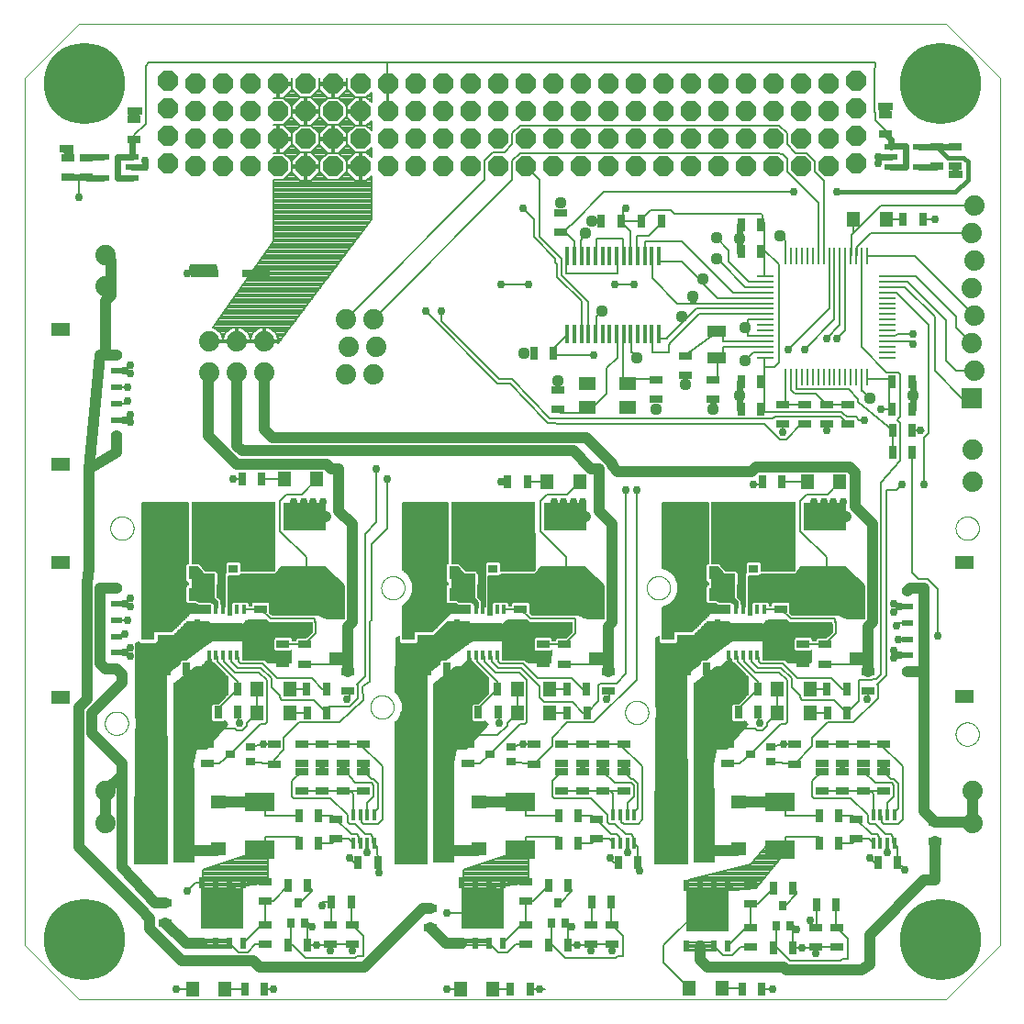
<source format=gtl>
G75*
%MOIN*%
%OFA0B0*%
%FSLAX25Y25*%
%IPPOS*%
%LPD*%
%AMOC8*
5,1,8,0,0,1.08239X$1,22.5*
%
%ADD10OC8,0.07400*%
%ADD11C,0.00000*%
%ADD12C,0.29528*%
%ADD13R,0.04724X0.03150*%
%ADD14R,0.03150X0.04724*%
%ADD15R,0.02756X0.03543*%
%ADD16R,0.02402X0.04016*%
%ADD17R,0.15394X0.15000*%
%ADD18R,0.04724X0.07874*%
%ADD19R,0.15748X0.09843*%
%ADD20R,0.03543X0.03150*%
%ADD21R,0.04724X0.05512*%
%ADD22R,0.03543X0.02756*%
%ADD23R,0.10630X0.07087*%
%ADD24R,0.09500X0.13500*%
%ADD25R,0.05000X0.05787*%
%ADD26R,0.05787X0.05000*%
%ADD27R,0.11201X0.06500*%
%ADD28R,0.01654X0.03500*%
%ADD29R,0.01772X0.03937*%
%ADD30R,0.03937X0.02362*%
%ADD31R,0.07087X0.04921*%
%ADD32R,0.00984X0.06102*%
%ADD33R,0.06102X0.00984*%
%ADD34R,0.01575X0.06890*%
%ADD35R,0.07087X0.03937*%
%ADD36C,0.00800*%
%ADD37C,0.04400*%
%ADD38C,0.02400*%
%ADD39R,0.06299X0.04921*%
%ADD40R,0.03937X0.00984*%
%ADD41R,0.00984X0.03937*%
%ADD42C,0.07400*%
%ADD43R,0.07400X0.07400*%
%ADD44R,0.04724X0.02362*%
%ADD45R,0.10236X0.03150*%
%ADD46C,0.02978*%
%ADD47C,0.00197*%
%ADD48C,0.00600*%
%ADD49C,0.04000*%
%ADD50R,0.02978X0.02978*%
%ADD51C,0.00787*%
%ADD52C,0.01600*%
%ADD53C,0.00591*%
%ADD54C,0.02000*%
%ADD55C,0.01000*%
D10*
X0077787Y0321425D03*
X0077787Y0331425D03*
X0077787Y0341425D03*
X0077787Y0351425D03*
X0087787Y0350425D03*
X0087787Y0340425D03*
X0097787Y0340425D03*
X0097787Y0350425D03*
X0107787Y0350425D03*
X0107787Y0340425D03*
X0117787Y0340425D03*
X0117787Y0350425D03*
X0127787Y0350425D03*
X0127787Y0340425D03*
X0137787Y0340425D03*
X0137787Y0350425D03*
X0147787Y0350425D03*
X0147787Y0340425D03*
X0147787Y0330425D03*
X0147787Y0320425D03*
X0137787Y0320425D03*
X0127787Y0320425D03*
X0127787Y0330425D03*
X0137787Y0330425D03*
X0117787Y0330425D03*
X0107787Y0330425D03*
X0107787Y0320425D03*
X0117787Y0320425D03*
X0097787Y0320425D03*
X0087787Y0320425D03*
X0087787Y0330425D03*
X0097787Y0330425D03*
X0157787Y0330425D03*
X0157787Y0320425D03*
X0167787Y0320425D03*
X0167787Y0330425D03*
X0167787Y0340425D03*
X0157787Y0340425D03*
X0157787Y0350425D03*
X0167787Y0350425D03*
X0177787Y0350425D03*
X0177787Y0340425D03*
X0187787Y0340425D03*
X0187787Y0350425D03*
X0197787Y0350425D03*
X0197787Y0340425D03*
X0207787Y0340425D03*
X0207787Y0350425D03*
X0217787Y0350425D03*
X0217787Y0340425D03*
X0227787Y0340425D03*
X0227787Y0350425D03*
X0237787Y0350425D03*
X0237787Y0340425D03*
X0247787Y0340425D03*
X0247787Y0350425D03*
X0257787Y0350425D03*
X0257787Y0340425D03*
X0257787Y0330425D03*
X0257787Y0320425D03*
X0247787Y0320425D03*
X0237787Y0320425D03*
X0237787Y0330425D03*
X0247787Y0330425D03*
X0227787Y0330425D03*
X0217787Y0330425D03*
X0217787Y0320425D03*
X0227787Y0320425D03*
X0207787Y0320425D03*
X0197787Y0320425D03*
X0197787Y0330425D03*
X0207787Y0330425D03*
X0187787Y0330425D03*
X0177787Y0330425D03*
X0177787Y0320425D03*
X0187787Y0320425D03*
X0267787Y0320425D03*
X0267787Y0330425D03*
X0277787Y0330425D03*
X0277787Y0320425D03*
X0287787Y0320425D03*
X0287787Y0330425D03*
X0297787Y0330425D03*
X0297787Y0320425D03*
X0307787Y0320425D03*
X0307787Y0330425D03*
X0317787Y0330425D03*
X0317787Y0320425D03*
X0327787Y0321425D03*
X0327787Y0331425D03*
X0327787Y0341425D03*
X0327787Y0351425D03*
X0317787Y0350425D03*
X0307787Y0350425D03*
X0307787Y0340425D03*
X0317787Y0340425D03*
X0297787Y0340425D03*
X0287787Y0340425D03*
X0287787Y0350425D03*
X0297787Y0350425D03*
X0277787Y0350425D03*
X0267787Y0350425D03*
X0267787Y0340425D03*
X0277787Y0340425D03*
D11*
X0025622Y0352394D02*
X0025622Y0037433D01*
X0045307Y0017748D01*
X0360268Y0017748D01*
X0379953Y0037433D01*
X0379953Y0352394D01*
X0360268Y0372079D01*
X0045307Y0372079D01*
X0025622Y0352394D01*
X0056823Y0189008D02*
X0056825Y0189138D01*
X0056831Y0189267D01*
X0056841Y0189397D01*
X0056855Y0189526D01*
X0056873Y0189654D01*
X0056894Y0189782D01*
X0056920Y0189909D01*
X0056950Y0190035D01*
X0056983Y0190161D01*
X0057020Y0190285D01*
X0057061Y0190408D01*
X0057106Y0190530D01*
X0057155Y0190650D01*
X0057207Y0190769D01*
X0057262Y0190886D01*
X0057322Y0191001D01*
X0057385Y0191115D01*
X0057451Y0191226D01*
X0057521Y0191336D01*
X0057594Y0191443D01*
X0057670Y0191548D01*
X0057749Y0191650D01*
X0057832Y0191750D01*
X0057917Y0191848D01*
X0058006Y0191943D01*
X0058097Y0192035D01*
X0058191Y0192124D01*
X0058288Y0192210D01*
X0058388Y0192293D01*
X0058489Y0192374D01*
X0058594Y0192451D01*
X0058700Y0192525D01*
X0058809Y0192595D01*
X0058920Y0192662D01*
X0059033Y0192726D01*
X0059148Y0192786D01*
X0059265Y0192843D01*
X0059383Y0192896D01*
X0059503Y0192945D01*
X0059625Y0192991D01*
X0059747Y0193033D01*
X0059871Y0193071D01*
X0059996Y0193105D01*
X0060122Y0193136D01*
X0060249Y0193163D01*
X0060377Y0193185D01*
X0060505Y0193204D01*
X0060634Y0193219D01*
X0060763Y0193230D01*
X0060893Y0193237D01*
X0061023Y0193240D01*
X0061152Y0193239D01*
X0061282Y0193234D01*
X0061411Y0193225D01*
X0061540Y0193212D01*
X0061669Y0193195D01*
X0061797Y0193174D01*
X0061924Y0193150D01*
X0062051Y0193121D01*
X0062176Y0193089D01*
X0062301Y0193052D01*
X0062424Y0193012D01*
X0062546Y0192969D01*
X0062667Y0192921D01*
X0062786Y0192870D01*
X0062904Y0192815D01*
X0063019Y0192756D01*
X0063133Y0192694D01*
X0063245Y0192629D01*
X0063355Y0192560D01*
X0063463Y0192488D01*
X0063569Y0192413D01*
X0063672Y0192334D01*
X0063773Y0192252D01*
X0063871Y0192167D01*
X0063966Y0192080D01*
X0064059Y0191989D01*
X0064149Y0191896D01*
X0064236Y0191799D01*
X0064320Y0191701D01*
X0064401Y0191599D01*
X0064479Y0191496D01*
X0064553Y0191389D01*
X0064625Y0191281D01*
X0064693Y0191171D01*
X0064757Y0191058D01*
X0064818Y0190944D01*
X0064876Y0190827D01*
X0064930Y0190710D01*
X0064980Y0190590D01*
X0065027Y0190469D01*
X0065070Y0190347D01*
X0065109Y0190223D01*
X0065144Y0190098D01*
X0065176Y0189972D01*
X0065203Y0189846D01*
X0065227Y0189718D01*
X0065247Y0189590D01*
X0065263Y0189461D01*
X0065275Y0189332D01*
X0065283Y0189202D01*
X0065287Y0189073D01*
X0065287Y0188943D01*
X0065283Y0188814D01*
X0065275Y0188684D01*
X0065263Y0188555D01*
X0065247Y0188426D01*
X0065227Y0188298D01*
X0065203Y0188170D01*
X0065176Y0188044D01*
X0065144Y0187918D01*
X0065109Y0187793D01*
X0065070Y0187669D01*
X0065027Y0187547D01*
X0064980Y0187426D01*
X0064930Y0187306D01*
X0064876Y0187189D01*
X0064818Y0187072D01*
X0064757Y0186958D01*
X0064693Y0186845D01*
X0064625Y0186735D01*
X0064553Y0186627D01*
X0064479Y0186520D01*
X0064401Y0186417D01*
X0064320Y0186315D01*
X0064236Y0186217D01*
X0064149Y0186120D01*
X0064059Y0186027D01*
X0063966Y0185936D01*
X0063871Y0185849D01*
X0063773Y0185764D01*
X0063672Y0185682D01*
X0063569Y0185603D01*
X0063463Y0185528D01*
X0063355Y0185456D01*
X0063245Y0185387D01*
X0063133Y0185322D01*
X0063019Y0185260D01*
X0062904Y0185201D01*
X0062786Y0185146D01*
X0062667Y0185095D01*
X0062546Y0185047D01*
X0062424Y0185004D01*
X0062301Y0184964D01*
X0062176Y0184927D01*
X0062051Y0184895D01*
X0061924Y0184866D01*
X0061797Y0184842D01*
X0061669Y0184821D01*
X0061540Y0184804D01*
X0061411Y0184791D01*
X0061282Y0184782D01*
X0061152Y0184777D01*
X0061023Y0184776D01*
X0060893Y0184779D01*
X0060763Y0184786D01*
X0060634Y0184797D01*
X0060505Y0184812D01*
X0060377Y0184831D01*
X0060249Y0184853D01*
X0060122Y0184880D01*
X0059996Y0184911D01*
X0059871Y0184945D01*
X0059747Y0184983D01*
X0059625Y0185025D01*
X0059503Y0185071D01*
X0059383Y0185120D01*
X0059265Y0185173D01*
X0059148Y0185230D01*
X0059033Y0185290D01*
X0058920Y0185354D01*
X0058809Y0185421D01*
X0058700Y0185491D01*
X0058594Y0185565D01*
X0058489Y0185642D01*
X0058388Y0185723D01*
X0058288Y0185806D01*
X0058191Y0185892D01*
X0058097Y0185981D01*
X0058006Y0186073D01*
X0057917Y0186168D01*
X0057832Y0186266D01*
X0057749Y0186366D01*
X0057670Y0186468D01*
X0057594Y0186573D01*
X0057521Y0186680D01*
X0057451Y0186790D01*
X0057385Y0186901D01*
X0057322Y0187015D01*
X0057262Y0187130D01*
X0057207Y0187247D01*
X0057155Y0187366D01*
X0057106Y0187486D01*
X0057061Y0187608D01*
X0057020Y0187731D01*
X0056983Y0187855D01*
X0056950Y0187981D01*
X0056920Y0188107D01*
X0056894Y0188234D01*
X0056873Y0188362D01*
X0056855Y0188490D01*
X0056841Y0188619D01*
X0056831Y0188749D01*
X0056825Y0188878D01*
X0056823Y0189008D01*
X0054855Y0118142D02*
X0054857Y0118272D01*
X0054863Y0118401D01*
X0054873Y0118531D01*
X0054887Y0118660D01*
X0054905Y0118788D01*
X0054926Y0118916D01*
X0054952Y0119043D01*
X0054982Y0119169D01*
X0055015Y0119295D01*
X0055052Y0119419D01*
X0055093Y0119542D01*
X0055138Y0119664D01*
X0055187Y0119784D01*
X0055239Y0119903D01*
X0055294Y0120020D01*
X0055354Y0120135D01*
X0055417Y0120249D01*
X0055483Y0120360D01*
X0055553Y0120470D01*
X0055626Y0120577D01*
X0055702Y0120682D01*
X0055781Y0120784D01*
X0055864Y0120884D01*
X0055949Y0120982D01*
X0056038Y0121077D01*
X0056129Y0121169D01*
X0056223Y0121258D01*
X0056320Y0121344D01*
X0056420Y0121427D01*
X0056521Y0121508D01*
X0056626Y0121585D01*
X0056732Y0121659D01*
X0056841Y0121729D01*
X0056952Y0121796D01*
X0057065Y0121860D01*
X0057180Y0121920D01*
X0057297Y0121977D01*
X0057415Y0122030D01*
X0057535Y0122079D01*
X0057657Y0122125D01*
X0057779Y0122167D01*
X0057903Y0122205D01*
X0058028Y0122239D01*
X0058154Y0122270D01*
X0058281Y0122297D01*
X0058409Y0122319D01*
X0058537Y0122338D01*
X0058666Y0122353D01*
X0058795Y0122364D01*
X0058925Y0122371D01*
X0059055Y0122374D01*
X0059184Y0122373D01*
X0059314Y0122368D01*
X0059443Y0122359D01*
X0059572Y0122346D01*
X0059701Y0122329D01*
X0059829Y0122308D01*
X0059956Y0122284D01*
X0060083Y0122255D01*
X0060208Y0122223D01*
X0060333Y0122186D01*
X0060456Y0122146D01*
X0060578Y0122103D01*
X0060699Y0122055D01*
X0060818Y0122004D01*
X0060936Y0121949D01*
X0061051Y0121890D01*
X0061165Y0121828D01*
X0061277Y0121763D01*
X0061387Y0121694D01*
X0061495Y0121622D01*
X0061601Y0121547D01*
X0061704Y0121468D01*
X0061805Y0121386D01*
X0061903Y0121301D01*
X0061998Y0121214D01*
X0062091Y0121123D01*
X0062181Y0121030D01*
X0062268Y0120933D01*
X0062352Y0120835D01*
X0062433Y0120733D01*
X0062511Y0120630D01*
X0062585Y0120523D01*
X0062657Y0120415D01*
X0062725Y0120305D01*
X0062789Y0120192D01*
X0062850Y0120078D01*
X0062908Y0119961D01*
X0062962Y0119844D01*
X0063012Y0119724D01*
X0063059Y0119603D01*
X0063102Y0119481D01*
X0063141Y0119357D01*
X0063176Y0119232D01*
X0063208Y0119106D01*
X0063235Y0118980D01*
X0063259Y0118852D01*
X0063279Y0118724D01*
X0063295Y0118595D01*
X0063307Y0118466D01*
X0063315Y0118336D01*
X0063319Y0118207D01*
X0063319Y0118077D01*
X0063315Y0117948D01*
X0063307Y0117818D01*
X0063295Y0117689D01*
X0063279Y0117560D01*
X0063259Y0117432D01*
X0063235Y0117304D01*
X0063208Y0117178D01*
X0063176Y0117052D01*
X0063141Y0116927D01*
X0063102Y0116803D01*
X0063059Y0116681D01*
X0063012Y0116560D01*
X0062962Y0116440D01*
X0062908Y0116323D01*
X0062850Y0116206D01*
X0062789Y0116092D01*
X0062725Y0115979D01*
X0062657Y0115869D01*
X0062585Y0115761D01*
X0062511Y0115654D01*
X0062433Y0115551D01*
X0062352Y0115449D01*
X0062268Y0115351D01*
X0062181Y0115254D01*
X0062091Y0115161D01*
X0061998Y0115070D01*
X0061903Y0114983D01*
X0061805Y0114898D01*
X0061704Y0114816D01*
X0061601Y0114737D01*
X0061495Y0114662D01*
X0061387Y0114590D01*
X0061277Y0114521D01*
X0061165Y0114456D01*
X0061051Y0114394D01*
X0060936Y0114335D01*
X0060818Y0114280D01*
X0060699Y0114229D01*
X0060578Y0114181D01*
X0060456Y0114138D01*
X0060333Y0114098D01*
X0060208Y0114061D01*
X0060083Y0114029D01*
X0059956Y0114000D01*
X0059829Y0113976D01*
X0059701Y0113955D01*
X0059572Y0113938D01*
X0059443Y0113925D01*
X0059314Y0113916D01*
X0059184Y0113911D01*
X0059055Y0113910D01*
X0058925Y0113913D01*
X0058795Y0113920D01*
X0058666Y0113931D01*
X0058537Y0113946D01*
X0058409Y0113965D01*
X0058281Y0113987D01*
X0058154Y0114014D01*
X0058028Y0114045D01*
X0057903Y0114079D01*
X0057779Y0114117D01*
X0057657Y0114159D01*
X0057535Y0114205D01*
X0057415Y0114254D01*
X0057297Y0114307D01*
X0057180Y0114364D01*
X0057065Y0114424D01*
X0056952Y0114488D01*
X0056841Y0114555D01*
X0056732Y0114625D01*
X0056626Y0114699D01*
X0056521Y0114776D01*
X0056420Y0114857D01*
X0056320Y0114940D01*
X0056223Y0115026D01*
X0056129Y0115115D01*
X0056038Y0115207D01*
X0055949Y0115302D01*
X0055864Y0115400D01*
X0055781Y0115500D01*
X0055702Y0115602D01*
X0055626Y0115707D01*
X0055553Y0115814D01*
X0055483Y0115924D01*
X0055417Y0116035D01*
X0055354Y0116149D01*
X0055294Y0116264D01*
X0055239Y0116381D01*
X0055187Y0116500D01*
X0055138Y0116620D01*
X0055093Y0116742D01*
X0055052Y0116865D01*
X0055015Y0116989D01*
X0054982Y0117115D01*
X0054952Y0117241D01*
X0054926Y0117368D01*
X0054905Y0117496D01*
X0054887Y0117624D01*
X0054873Y0117753D01*
X0054863Y0117883D01*
X0054857Y0118012D01*
X0054855Y0118142D01*
X0151311Y0124047D02*
X0151313Y0124177D01*
X0151319Y0124306D01*
X0151329Y0124436D01*
X0151343Y0124565D01*
X0151361Y0124693D01*
X0151382Y0124821D01*
X0151408Y0124948D01*
X0151438Y0125074D01*
X0151471Y0125200D01*
X0151508Y0125324D01*
X0151549Y0125447D01*
X0151594Y0125569D01*
X0151643Y0125689D01*
X0151695Y0125808D01*
X0151750Y0125925D01*
X0151810Y0126040D01*
X0151873Y0126154D01*
X0151939Y0126265D01*
X0152009Y0126375D01*
X0152082Y0126482D01*
X0152158Y0126587D01*
X0152237Y0126689D01*
X0152320Y0126789D01*
X0152405Y0126887D01*
X0152494Y0126982D01*
X0152585Y0127074D01*
X0152679Y0127163D01*
X0152776Y0127249D01*
X0152876Y0127332D01*
X0152977Y0127413D01*
X0153082Y0127490D01*
X0153188Y0127564D01*
X0153297Y0127634D01*
X0153408Y0127701D01*
X0153521Y0127765D01*
X0153636Y0127825D01*
X0153753Y0127882D01*
X0153871Y0127935D01*
X0153991Y0127984D01*
X0154113Y0128030D01*
X0154235Y0128072D01*
X0154359Y0128110D01*
X0154484Y0128144D01*
X0154610Y0128175D01*
X0154737Y0128202D01*
X0154865Y0128224D01*
X0154993Y0128243D01*
X0155122Y0128258D01*
X0155251Y0128269D01*
X0155381Y0128276D01*
X0155511Y0128279D01*
X0155640Y0128278D01*
X0155770Y0128273D01*
X0155899Y0128264D01*
X0156028Y0128251D01*
X0156157Y0128234D01*
X0156285Y0128213D01*
X0156412Y0128189D01*
X0156539Y0128160D01*
X0156664Y0128128D01*
X0156789Y0128091D01*
X0156912Y0128051D01*
X0157034Y0128008D01*
X0157155Y0127960D01*
X0157274Y0127909D01*
X0157392Y0127854D01*
X0157507Y0127795D01*
X0157621Y0127733D01*
X0157733Y0127668D01*
X0157843Y0127599D01*
X0157951Y0127527D01*
X0158057Y0127452D01*
X0158160Y0127373D01*
X0158261Y0127291D01*
X0158359Y0127206D01*
X0158454Y0127119D01*
X0158547Y0127028D01*
X0158637Y0126935D01*
X0158724Y0126838D01*
X0158808Y0126740D01*
X0158889Y0126638D01*
X0158967Y0126535D01*
X0159041Y0126428D01*
X0159113Y0126320D01*
X0159181Y0126210D01*
X0159245Y0126097D01*
X0159306Y0125983D01*
X0159364Y0125866D01*
X0159418Y0125749D01*
X0159468Y0125629D01*
X0159515Y0125508D01*
X0159558Y0125386D01*
X0159597Y0125262D01*
X0159632Y0125137D01*
X0159664Y0125011D01*
X0159691Y0124885D01*
X0159715Y0124757D01*
X0159735Y0124629D01*
X0159751Y0124500D01*
X0159763Y0124371D01*
X0159771Y0124241D01*
X0159775Y0124112D01*
X0159775Y0123982D01*
X0159771Y0123853D01*
X0159763Y0123723D01*
X0159751Y0123594D01*
X0159735Y0123465D01*
X0159715Y0123337D01*
X0159691Y0123209D01*
X0159664Y0123083D01*
X0159632Y0122957D01*
X0159597Y0122832D01*
X0159558Y0122708D01*
X0159515Y0122586D01*
X0159468Y0122465D01*
X0159418Y0122345D01*
X0159364Y0122228D01*
X0159306Y0122111D01*
X0159245Y0121997D01*
X0159181Y0121884D01*
X0159113Y0121774D01*
X0159041Y0121666D01*
X0158967Y0121559D01*
X0158889Y0121456D01*
X0158808Y0121354D01*
X0158724Y0121256D01*
X0158637Y0121159D01*
X0158547Y0121066D01*
X0158454Y0120975D01*
X0158359Y0120888D01*
X0158261Y0120803D01*
X0158160Y0120721D01*
X0158057Y0120642D01*
X0157951Y0120567D01*
X0157843Y0120495D01*
X0157733Y0120426D01*
X0157621Y0120361D01*
X0157507Y0120299D01*
X0157392Y0120240D01*
X0157274Y0120185D01*
X0157155Y0120134D01*
X0157034Y0120086D01*
X0156912Y0120043D01*
X0156789Y0120003D01*
X0156664Y0119966D01*
X0156539Y0119934D01*
X0156412Y0119905D01*
X0156285Y0119881D01*
X0156157Y0119860D01*
X0156028Y0119843D01*
X0155899Y0119830D01*
X0155770Y0119821D01*
X0155640Y0119816D01*
X0155511Y0119815D01*
X0155381Y0119818D01*
X0155251Y0119825D01*
X0155122Y0119836D01*
X0154993Y0119851D01*
X0154865Y0119870D01*
X0154737Y0119892D01*
X0154610Y0119919D01*
X0154484Y0119950D01*
X0154359Y0119984D01*
X0154235Y0120022D01*
X0154113Y0120064D01*
X0153991Y0120110D01*
X0153871Y0120159D01*
X0153753Y0120212D01*
X0153636Y0120269D01*
X0153521Y0120329D01*
X0153408Y0120393D01*
X0153297Y0120460D01*
X0153188Y0120530D01*
X0153082Y0120604D01*
X0152977Y0120681D01*
X0152876Y0120762D01*
X0152776Y0120845D01*
X0152679Y0120931D01*
X0152585Y0121020D01*
X0152494Y0121112D01*
X0152405Y0121207D01*
X0152320Y0121305D01*
X0152237Y0121405D01*
X0152158Y0121507D01*
X0152082Y0121612D01*
X0152009Y0121719D01*
X0151939Y0121829D01*
X0151873Y0121940D01*
X0151810Y0122054D01*
X0151750Y0122169D01*
X0151695Y0122286D01*
X0151643Y0122405D01*
X0151594Y0122525D01*
X0151549Y0122647D01*
X0151508Y0122770D01*
X0151471Y0122894D01*
X0151438Y0123020D01*
X0151408Y0123146D01*
X0151382Y0123273D01*
X0151361Y0123401D01*
X0151343Y0123529D01*
X0151329Y0123658D01*
X0151319Y0123788D01*
X0151313Y0123917D01*
X0151311Y0124047D01*
X0155248Y0167354D02*
X0155250Y0167484D01*
X0155256Y0167613D01*
X0155266Y0167743D01*
X0155280Y0167872D01*
X0155298Y0168000D01*
X0155319Y0168128D01*
X0155345Y0168255D01*
X0155375Y0168381D01*
X0155408Y0168507D01*
X0155445Y0168631D01*
X0155486Y0168754D01*
X0155531Y0168876D01*
X0155580Y0168996D01*
X0155632Y0169115D01*
X0155687Y0169232D01*
X0155747Y0169347D01*
X0155810Y0169461D01*
X0155876Y0169572D01*
X0155946Y0169682D01*
X0156019Y0169789D01*
X0156095Y0169894D01*
X0156174Y0169996D01*
X0156257Y0170096D01*
X0156342Y0170194D01*
X0156431Y0170289D01*
X0156522Y0170381D01*
X0156616Y0170470D01*
X0156713Y0170556D01*
X0156813Y0170639D01*
X0156914Y0170720D01*
X0157019Y0170797D01*
X0157125Y0170871D01*
X0157234Y0170941D01*
X0157345Y0171008D01*
X0157458Y0171072D01*
X0157573Y0171132D01*
X0157690Y0171189D01*
X0157808Y0171242D01*
X0157928Y0171291D01*
X0158050Y0171337D01*
X0158172Y0171379D01*
X0158296Y0171417D01*
X0158421Y0171451D01*
X0158547Y0171482D01*
X0158674Y0171509D01*
X0158802Y0171531D01*
X0158930Y0171550D01*
X0159059Y0171565D01*
X0159188Y0171576D01*
X0159318Y0171583D01*
X0159448Y0171586D01*
X0159577Y0171585D01*
X0159707Y0171580D01*
X0159836Y0171571D01*
X0159965Y0171558D01*
X0160094Y0171541D01*
X0160222Y0171520D01*
X0160349Y0171496D01*
X0160476Y0171467D01*
X0160601Y0171435D01*
X0160726Y0171398D01*
X0160849Y0171358D01*
X0160971Y0171315D01*
X0161092Y0171267D01*
X0161211Y0171216D01*
X0161329Y0171161D01*
X0161444Y0171102D01*
X0161558Y0171040D01*
X0161670Y0170975D01*
X0161780Y0170906D01*
X0161888Y0170834D01*
X0161994Y0170759D01*
X0162097Y0170680D01*
X0162198Y0170598D01*
X0162296Y0170513D01*
X0162391Y0170426D01*
X0162484Y0170335D01*
X0162574Y0170242D01*
X0162661Y0170145D01*
X0162745Y0170047D01*
X0162826Y0169945D01*
X0162904Y0169842D01*
X0162978Y0169735D01*
X0163050Y0169627D01*
X0163118Y0169517D01*
X0163182Y0169404D01*
X0163243Y0169290D01*
X0163301Y0169173D01*
X0163355Y0169056D01*
X0163405Y0168936D01*
X0163452Y0168815D01*
X0163495Y0168693D01*
X0163534Y0168569D01*
X0163569Y0168444D01*
X0163601Y0168318D01*
X0163628Y0168192D01*
X0163652Y0168064D01*
X0163672Y0167936D01*
X0163688Y0167807D01*
X0163700Y0167678D01*
X0163708Y0167548D01*
X0163712Y0167419D01*
X0163712Y0167289D01*
X0163708Y0167160D01*
X0163700Y0167030D01*
X0163688Y0166901D01*
X0163672Y0166772D01*
X0163652Y0166644D01*
X0163628Y0166516D01*
X0163601Y0166390D01*
X0163569Y0166264D01*
X0163534Y0166139D01*
X0163495Y0166015D01*
X0163452Y0165893D01*
X0163405Y0165772D01*
X0163355Y0165652D01*
X0163301Y0165535D01*
X0163243Y0165418D01*
X0163182Y0165304D01*
X0163118Y0165191D01*
X0163050Y0165081D01*
X0162978Y0164973D01*
X0162904Y0164866D01*
X0162826Y0164763D01*
X0162745Y0164661D01*
X0162661Y0164563D01*
X0162574Y0164466D01*
X0162484Y0164373D01*
X0162391Y0164282D01*
X0162296Y0164195D01*
X0162198Y0164110D01*
X0162097Y0164028D01*
X0161994Y0163949D01*
X0161888Y0163874D01*
X0161780Y0163802D01*
X0161670Y0163733D01*
X0161558Y0163668D01*
X0161444Y0163606D01*
X0161329Y0163547D01*
X0161211Y0163492D01*
X0161092Y0163441D01*
X0160971Y0163393D01*
X0160849Y0163350D01*
X0160726Y0163310D01*
X0160601Y0163273D01*
X0160476Y0163241D01*
X0160349Y0163212D01*
X0160222Y0163188D01*
X0160094Y0163167D01*
X0159965Y0163150D01*
X0159836Y0163137D01*
X0159707Y0163128D01*
X0159577Y0163123D01*
X0159448Y0163122D01*
X0159318Y0163125D01*
X0159188Y0163132D01*
X0159059Y0163143D01*
X0158930Y0163158D01*
X0158802Y0163177D01*
X0158674Y0163199D01*
X0158547Y0163226D01*
X0158421Y0163257D01*
X0158296Y0163291D01*
X0158172Y0163329D01*
X0158050Y0163371D01*
X0157928Y0163417D01*
X0157808Y0163466D01*
X0157690Y0163519D01*
X0157573Y0163576D01*
X0157458Y0163636D01*
X0157345Y0163700D01*
X0157234Y0163767D01*
X0157125Y0163837D01*
X0157019Y0163911D01*
X0156914Y0163988D01*
X0156813Y0164069D01*
X0156713Y0164152D01*
X0156616Y0164238D01*
X0156522Y0164327D01*
X0156431Y0164419D01*
X0156342Y0164514D01*
X0156257Y0164612D01*
X0156174Y0164712D01*
X0156095Y0164814D01*
X0156019Y0164919D01*
X0155946Y0165026D01*
X0155876Y0165136D01*
X0155810Y0165247D01*
X0155747Y0165361D01*
X0155687Y0165476D01*
X0155632Y0165593D01*
X0155580Y0165712D01*
X0155531Y0165832D01*
X0155486Y0165954D01*
X0155445Y0166077D01*
X0155408Y0166201D01*
X0155375Y0166327D01*
X0155345Y0166453D01*
X0155319Y0166580D01*
X0155298Y0166708D01*
X0155280Y0166836D01*
X0155266Y0166965D01*
X0155256Y0167095D01*
X0155250Y0167224D01*
X0155248Y0167354D01*
X0243831Y0122079D02*
X0243833Y0122209D01*
X0243839Y0122338D01*
X0243849Y0122468D01*
X0243863Y0122597D01*
X0243881Y0122725D01*
X0243902Y0122853D01*
X0243928Y0122980D01*
X0243958Y0123106D01*
X0243991Y0123232D01*
X0244028Y0123356D01*
X0244069Y0123479D01*
X0244114Y0123601D01*
X0244163Y0123721D01*
X0244215Y0123840D01*
X0244270Y0123957D01*
X0244330Y0124072D01*
X0244393Y0124186D01*
X0244459Y0124297D01*
X0244529Y0124407D01*
X0244602Y0124514D01*
X0244678Y0124619D01*
X0244757Y0124721D01*
X0244840Y0124821D01*
X0244925Y0124919D01*
X0245014Y0125014D01*
X0245105Y0125106D01*
X0245199Y0125195D01*
X0245296Y0125281D01*
X0245396Y0125364D01*
X0245497Y0125445D01*
X0245602Y0125522D01*
X0245708Y0125596D01*
X0245817Y0125666D01*
X0245928Y0125733D01*
X0246041Y0125797D01*
X0246156Y0125857D01*
X0246273Y0125914D01*
X0246391Y0125967D01*
X0246511Y0126016D01*
X0246633Y0126062D01*
X0246755Y0126104D01*
X0246879Y0126142D01*
X0247004Y0126176D01*
X0247130Y0126207D01*
X0247257Y0126234D01*
X0247385Y0126256D01*
X0247513Y0126275D01*
X0247642Y0126290D01*
X0247771Y0126301D01*
X0247901Y0126308D01*
X0248031Y0126311D01*
X0248160Y0126310D01*
X0248290Y0126305D01*
X0248419Y0126296D01*
X0248548Y0126283D01*
X0248677Y0126266D01*
X0248805Y0126245D01*
X0248932Y0126221D01*
X0249059Y0126192D01*
X0249184Y0126160D01*
X0249309Y0126123D01*
X0249432Y0126083D01*
X0249554Y0126040D01*
X0249675Y0125992D01*
X0249794Y0125941D01*
X0249912Y0125886D01*
X0250027Y0125827D01*
X0250141Y0125765D01*
X0250253Y0125700D01*
X0250363Y0125631D01*
X0250471Y0125559D01*
X0250577Y0125484D01*
X0250680Y0125405D01*
X0250781Y0125323D01*
X0250879Y0125238D01*
X0250974Y0125151D01*
X0251067Y0125060D01*
X0251157Y0124967D01*
X0251244Y0124870D01*
X0251328Y0124772D01*
X0251409Y0124670D01*
X0251487Y0124567D01*
X0251561Y0124460D01*
X0251633Y0124352D01*
X0251701Y0124242D01*
X0251765Y0124129D01*
X0251826Y0124015D01*
X0251884Y0123898D01*
X0251938Y0123781D01*
X0251988Y0123661D01*
X0252035Y0123540D01*
X0252078Y0123418D01*
X0252117Y0123294D01*
X0252152Y0123169D01*
X0252184Y0123043D01*
X0252211Y0122917D01*
X0252235Y0122789D01*
X0252255Y0122661D01*
X0252271Y0122532D01*
X0252283Y0122403D01*
X0252291Y0122273D01*
X0252295Y0122144D01*
X0252295Y0122014D01*
X0252291Y0121885D01*
X0252283Y0121755D01*
X0252271Y0121626D01*
X0252255Y0121497D01*
X0252235Y0121369D01*
X0252211Y0121241D01*
X0252184Y0121115D01*
X0252152Y0120989D01*
X0252117Y0120864D01*
X0252078Y0120740D01*
X0252035Y0120618D01*
X0251988Y0120497D01*
X0251938Y0120377D01*
X0251884Y0120260D01*
X0251826Y0120143D01*
X0251765Y0120029D01*
X0251701Y0119916D01*
X0251633Y0119806D01*
X0251561Y0119698D01*
X0251487Y0119591D01*
X0251409Y0119488D01*
X0251328Y0119386D01*
X0251244Y0119288D01*
X0251157Y0119191D01*
X0251067Y0119098D01*
X0250974Y0119007D01*
X0250879Y0118920D01*
X0250781Y0118835D01*
X0250680Y0118753D01*
X0250577Y0118674D01*
X0250471Y0118599D01*
X0250363Y0118527D01*
X0250253Y0118458D01*
X0250141Y0118393D01*
X0250027Y0118331D01*
X0249912Y0118272D01*
X0249794Y0118217D01*
X0249675Y0118166D01*
X0249554Y0118118D01*
X0249432Y0118075D01*
X0249309Y0118035D01*
X0249184Y0117998D01*
X0249059Y0117966D01*
X0248932Y0117937D01*
X0248805Y0117913D01*
X0248677Y0117892D01*
X0248548Y0117875D01*
X0248419Y0117862D01*
X0248290Y0117853D01*
X0248160Y0117848D01*
X0248031Y0117847D01*
X0247901Y0117850D01*
X0247771Y0117857D01*
X0247642Y0117868D01*
X0247513Y0117883D01*
X0247385Y0117902D01*
X0247257Y0117924D01*
X0247130Y0117951D01*
X0247004Y0117982D01*
X0246879Y0118016D01*
X0246755Y0118054D01*
X0246633Y0118096D01*
X0246511Y0118142D01*
X0246391Y0118191D01*
X0246273Y0118244D01*
X0246156Y0118301D01*
X0246041Y0118361D01*
X0245928Y0118425D01*
X0245817Y0118492D01*
X0245708Y0118562D01*
X0245602Y0118636D01*
X0245497Y0118713D01*
X0245396Y0118794D01*
X0245296Y0118877D01*
X0245199Y0118963D01*
X0245105Y0119052D01*
X0245014Y0119144D01*
X0244925Y0119239D01*
X0244840Y0119337D01*
X0244757Y0119437D01*
X0244678Y0119539D01*
X0244602Y0119644D01*
X0244529Y0119751D01*
X0244459Y0119861D01*
X0244393Y0119972D01*
X0244330Y0120086D01*
X0244270Y0120201D01*
X0244215Y0120318D01*
X0244163Y0120437D01*
X0244114Y0120557D01*
X0244069Y0120679D01*
X0244028Y0120802D01*
X0243991Y0120926D01*
X0243958Y0121052D01*
X0243928Y0121178D01*
X0243902Y0121305D01*
X0243881Y0121433D01*
X0243863Y0121561D01*
X0243849Y0121690D01*
X0243839Y0121820D01*
X0243833Y0121949D01*
X0243831Y0122079D01*
X0251705Y0167354D02*
X0251707Y0167484D01*
X0251713Y0167613D01*
X0251723Y0167743D01*
X0251737Y0167872D01*
X0251755Y0168000D01*
X0251776Y0168128D01*
X0251802Y0168255D01*
X0251832Y0168381D01*
X0251865Y0168507D01*
X0251902Y0168631D01*
X0251943Y0168754D01*
X0251988Y0168876D01*
X0252037Y0168996D01*
X0252089Y0169115D01*
X0252144Y0169232D01*
X0252204Y0169347D01*
X0252267Y0169461D01*
X0252333Y0169572D01*
X0252403Y0169682D01*
X0252476Y0169789D01*
X0252552Y0169894D01*
X0252631Y0169996D01*
X0252714Y0170096D01*
X0252799Y0170194D01*
X0252888Y0170289D01*
X0252979Y0170381D01*
X0253073Y0170470D01*
X0253170Y0170556D01*
X0253270Y0170639D01*
X0253371Y0170720D01*
X0253476Y0170797D01*
X0253582Y0170871D01*
X0253691Y0170941D01*
X0253802Y0171008D01*
X0253915Y0171072D01*
X0254030Y0171132D01*
X0254147Y0171189D01*
X0254265Y0171242D01*
X0254385Y0171291D01*
X0254507Y0171337D01*
X0254629Y0171379D01*
X0254753Y0171417D01*
X0254878Y0171451D01*
X0255004Y0171482D01*
X0255131Y0171509D01*
X0255259Y0171531D01*
X0255387Y0171550D01*
X0255516Y0171565D01*
X0255645Y0171576D01*
X0255775Y0171583D01*
X0255905Y0171586D01*
X0256034Y0171585D01*
X0256164Y0171580D01*
X0256293Y0171571D01*
X0256422Y0171558D01*
X0256551Y0171541D01*
X0256679Y0171520D01*
X0256806Y0171496D01*
X0256933Y0171467D01*
X0257058Y0171435D01*
X0257183Y0171398D01*
X0257306Y0171358D01*
X0257428Y0171315D01*
X0257549Y0171267D01*
X0257668Y0171216D01*
X0257786Y0171161D01*
X0257901Y0171102D01*
X0258015Y0171040D01*
X0258127Y0170975D01*
X0258237Y0170906D01*
X0258345Y0170834D01*
X0258451Y0170759D01*
X0258554Y0170680D01*
X0258655Y0170598D01*
X0258753Y0170513D01*
X0258848Y0170426D01*
X0258941Y0170335D01*
X0259031Y0170242D01*
X0259118Y0170145D01*
X0259202Y0170047D01*
X0259283Y0169945D01*
X0259361Y0169842D01*
X0259435Y0169735D01*
X0259507Y0169627D01*
X0259575Y0169517D01*
X0259639Y0169404D01*
X0259700Y0169290D01*
X0259758Y0169173D01*
X0259812Y0169056D01*
X0259862Y0168936D01*
X0259909Y0168815D01*
X0259952Y0168693D01*
X0259991Y0168569D01*
X0260026Y0168444D01*
X0260058Y0168318D01*
X0260085Y0168192D01*
X0260109Y0168064D01*
X0260129Y0167936D01*
X0260145Y0167807D01*
X0260157Y0167678D01*
X0260165Y0167548D01*
X0260169Y0167419D01*
X0260169Y0167289D01*
X0260165Y0167160D01*
X0260157Y0167030D01*
X0260145Y0166901D01*
X0260129Y0166772D01*
X0260109Y0166644D01*
X0260085Y0166516D01*
X0260058Y0166390D01*
X0260026Y0166264D01*
X0259991Y0166139D01*
X0259952Y0166015D01*
X0259909Y0165893D01*
X0259862Y0165772D01*
X0259812Y0165652D01*
X0259758Y0165535D01*
X0259700Y0165418D01*
X0259639Y0165304D01*
X0259575Y0165191D01*
X0259507Y0165081D01*
X0259435Y0164973D01*
X0259361Y0164866D01*
X0259283Y0164763D01*
X0259202Y0164661D01*
X0259118Y0164563D01*
X0259031Y0164466D01*
X0258941Y0164373D01*
X0258848Y0164282D01*
X0258753Y0164195D01*
X0258655Y0164110D01*
X0258554Y0164028D01*
X0258451Y0163949D01*
X0258345Y0163874D01*
X0258237Y0163802D01*
X0258127Y0163733D01*
X0258015Y0163668D01*
X0257901Y0163606D01*
X0257786Y0163547D01*
X0257668Y0163492D01*
X0257549Y0163441D01*
X0257428Y0163393D01*
X0257306Y0163350D01*
X0257183Y0163310D01*
X0257058Y0163273D01*
X0256933Y0163241D01*
X0256806Y0163212D01*
X0256679Y0163188D01*
X0256551Y0163167D01*
X0256422Y0163150D01*
X0256293Y0163137D01*
X0256164Y0163128D01*
X0256034Y0163123D01*
X0255905Y0163122D01*
X0255775Y0163125D01*
X0255645Y0163132D01*
X0255516Y0163143D01*
X0255387Y0163158D01*
X0255259Y0163177D01*
X0255131Y0163199D01*
X0255004Y0163226D01*
X0254878Y0163257D01*
X0254753Y0163291D01*
X0254629Y0163329D01*
X0254507Y0163371D01*
X0254385Y0163417D01*
X0254265Y0163466D01*
X0254147Y0163519D01*
X0254030Y0163576D01*
X0253915Y0163636D01*
X0253802Y0163700D01*
X0253691Y0163767D01*
X0253582Y0163837D01*
X0253476Y0163911D01*
X0253371Y0163988D01*
X0253270Y0164069D01*
X0253170Y0164152D01*
X0253073Y0164238D01*
X0252979Y0164327D01*
X0252888Y0164419D01*
X0252799Y0164514D01*
X0252714Y0164612D01*
X0252631Y0164712D01*
X0252552Y0164814D01*
X0252476Y0164919D01*
X0252403Y0165026D01*
X0252333Y0165136D01*
X0252267Y0165247D01*
X0252204Y0165361D01*
X0252144Y0165476D01*
X0252089Y0165593D01*
X0252037Y0165712D01*
X0251988Y0165832D01*
X0251943Y0165954D01*
X0251902Y0166077D01*
X0251865Y0166201D01*
X0251832Y0166327D01*
X0251802Y0166453D01*
X0251776Y0166580D01*
X0251755Y0166708D01*
X0251737Y0166836D01*
X0251723Y0166965D01*
X0251713Y0167095D01*
X0251707Y0167224D01*
X0251705Y0167354D01*
X0363910Y0189008D02*
X0363912Y0189138D01*
X0363918Y0189267D01*
X0363928Y0189397D01*
X0363942Y0189526D01*
X0363960Y0189654D01*
X0363981Y0189782D01*
X0364007Y0189909D01*
X0364037Y0190035D01*
X0364070Y0190161D01*
X0364107Y0190285D01*
X0364148Y0190408D01*
X0364193Y0190530D01*
X0364242Y0190650D01*
X0364294Y0190769D01*
X0364349Y0190886D01*
X0364409Y0191001D01*
X0364472Y0191115D01*
X0364538Y0191226D01*
X0364608Y0191336D01*
X0364681Y0191443D01*
X0364757Y0191548D01*
X0364836Y0191650D01*
X0364919Y0191750D01*
X0365004Y0191848D01*
X0365093Y0191943D01*
X0365184Y0192035D01*
X0365278Y0192124D01*
X0365375Y0192210D01*
X0365475Y0192293D01*
X0365576Y0192374D01*
X0365681Y0192451D01*
X0365787Y0192525D01*
X0365896Y0192595D01*
X0366007Y0192662D01*
X0366120Y0192726D01*
X0366235Y0192786D01*
X0366352Y0192843D01*
X0366470Y0192896D01*
X0366590Y0192945D01*
X0366712Y0192991D01*
X0366834Y0193033D01*
X0366958Y0193071D01*
X0367083Y0193105D01*
X0367209Y0193136D01*
X0367336Y0193163D01*
X0367464Y0193185D01*
X0367592Y0193204D01*
X0367721Y0193219D01*
X0367850Y0193230D01*
X0367980Y0193237D01*
X0368110Y0193240D01*
X0368239Y0193239D01*
X0368369Y0193234D01*
X0368498Y0193225D01*
X0368627Y0193212D01*
X0368756Y0193195D01*
X0368884Y0193174D01*
X0369011Y0193150D01*
X0369138Y0193121D01*
X0369263Y0193089D01*
X0369388Y0193052D01*
X0369511Y0193012D01*
X0369633Y0192969D01*
X0369754Y0192921D01*
X0369873Y0192870D01*
X0369991Y0192815D01*
X0370106Y0192756D01*
X0370220Y0192694D01*
X0370332Y0192629D01*
X0370442Y0192560D01*
X0370550Y0192488D01*
X0370656Y0192413D01*
X0370759Y0192334D01*
X0370860Y0192252D01*
X0370958Y0192167D01*
X0371053Y0192080D01*
X0371146Y0191989D01*
X0371236Y0191896D01*
X0371323Y0191799D01*
X0371407Y0191701D01*
X0371488Y0191599D01*
X0371566Y0191496D01*
X0371640Y0191389D01*
X0371712Y0191281D01*
X0371780Y0191171D01*
X0371844Y0191058D01*
X0371905Y0190944D01*
X0371963Y0190827D01*
X0372017Y0190710D01*
X0372067Y0190590D01*
X0372114Y0190469D01*
X0372157Y0190347D01*
X0372196Y0190223D01*
X0372231Y0190098D01*
X0372263Y0189972D01*
X0372290Y0189846D01*
X0372314Y0189718D01*
X0372334Y0189590D01*
X0372350Y0189461D01*
X0372362Y0189332D01*
X0372370Y0189202D01*
X0372374Y0189073D01*
X0372374Y0188943D01*
X0372370Y0188814D01*
X0372362Y0188684D01*
X0372350Y0188555D01*
X0372334Y0188426D01*
X0372314Y0188298D01*
X0372290Y0188170D01*
X0372263Y0188044D01*
X0372231Y0187918D01*
X0372196Y0187793D01*
X0372157Y0187669D01*
X0372114Y0187547D01*
X0372067Y0187426D01*
X0372017Y0187306D01*
X0371963Y0187189D01*
X0371905Y0187072D01*
X0371844Y0186958D01*
X0371780Y0186845D01*
X0371712Y0186735D01*
X0371640Y0186627D01*
X0371566Y0186520D01*
X0371488Y0186417D01*
X0371407Y0186315D01*
X0371323Y0186217D01*
X0371236Y0186120D01*
X0371146Y0186027D01*
X0371053Y0185936D01*
X0370958Y0185849D01*
X0370860Y0185764D01*
X0370759Y0185682D01*
X0370656Y0185603D01*
X0370550Y0185528D01*
X0370442Y0185456D01*
X0370332Y0185387D01*
X0370220Y0185322D01*
X0370106Y0185260D01*
X0369991Y0185201D01*
X0369873Y0185146D01*
X0369754Y0185095D01*
X0369633Y0185047D01*
X0369511Y0185004D01*
X0369388Y0184964D01*
X0369263Y0184927D01*
X0369138Y0184895D01*
X0369011Y0184866D01*
X0368884Y0184842D01*
X0368756Y0184821D01*
X0368627Y0184804D01*
X0368498Y0184791D01*
X0368369Y0184782D01*
X0368239Y0184777D01*
X0368110Y0184776D01*
X0367980Y0184779D01*
X0367850Y0184786D01*
X0367721Y0184797D01*
X0367592Y0184812D01*
X0367464Y0184831D01*
X0367336Y0184853D01*
X0367209Y0184880D01*
X0367083Y0184911D01*
X0366958Y0184945D01*
X0366834Y0184983D01*
X0366712Y0185025D01*
X0366590Y0185071D01*
X0366470Y0185120D01*
X0366352Y0185173D01*
X0366235Y0185230D01*
X0366120Y0185290D01*
X0366007Y0185354D01*
X0365896Y0185421D01*
X0365787Y0185491D01*
X0365681Y0185565D01*
X0365576Y0185642D01*
X0365475Y0185723D01*
X0365375Y0185806D01*
X0365278Y0185892D01*
X0365184Y0185981D01*
X0365093Y0186073D01*
X0365004Y0186168D01*
X0364919Y0186266D01*
X0364836Y0186366D01*
X0364757Y0186468D01*
X0364681Y0186573D01*
X0364608Y0186680D01*
X0364538Y0186790D01*
X0364472Y0186901D01*
X0364409Y0187015D01*
X0364349Y0187130D01*
X0364294Y0187247D01*
X0364242Y0187366D01*
X0364193Y0187486D01*
X0364148Y0187608D01*
X0364107Y0187731D01*
X0364070Y0187855D01*
X0364037Y0187981D01*
X0364007Y0188107D01*
X0363981Y0188234D01*
X0363960Y0188362D01*
X0363942Y0188490D01*
X0363928Y0188619D01*
X0363918Y0188749D01*
X0363912Y0188878D01*
X0363910Y0189008D01*
X0363910Y0114205D02*
X0363912Y0114335D01*
X0363918Y0114464D01*
X0363928Y0114594D01*
X0363942Y0114723D01*
X0363960Y0114851D01*
X0363981Y0114979D01*
X0364007Y0115106D01*
X0364037Y0115232D01*
X0364070Y0115358D01*
X0364107Y0115482D01*
X0364148Y0115605D01*
X0364193Y0115727D01*
X0364242Y0115847D01*
X0364294Y0115966D01*
X0364349Y0116083D01*
X0364409Y0116198D01*
X0364472Y0116312D01*
X0364538Y0116423D01*
X0364608Y0116533D01*
X0364681Y0116640D01*
X0364757Y0116745D01*
X0364836Y0116847D01*
X0364919Y0116947D01*
X0365004Y0117045D01*
X0365093Y0117140D01*
X0365184Y0117232D01*
X0365278Y0117321D01*
X0365375Y0117407D01*
X0365475Y0117490D01*
X0365576Y0117571D01*
X0365681Y0117648D01*
X0365787Y0117722D01*
X0365896Y0117792D01*
X0366007Y0117859D01*
X0366120Y0117923D01*
X0366235Y0117983D01*
X0366352Y0118040D01*
X0366470Y0118093D01*
X0366590Y0118142D01*
X0366712Y0118188D01*
X0366834Y0118230D01*
X0366958Y0118268D01*
X0367083Y0118302D01*
X0367209Y0118333D01*
X0367336Y0118360D01*
X0367464Y0118382D01*
X0367592Y0118401D01*
X0367721Y0118416D01*
X0367850Y0118427D01*
X0367980Y0118434D01*
X0368110Y0118437D01*
X0368239Y0118436D01*
X0368369Y0118431D01*
X0368498Y0118422D01*
X0368627Y0118409D01*
X0368756Y0118392D01*
X0368884Y0118371D01*
X0369011Y0118347D01*
X0369138Y0118318D01*
X0369263Y0118286D01*
X0369388Y0118249D01*
X0369511Y0118209D01*
X0369633Y0118166D01*
X0369754Y0118118D01*
X0369873Y0118067D01*
X0369991Y0118012D01*
X0370106Y0117953D01*
X0370220Y0117891D01*
X0370332Y0117826D01*
X0370442Y0117757D01*
X0370550Y0117685D01*
X0370656Y0117610D01*
X0370759Y0117531D01*
X0370860Y0117449D01*
X0370958Y0117364D01*
X0371053Y0117277D01*
X0371146Y0117186D01*
X0371236Y0117093D01*
X0371323Y0116996D01*
X0371407Y0116898D01*
X0371488Y0116796D01*
X0371566Y0116693D01*
X0371640Y0116586D01*
X0371712Y0116478D01*
X0371780Y0116368D01*
X0371844Y0116255D01*
X0371905Y0116141D01*
X0371963Y0116024D01*
X0372017Y0115907D01*
X0372067Y0115787D01*
X0372114Y0115666D01*
X0372157Y0115544D01*
X0372196Y0115420D01*
X0372231Y0115295D01*
X0372263Y0115169D01*
X0372290Y0115043D01*
X0372314Y0114915D01*
X0372334Y0114787D01*
X0372350Y0114658D01*
X0372362Y0114529D01*
X0372370Y0114399D01*
X0372374Y0114270D01*
X0372374Y0114140D01*
X0372370Y0114011D01*
X0372362Y0113881D01*
X0372350Y0113752D01*
X0372334Y0113623D01*
X0372314Y0113495D01*
X0372290Y0113367D01*
X0372263Y0113241D01*
X0372231Y0113115D01*
X0372196Y0112990D01*
X0372157Y0112866D01*
X0372114Y0112744D01*
X0372067Y0112623D01*
X0372017Y0112503D01*
X0371963Y0112386D01*
X0371905Y0112269D01*
X0371844Y0112155D01*
X0371780Y0112042D01*
X0371712Y0111932D01*
X0371640Y0111824D01*
X0371566Y0111717D01*
X0371488Y0111614D01*
X0371407Y0111512D01*
X0371323Y0111414D01*
X0371236Y0111317D01*
X0371146Y0111224D01*
X0371053Y0111133D01*
X0370958Y0111046D01*
X0370860Y0110961D01*
X0370759Y0110879D01*
X0370656Y0110800D01*
X0370550Y0110725D01*
X0370442Y0110653D01*
X0370332Y0110584D01*
X0370220Y0110519D01*
X0370106Y0110457D01*
X0369991Y0110398D01*
X0369873Y0110343D01*
X0369754Y0110292D01*
X0369633Y0110244D01*
X0369511Y0110201D01*
X0369388Y0110161D01*
X0369263Y0110124D01*
X0369138Y0110092D01*
X0369011Y0110063D01*
X0368884Y0110039D01*
X0368756Y0110018D01*
X0368627Y0110001D01*
X0368498Y0109988D01*
X0368369Y0109979D01*
X0368239Y0109974D01*
X0368110Y0109973D01*
X0367980Y0109976D01*
X0367850Y0109983D01*
X0367721Y0109994D01*
X0367592Y0110009D01*
X0367464Y0110028D01*
X0367336Y0110050D01*
X0367209Y0110077D01*
X0367083Y0110108D01*
X0366958Y0110142D01*
X0366834Y0110180D01*
X0366712Y0110222D01*
X0366590Y0110268D01*
X0366470Y0110317D01*
X0366352Y0110370D01*
X0366235Y0110427D01*
X0366120Y0110487D01*
X0366007Y0110551D01*
X0365896Y0110618D01*
X0365787Y0110688D01*
X0365681Y0110762D01*
X0365576Y0110839D01*
X0365475Y0110920D01*
X0365375Y0111003D01*
X0365278Y0111089D01*
X0365184Y0111178D01*
X0365093Y0111270D01*
X0365004Y0111365D01*
X0364919Y0111463D01*
X0364836Y0111563D01*
X0364757Y0111665D01*
X0364681Y0111770D01*
X0364608Y0111877D01*
X0364538Y0111987D01*
X0364472Y0112098D01*
X0364409Y0112212D01*
X0364349Y0112327D01*
X0364294Y0112444D01*
X0364242Y0112563D01*
X0364193Y0112683D01*
X0364148Y0112805D01*
X0364107Y0112928D01*
X0364070Y0113052D01*
X0364037Y0113178D01*
X0364007Y0113304D01*
X0363981Y0113431D01*
X0363960Y0113559D01*
X0363942Y0113687D01*
X0363928Y0113816D01*
X0363918Y0113946D01*
X0363912Y0114075D01*
X0363910Y0114205D01*
D12*
X0358299Y0039402D03*
X0047276Y0039402D03*
X0047276Y0350425D03*
X0358299Y0350425D03*
D13*
X0338352Y0339272D03*
X0338352Y0332185D03*
X0357102Y0327522D03*
X0357102Y0320435D03*
X0363852Y0320435D03*
X0363852Y0327522D03*
X0275622Y0242827D03*
X0275622Y0235740D03*
X0265780Y0244598D03*
X0265780Y0251685D03*
X0254953Y0242827D03*
X0254953Y0235740D03*
X0219520Y0239224D03*
X0219520Y0232138D03*
X0220504Y0296606D03*
X0220504Y0303693D03*
X0301213Y0233890D03*
X0301213Y0226803D03*
X0309087Y0226803D03*
X0309087Y0233890D03*
X0316961Y0233890D03*
X0316961Y0226803D03*
X0324835Y0226803D03*
X0324835Y0233890D03*
X0316311Y0159886D03*
X0316311Y0152799D03*
X0316303Y0146764D03*
X0316303Y0139677D03*
X0308429Y0139874D03*
X0308429Y0146961D03*
X0308201Y0152799D03*
X0308201Y0159886D03*
X0300378Y0159709D03*
X0300378Y0152622D03*
X0332197Y0136961D03*
X0332197Y0129874D03*
X0330366Y0110720D03*
X0330366Y0103634D03*
X0330366Y0100720D03*
X0330366Y0093634D03*
X0322866Y0093634D03*
X0315366Y0093634D03*
X0315366Y0100720D03*
X0315366Y0103634D03*
X0322866Y0103634D03*
X0322866Y0100720D03*
X0322866Y0110720D03*
X0315366Y0110720D03*
X0305307Y0110465D03*
X0305307Y0103378D03*
X0281173Y0103496D03*
X0281173Y0110583D03*
X0243378Y0110720D03*
X0243378Y0103634D03*
X0243378Y0100720D03*
X0243378Y0093634D03*
X0235878Y0093634D03*
X0235878Y0100720D03*
X0235878Y0103634D03*
X0235878Y0110720D03*
X0228378Y0110720D03*
X0220878Y0110720D03*
X0220878Y0103634D03*
X0220878Y0100720D03*
X0228378Y0100720D03*
X0228378Y0103634D03*
X0228378Y0093634D03*
X0220878Y0093634D03*
X0210819Y0103378D03*
X0210819Y0110465D03*
X0186685Y0110583D03*
X0186685Y0103496D03*
X0148890Y0103634D03*
X0148890Y0100720D03*
X0148890Y0093634D03*
X0141390Y0093634D03*
X0133890Y0093634D03*
X0133890Y0100720D03*
X0133890Y0103634D03*
X0141390Y0103634D03*
X0141390Y0100720D03*
X0141390Y0110720D03*
X0133890Y0110720D03*
X0126390Y0110720D03*
X0126390Y0103634D03*
X0126390Y0100720D03*
X0126390Y0093634D03*
X0116331Y0103378D03*
X0116331Y0110465D03*
X0092197Y0110583D03*
X0092197Y0103496D03*
X0119453Y0139874D03*
X0119453Y0146961D03*
X0119224Y0152799D03*
X0119224Y0159886D03*
X0111402Y0159709D03*
X0111402Y0152622D03*
X0127335Y0152799D03*
X0127327Y0146764D03*
X0127327Y0139677D03*
X0143220Y0136961D03*
X0143220Y0129874D03*
X0148890Y0110720D03*
X0138890Y0083220D03*
X0138890Y0076134D03*
X0113220Y0060661D03*
X0113220Y0053575D03*
X0113220Y0044913D03*
X0113220Y0037827D03*
X0136843Y0037827D03*
X0136843Y0044913D03*
X0144717Y0044913D03*
X0144717Y0037827D03*
X0173260Y0043732D03*
X0173260Y0050819D03*
X0207709Y0053575D03*
X0207709Y0060661D03*
X0207709Y0044913D03*
X0207709Y0037827D03*
X0231331Y0037827D03*
X0231331Y0044913D03*
X0239205Y0044913D03*
X0239205Y0037827D03*
X0233378Y0076134D03*
X0233378Y0083220D03*
X0237709Y0129874D03*
X0237709Y0136961D03*
X0221815Y0139677D03*
X0221815Y0146764D03*
X0221823Y0152799D03*
X0221823Y0159886D03*
X0213713Y0159886D03*
X0213713Y0152799D03*
X0213941Y0146961D03*
X0213941Y0139874D03*
X0205890Y0152622D03*
X0205890Y0159709D03*
X0127335Y0159886D03*
X0076803Y0052787D03*
X0076803Y0045701D03*
X0289402Y0043929D03*
X0289402Y0036843D03*
X0289402Y0052591D03*
X0289402Y0059677D03*
X0313024Y0043929D03*
X0313024Y0036843D03*
X0320898Y0036843D03*
X0320898Y0043929D03*
X0327866Y0076134D03*
X0327866Y0083220D03*
X0337866Y0093634D03*
X0337866Y0100720D03*
X0337866Y0103634D03*
X0337866Y0110720D03*
X0356331Y0082315D03*
X0356331Y0075228D03*
X0065593Y0330327D03*
X0065593Y0337413D03*
X0048093Y0323663D03*
X0048093Y0316577D03*
X0041343Y0316577D03*
X0041343Y0323663D03*
D14*
X0104756Y0206724D03*
X0111843Y0206724D03*
X0086795Y0172846D03*
X0079709Y0172846D03*
X0079709Y0164953D03*
X0086795Y0164953D03*
X0084559Y0137945D03*
X0077472Y0137945D03*
X0095937Y0130583D03*
X0103024Y0130583D03*
X0103142Y0122118D03*
X0096055Y0122118D03*
X0128417Y0121961D03*
X0135504Y0121961D03*
X0135307Y0130701D03*
X0128220Y0130701D03*
X0171961Y0137945D03*
X0179047Y0137945D03*
X0190425Y0130583D03*
X0197512Y0130583D03*
X0197630Y0122118D03*
X0190543Y0122118D03*
X0222906Y0121961D03*
X0229992Y0121961D03*
X0229795Y0130701D03*
X0222709Y0130701D03*
X0181283Y0164953D03*
X0174197Y0164953D03*
X0174197Y0172846D03*
X0181283Y0172846D03*
X0201213Y0205740D03*
X0208299Y0205740D03*
X0210642Y0252492D03*
X0217728Y0252492D03*
X0235248Y0300720D03*
X0242335Y0300720D03*
X0249854Y0300720D03*
X0256941Y0300720D03*
X0285937Y0299244D03*
X0293024Y0299244D03*
X0293024Y0289402D03*
X0285937Y0289402D03*
X0285937Y0242157D03*
X0293024Y0242157D03*
X0293024Y0232315D03*
X0285937Y0232315D03*
X0293732Y0205740D03*
X0300819Y0205740D03*
X0275772Y0172846D03*
X0268685Y0172846D03*
X0268685Y0164953D03*
X0275772Y0164953D03*
X0273535Y0137945D03*
X0266449Y0137945D03*
X0284913Y0130583D03*
X0292000Y0130583D03*
X0292118Y0122118D03*
X0285031Y0122118D03*
X0317394Y0121961D03*
X0324480Y0121961D03*
X0324283Y0130701D03*
X0317197Y0130701D03*
X0314323Y0084677D03*
X0321409Y0084677D03*
X0321409Y0074677D03*
X0314323Y0074677D03*
X0304756Y0058102D03*
X0297669Y0058102D03*
X0313417Y0052197D03*
X0320504Y0052197D03*
X0335823Y0067677D03*
X0342909Y0067677D03*
X0304756Y0036449D03*
X0297669Y0036449D03*
X0293378Y0021528D03*
X0286291Y0021528D03*
X0238811Y0053181D03*
X0231724Y0053181D03*
X0223063Y0059087D03*
X0215976Y0059087D03*
X0219835Y0074677D03*
X0226921Y0074677D03*
X0226921Y0084677D03*
X0219835Y0084677D03*
X0241335Y0067677D03*
X0248421Y0067677D03*
X0223063Y0037433D03*
X0215976Y0037433D03*
X0209283Y0021685D03*
X0202197Y0021685D03*
X0153933Y0067677D03*
X0146846Y0067677D03*
X0144323Y0053181D03*
X0137236Y0053181D03*
X0128575Y0059087D03*
X0121488Y0059087D03*
X0125346Y0074677D03*
X0132433Y0074677D03*
X0132433Y0084677D03*
X0125346Y0084677D03*
X0128575Y0037433D03*
X0121488Y0037433D03*
X0112827Y0021685D03*
X0105740Y0021685D03*
X0340976Y0216567D03*
X0348063Y0216567D03*
X0348063Y0224441D03*
X0340976Y0224441D03*
X0340898Y0232315D03*
X0347984Y0232315D03*
X0347984Y0242157D03*
X0340898Y0242157D03*
X0344913Y0301213D03*
X0352000Y0301213D03*
D15*
X0301213Y0052000D03*
X0303772Y0044520D03*
X0298654Y0044520D03*
X0222079Y0045504D03*
X0216961Y0045504D03*
X0219520Y0052984D03*
X0127591Y0045504D03*
X0122472Y0045504D03*
X0125031Y0052984D03*
D16*
X0104972Y0060248D03*
X0099972Y0060248D03*
X0094972Y0060248D03*
X0089972Y0060248D03*
X0089972Y0038240D03*
X0094972Y0038240D03*
X0099972Y0038240D03*
X0104972Y0038240D03*
X0184461Y0038240D03*
X0189461Y0038240D03*
X0194461Y0038240D03*
X0199461Y0038240D03*
X0199461Y0060248D03*
X0194461Y0060248D03*
X0189461Y0060248D03*
X0184461Y0060248D03*
X0266154Y0059264D03*
X0271154Y0059264D03*
X0276154Y0059264D03*
X0281154Y0059264D03*
X0281154Y0037256D03*
X0276154Y0037256D03*
X0271154Y0037256D03*
X0266154Y0037256D03*
D17*
X0273654Y0049992D03*
X0191961Y0050976D03*
X0097472Y0050976D03*
D18*
X0082591Y0071921D03*
X0082472Y0083260D03*
X0082472Y0094835D03*
X0082472Y0106291D03*
X0082512Y0118063D03*
X0069913Y0118063D03*
X0069874Y0106291D03*
X0069874Y0094835D03*
X0069874Y0083260D03*
X0069992Y0071921D03*
X0164480Y0071921D03*
X0164362Y0083260D03*
X0164362Y0094835D03*
X0164362Y0106291D03*
X0164402Y0118063D03*
X0177000Y0118063D03*
X0176961Y0106291D03*
X0176961Y0094835D03*
X0176961Y0083260D03*
X0177079Y0071921D03*
X0258969Y0071921D03*
X0258850Y0083260D03*
X0258850Y0094835D03*
X0258850Y0106291D03*
X0258890Y0118063D03*
X0271488Y0118063D03*
X0271449Y0106291D03*
X0271449Y0094835D03*
X0271449Y0083260D03*
X0271567Y0071921D03*
D19*
X0316567Y0168535D03*
X0316567Y0193339D03*
X0222079Y0193339D03*
X0222079Y0168535D03*
X0127591Y0168535D03*
X0127591Y0193339D03*
D20*
X0101382Y0174362D03*
X0101382Y0166882D03*
X0093114Y0170622D03*
X0187602Y0170622D03*
X0195870Y0166882D03*
X0195870Y0174362D03*
X0282091Y0170622D03*
X0290358Y0166882D03*
X0290358Y0174362D03*
D21*
X0310071Y0205740D03*
X0321882Y0205740D03*
X0310937Y0130661D03*
X0310937Y0121803D03*
X0299126Y0121803D03*
X0299126Y0130661D03*
X0227394Y0205740D03*
X0215583Y0205740D03*
X0216449Y0130661D03*
X0216449Y0121803D03*
X0204638Y0121803D03*
X0204638Y0130661D03*
X0131921Y0206724D03*
X0120110Y0206724D03*
X0121961Y0130661D03*
X0121961Y0121803D03*
X0110150Y0121803D03*
X0110150Y0130661D03*
X0098457Y0021685D03*
X0086646Y0021685D03*
X0184087Y0021685D03*
X0195898Y0021685D03*
X0267197Y0021843D03*
X0279008Y0021843D03*
X0326803Y0301213D03*
X0338614Y0301213D03*
D22*
X0296866Y0109413D03*
X0296866Y0104295D03*
X0289386Y0106854D03*
X0202378Y0104295D03*
X0202378Y0109413D03*
X0194898Y0106854D03*
X0107890Y0104295D03*
X0107890Y0109413D03*
X0100409Y0106854D03*
D23*
X0111252Y0089402D03*
X0111252Y0072079D03*
X0205740Y0072079D03*
X0205740Y0089402D03*
X0205346Y0168535D03*
X0205346Y0185858D03*
X0110858Y0185858D03*
X0110858Y0168535D03*
X0299835Y0168535D03*
X0299835Y0185858D03*
X0300228Y0089402D03*
X0300228Y0072079D03*
D24*
X0285484Y0190634D03*
X0262484Y0190634D03*
X0190996Y0190634D03*
X0167996Y0190634D03*
X0096508Y0190634D03*
X0073508Y0190634D03*
D25*
X0070543Y0151134D03*
X0087472Y0151134D03*
X0165031Y0151134D03*
X0181961Y0151134D03*
X0259520Y0151134D03*
X0276449Y0151134D03*
D26*
X0233535Y0158496D03*
X0233535Y0141567D03*
X0190701Y0089480D03*
X0190701Y0072551D03*
X0139047Y0141567D03*
X0139047Y0158496D03*
X0096213Y0089480D03*
X0096213Y0072551D03*
X0285189Y0072551D03*
X0285189Y0089480D03*
X0328024Y0141567D03*
X0328024Y0158496D03*
D27*
X0287984Y0151134D03*
X0193496Y0151134D03*
X0099008Y0151134D03*
D28*
X0100287Y0159402D03*
X0097728Y0159402D03*
X0095169Y0159402D03*
X0092610Y0159402D03*
X0102846Y0159402D03*
X0105406Y0159402D03*
X0105406Y0142866D03*
X0102846Y0142866D03*
X0100287Y0142866D03*
X0097728Y0142866D03*
X0095169Y0142866D03*
X0092610Y0142866D03*
X0187098Y0142866D03*
X0189657Y0142866D03*
X0192217Y0142866D03*
X0194776Y0142866D03*
X0197335Y0142866D03*
X0199894Y0142866D03*
X0199894Y0159402D03*
X0197335Y0159402D03*
X0194776Y0159402D03*
X0192217Y0159402D03*
X0189657Y0159402D03*
X0187098Y0159402D03*
X0281587Y0159402D03*
X0284146Y0159402D03*
X0286705Y0159402D03*
X0289264Y0159402D03*
X0291823Y0159402D03*
X0294382Y0159402D03*
X0294382Y0142866D03*
X0291823Y0142866D03*
X0289264Y0142866D03*
X0286705Y0142866D03*
X0284146Y0142866D03*
X0281587Y0142866D03*
D29*
X0247217Y0084795D03*
X0244657Y0084795D03*
X0242098Y0084795D03*
X0239539Y0084795D03*
X0239539Y0074559D03*
X0242098Y0074559D03*
X0244657Y0074559D03*
X0247217Y0074559D03*
X0334028Y0074559D03*
X0336587Y0074559D03*
X0339146Y0074559D03*
X0341705Y0074559D03*
X0341705Y0084795D03*
X0339146Y0084795D03*
X0336587Y0084795D03*
X0334028Y0084795D03*
X0152728Y0084795D03*
X0150169Y0084795D03*
X0147610Y0084795D03*
X0145051Y0084795D03*
X0145051Y0074559D03*
X0147610Y0074559D03*
X0150169Y0074559D03*
X0152728Y0074559D03*
D30*
X0059087Y0137827D03*
X0059087Y0143732D03*
X0059087Y0149638D03*
X0059087Y0155543D03*
X0059087Y0161449D03*
X0059087Y0167354D03*
X0059087Y0222472D03*
X0059087Y0228378D03*
X0059087Y0234283D03*
X0059087Y0240189D03*
X0059087Y0246094D03*
X0059087Y0252000D03*
X0346488Y0166370D03*
X0346488Y0160465D03*
X0346488Y0154559D03*
X0346488Y0148654D03*
X0346488Y0142748D03*
X0346488Y0136843D03*
D31*
X0366961Y0127768D03*
X0366961Y0176626D03*
X0038614Y0176429D03*
X0038614Y0212217D03*
X0038614Y0261075D03*
X0038614Y0127571D03*
D32*
X0302197Y0243732D03*
X0304165Y0243732D03*
X0306134Y0243732D03*
X0308102Y0243732D03*
X0310071Y0243732D03*
X0312039Y0243732D03*
X0314008Y0243732D03*
X0315976Y0243732D03*
X0317945Y0243732D03*
X0319913Y0243732D03*
X0321882Y0243732D03*
X0323850Y0243732D03*
X0325819Y0243732D03*
X0327787Y0243732D03*
X0329756Y0243732D03*
X0331724Y0243732D03*
X0331724Y0287827D03*
X0329756Y0287827D03*
X0327787Y0287827D03*
X0325819Y0287827D03*
X0323850Y0287827D03*
X0321882Y0287827D03*
X0319913Y0287827D03*
X0317945Y0287827D03*
X0315976Y0287827D03*
X0314008Y0287827D03*
X0312039Y0287827D03*
X0310071Y0287827D03*
X0308102Y0287827D03*
X0306134Y0287827D03*
X0304165Y0287827D03*
X0302197Y0287827D03*
D33*
X0294913Y0280543D03*
X0294913Y0278575D03*
X0294913Y0276606D03*
X0294913Y0274638D03*
X0294913Y0272669D03*
X0294913Y0270701D03*
X0294913Y0268732D03*
X0294913Y0266764D03*
X0294913Y0264795D03*
X0294913Y0262827D03*
X0294913Y0260858D03*
X0294913Y0258890D03*
X0294913Y0256921D03*
X0294913Y0254953D03*
X0294913Y0252984D03*
X0294913Y0251016D03*
X0339008Y0251016D03*
X0339008Y0252984D03*
X0339008Y0254953D03*
X0339008Y0256921D03*
X0339008Y0258890D03*
X0339008Y0260858D03*
X0339008Y0262827D03*
X0339008Y0264795D03*
X0339008Y0266764D03*
X0339008Y0268732D03*
X0339008Y0270701D03*
X0339008Y0272669D03*
X0339008Y0274638D03*
X0339008Y0276606D03*
X0339008Y0278575D03*
X0339008Y0280543D03*
D34*
X0256094Y0287827D03*
X0253535Y0287827D03*
X0250976Y0287827D03*
X0248417Y0287827D03*
X0245858Y0287827D03*
X0243299Y0287827D03*
X0240740Y0287827D03*
X0238181Y0287827D03*
X0235622Y0287827D03*
X0233063Y0287827D03*
X0230504Y0287827D03*
X0227945Y0287827D03*
X0225386Y0287827D03*
X0222827Y0287827D03*
X0222827Y0259480D03*
X0225386Y0259480D03*
X0227945Y0259480D03*
X0230504Y0259480D03*
X0233063Y0259480D03*
X0235622Y0259480D03*
X0238181Y0259480D03*
X0240740Y0259480D03*
X0243299Y0259480D03*
X0245858Y0259480D03*
X0248417Y0259480D03*
X0250976Y0259480D03*
X0253535Y0259480D03*
X0256094Y0259480D03*
D35*
X0276961Y0260701D03*
X0276961Y0250858D03*
D36*
X0277591Y0251016D02*
X0277591Y0243142D01*
X0279559Y0251016D02*
X0279559Y0254953D01*
X0294323Y0254953D01*
X0294323Y0256921D02*
X0279559Y0256921D01*
X0279559Y0260858D01*
X0276606Y0259874D02*
X0265780Y0252000D01*
X0259874Y0255606D02*
X0259876Y0255658D01*
X0259881Y0255710D01*
X0259889Y0255762D01*
X0259901Y0255813D01*
X0259916Y0255863D01*
X0259935Y0255912D01*
X0259957Y0255960D01*
X0259981Y0256006D01*
X0260009Y0256050D01*
X0260039Y0256093D01*
X0260073Y0256133D01*
X0260108Y0256172D01*
X0260108Y0256171D02*
X0270701Y0266764D01*
X0293339Y0266764D01*
X0293339Y0268732D02*
X0269717Y0268732D01*
X0259124Y0258140D01*
X0258558Y0257906D02*
X0255937Y0257906D01*
X0253719Y0257906D02*
X0253719Y0252984D01*
X0259874Y0252984D01*
X0259874Y0255606D01*
X0259124Y0258140D02*
X0259085Y0258105D01*
X0259045Y0258071D01*
X0259002Y0258041D01*
X0258958Y0258013D01*
X0258912Y0257989D01*
X0258864Y0257967D01*
X0258815Y0257948D01*
X0258765Y0257933D01*
X0258714Y0257921D01*
X0258662Y0257913D01*
X0258610Y0257908D01*
X0258558Y0257906D01*
X0246328Y0252750D02*
X0246293Y0252789D01*
X0246259Y0252829D01*
X0246229Y0252872D01*
X0246201Y0252916D01*
X0246177Y0252962D01*
X0246155Y0253010D01*
X0246136Y0253059D01*
X0246121Y0253109D01*
X0246109Y0253160D01*
X0246101Y0253212D01*
X0246096Y0253264D01*
X0246094Y0253316D01*
X0246094Y0259874D01*
X0243142Y0258890D02*
X0243142Y0242157D01*
X0245110Y0243142D02*
X0255937Y0243142D01*
X0248063Y0251016D02*
X0246329Y0252750D01*
X0241173Y0251347D02*
X0241173Y0258890D01*
X0241173Y0251347D02*
X0241171Y0251295D01*
X0241166Y0251243D01*
X0241158Y0251191D01*
X0241146Y0251140D01*
X0241131Y0251090D01*
X0241112Y0251041D01*
X0241090Y0250993D01*
X0241066Y0250947D01*
X0241038Y0250903D01*
X0241008Y0250860D01*
X0240974Y0250820D01*
X0240939Y0250781D01*
X0237236Y0247079D01*
X0237236Y0238552D01*
X0237002Y0237986D02*
X0232315Y0233299D01*
X0229854Y0230839D02*
X0220835Y0230839D01*
X0220270Y0231073D02*
X0219520Y0231823D01*
X0220269Y0231073D02*
X0220308Y0231038D01*
X0220348Y0231004D01*
X0220391Y0230974D01*
X0220435Y0230946D01*
X0220481Y0230922D01*
X0220529Y0230900D01*
X0220578Y0230881D01*
X0220628Y0230866D01*
X0220679Y0230854D01*
X0220731Y0230846D01*
X0220783Y0230841D01*
X0220835Y0230839D01*
X0219155Y0228753D02*
X0297528Y0228753D01*
X0298353Y0229578D01*
X0322060Y0229578D01*
X0324835Y0226803D01*
X0324323Y0229578D02*
X0323210Y0230690D01*
X0323220Y0230661D02*
X0322472Y0231173D01*
X0292906Y0231173D01*
X0294323Y0231823D02*
X0294323Y0251016D01*
X0293339Y0252984D02*
X0290386Y0252984D01*
X0287433Y0250031D01*
X0294520Y0247472D02*
X0298024Y0247472D01*
X0299638Y0249087D01*
X0299638Y0284795D01*
X0294205Y0290228D01*
X0301963Y0293573D02*
X0301998Y0293534D01*
X0302032Y0293494D01*
X0302062Y0293451D01*
X0302090Y0293407D01*
X0302114Y0293361D01*
X0302136Y0293313D01*
X0302155Y0293264D01*
X0302170Y0293214D01*
X0302182Y0293163D01*
X0302190Y0293111D01*
X0302195Y0293059D01*
X0302197Y0293007D01*
X0302197Y0288417D01*
X0301963Y0293573D02*
X0300228Y0295307D01*
X0294323Y0300228D02*
X0294323Y0280543D01*
X0292846Y0278575D02*
X0288909Y0278575D01*
X0281528Y0285957D01*
X0281528Y0289963D01*
X0276961Y0294530D01*
X0278317Y0287947D02*
X0278317Y0285722D01*
X0287433Y0276606D01*
X0293339Y0276606D01*
X0295307Y0274638D02*
X0282965Y0274638D01*
X0264264Y0293339D01*
X0251016Y0293339D01*
X0251016Y0290386D01*
X0248063Y0290386D02*
X0248063Y0295307D01*
X0252492Y0295307D01*
X0256429Y0299244D01*
X0253102Y0304677D02*
X0248969Y0300543D01*
X0250524Y0300720D02*
X0242650Y0300720D01*
X0243181Y0300976D02*
X0243181Y0304323D01*
X0244402Y0305543D01*
X0243142Y0301705D02*
X0242650Y0301705D01*
X0242650Y0299736D02*
X0245602Y0296783D01*
X0245602Y0289894D01*
X0243142Y0289402D02*
X0243142Y0294323D01*
X0233299Y0294323D01*
X0233299Y0289402D01*
X0227886Y0293499D02*
X0227892Y0293591D01*
X0227902Y0293683D01*
X0227916Y0293774D01*
X0227934Y0293865D01*
X0227955Y0293955D01*
X0227980Y0294044D01*
X0228008Y0294132D01*
X0228040Y0294219D01*
X0228076Y0294304D01*
X0228115Y0294388D01*
X0228158Y0294470D01*
X0228204Y0294550D01*
X0228253Y0294628D01*
X0228306Y0294704D01*
X0228361Y0294778D01*
X0228420Y0294849D01*
X0228481Y0294918D01*
X0228546Y0294985D01*
X0228613Y0295049D01*
X0228612Y0295049D02*
X0229854Y0296291D01*
X0227886Y0293499D02*
X0227886Y0287925D01*
X0225425Y0289402D02*
X0225425Y0293007D01*
X0225191Y0293573D02*
X0222472Y0296291D01*
X0220425Y0295701D02*
X0223969Y0299244D01*
X0224441Y0299244D01*
X0236252Y0311055D01*
X0305150Y0311055D01*
X0302887Y0318396D02*
X0314008Y0307275D01*
X0314008Y0287827D01*
X0315976Y0287827D02*
X0315976Y0315307D01*
X0312887Y0318396D01*
X0312887Y0322255D01*
X0309817Y0325325D01*
X0305758Y0325325D01*
X0302687Y0328396D01*
X0302687Y0332455D01*
X0299817Y0335325D01*
X0205758Y0335325D01*
X0202887Y0332455D01*
X0202887Y0328396D01*
X0200017Y0325525D01*
X0195758Y0325525D01*
X0192887Y0322490D01*
X0192887Y0322219D01*
X0192846Y0315878D01*
X0192887Y0315513D02*
X0192887Y0322219D01*
X0192887Y0315513D02*
X0142287Y0264913D01*
X0152287Y0264913D02*
X0202887Y0315513D01*
X0202887Y0322455D01*
X0205758Y0325325D01*
X0299817Y0325325D01*
X0300308Y0324835D01*
X0301213Y0324835D01*
X0302887Y0323160D01*
X0302887Y0318396D01*
X0293339Y0303142D02*
X0261803Y0303142D01*
X0260268Y0304677D01*
X0253102Y0304677D01*
X0253719Y0286207D02*
X0253719Y0279809D01*
X0262827Y0270701D01*
X0294323Y0270701D01*
X0295799Y0272669D02*
X0277591Y0272669D01*
X0264303Y0285957D01*
X0255937Y0285957D01*
X0248063Y0277591D02*
X0247091Y0277591D01*
X0248063Y0277591D01*
X0247091Y0277591D02*
X0240189Y0277591D01*
X0241173Y0281528D02*
X0222472Y0281528D01*
X0222472Y0289402D01*
X0220839Y0286861D02*
X0220839Y0280898D01*
X0230504Y0271233D01*
X0230504Y0259480D01*
X0227945Y0259480D02*
X0227945Y0271530D01*
X0219239Y0280235D01*
X0219239Y0284761D01*
X0218535Y0285465D01*
X0218535Y0286903D01*
X0210661Y0294777D01*
X0210661Y0301213D01*
X0206724Y0305150D01*
X0212787Y0294913D02*
X0212787Y0315425D01*
X0207787Y0320425D01*
X0212787Y0294913D02*
X0220839Y0286861D01*
X0225425Y0293007D02*
X0225423Y0293059D01*
X0225418Y0293111D01*
X0225410Y0293163D01*
X0225398Y0293214D01*
X0225383Y0293264D01*
X0225364Y0293313D01*
X0225342Y0293361D01*
X0225318Y0293407D01*
X0225290Y0293451D01*
X0225260Y0293494D01*
X0225226Y0293534D01*
X0225191Y0293573D01*
X0241173Y0287433D02*
X0241173Y0281528D01*
X0235268Y0267748D02*
X0233534Y0266014D01*
X0233299Y0265448D02*
X0233299Y0260858D01*
X0233299Y0265448D02*
X0233301Y0265500D01*
X0233306Y0265552D01*
X0233314Y0265604D01*
X0233326Y0265655D01*
X0233341Y0265705D01*
X0233360Y0265754D01*
X0233382Y0265802D01*
X0233406Y0265848D01*
X0233434Y0265892D01*
X0233464Y0265935D01*
X0233498Y0265975D01*
X0233533Y0266014D01*
X0222652Y0259069D02*
X0218043Y0254461D01*
X0218024Y0252945D02*
X0219047Y0251921D01*
X0232315Y0251921D01*
X0237236Y0238552D02*
X0237234Y0238500D01*
X0237229Y0238448D01*
X0237221Y0238396D01*
X0237209Y0238345D01*
X0237194Y0238295D01*
X0237175Y0238246D01*
X0237153Y0238198D01*
X0237129Y0238152D01*
X0237101Y0238108D01*
X0237071Y0238065D01*
X0237037Y0238025D01*
X0237002Y0237986D01*
X0219155Y0228753D02*
X0218152Y0228969D01*
X0216267Y0228969D01*
X0202735Y0243289D01*
X0198013Y0243289D01*
X0177197Y0264105D01*
X0177197Y0267748D01*
X0171291Y0267748D02*
X0197351Y0241689D01*
X0202020Y0241689D01*
X0214667Y0228307D01*
X0215119Y0227854D01*
X0215559Y0227389D01*
X0215585Y0227388D01*
X0215604Y0227369D01*
X0216244Y0227351D01*
X0218065Y0227351D01*
X0218303Y0227300D01*
X0218357Y0227288D01*
X0218493Y0227153D01*
X0218974Y0227049D01*
X0294408Y0227049D01*
X0300099Y0221358D01*
X0302326Y0221358D01*
X0307771Y0226803D01*
X0309087Y0226803D01*
X0309087Y0233890D02*
X0301213Y0233890D01*
X0302197Y0234874D01*
X0302197Y0243732D01*
X0304165Y0243732D02*
X0304165Y0239205D01*
X0305150Y0238220D01*
X0305249Y0238220D01*
X0305668Y0237802D01*
X0313049Y0237802D01*
X0316961Y0233890D01*
X0324835Y0233890D01*
X0328397Y0235052D02*
X0328397Y0235962D01*
X0324957Y0239402D01*
X0306331Y0239402D01*
X0306134Y0239598D01*
X0306134Y0243732D01*
X0309087Y0253969D02*
X0319913Y0264795D01*
X0319913Y0287827D01*
X0317945Y0287827D02*
X0317945Y0268732D01*
X0303181Y0253969D01*
X0294323Y0258890D02*
X0288417Y0258890D01*
X0288417Y0264795D01*
X0292023Y0264795D01*
X0316961Y0257906D02*
X0321882Y0262827D01*
X0321882Y0287827D01*
X0323850Y0287827D02*
X0323850Y0260858D01*
X0320898Y0257906D01*
X0329756Y0254790D02*
X0329756Y0287827D01*
X0328064Y0288103D02*
X0328064Y0291375D01*
X0332941Y0296252D01*
X0369610Y0296252D01*
X0370610Y0306252D02*
X0336838Y0306252D01*
X0326095Y0295509D01*
X0326803Y0296217D01*
X0326803Y0301213D01*
X0326095Y0295509D02*
X0326095Y0288103D01*
X0325819Y0287827D01*
X0327787Y0287827D02*
X0328064Y0288103D01*
X0331724Y0287827D02*
X0349035Y0287827D01*
X0370610Y0266252D01*
X0364205Y0265780D02*
X0364205Y0261843D01*
X0369795Y0256252D01*
X0369610Y0256252D01*
X0364205Y0265780D02*
X0349441Y0280543D01*
X0339008Y0280543D01*
X0339008Y0278575D02*
X0346291Y0278575D01*
X0360268Y0264598D01*
X0360268Y0250031D01*
X0364047Y0246252D01*
X0370610Y0246252D01*
X0369610Y0236252D02*
X0366173Y0236252D01*
X0356331Y0246094D01*
X0356331Y0265780D01*
X0345504Y0276606D01*
X0339008Y0276606D01*
X0339008Y0274638D02*
X0339284Y0274598D01*
X0342556Y0274598D01*
X0353994Y0262924D01*
X0353994Y0223419D01*
X0352394Y0221819D01*
X0352394Y0204756D01*
X0344520Y0204756D02*
X0342551Y0202787D01*
X0338614Y0202787D01*
X0338614Y0135481D01*
X0335719Y0132586D01*
X0335419Y0132286D01*
X0335759Y0131946D01*
X0335759Y0127232D01*
X0326926Y0118398D01*
X0317410Y0118398D01*
X0311804Y0112792D01*
X0311804Y0109875D01*
X0305307Y0103378D01*
X0311804Y0097158D02*
X0311804Y0091562D01*
X0312507Y0090859D01*
X0325862Y0090859D01*
X0331942Y0084779D01*
X0331942Y0082330D01*
X0332645Y0081627D01*
X0334637Y0081627D01*
X0338536Y0077728D01*
X0340529Y0077728D01*
X0341231Y0077025D01*
X0341231Y0075032D01*
X0341705Y0074559D01*
X0342791Y0073059D01*
X0342909Y0067677D01*
X0345504Y0065083D01*
X0345504Y0064992D01*
X0339146Y0070898D02*
X0339148Y0071220D01*
X0339146Y0070898D02*
X0339146Y0074559D01*
X0336587Y0074559D02*
X0336113Y0075032D01*
X0336113Y0077025D01*
X0335410Y0077728D01*
X0333359Y0077728D01*
X0327866Y0083220D01*
X0326409Y0084677D01*
X0321409Y0084677D01*
X0327866Y0083220D02*
X0327866Y0082177D01*
X0334028Y0084795D02*
X0334028Y0092472D01*
X0332866Y0093634D01*
X0330366Y0093634D01*
X0322866Y0093634D01*
X0315366Y0093634D01*
X0311804Y0097158D02*
X0315366Y0100720D01*
X0315366Y0110720D02*
X0322866Y0110720D01*
X0330366Y0110720D01*
X0336414Y0110720D01*
X0344628Y0102506D01*
X0344628Y0083168D01*
X0343088Y0081627D01*
X0337763Y0081627D01*
X0337060Y0082330D01*
X0337060Y0084322D01*
X0336587Y0084795D01*
X0339146Y0084795D02*
X0339146Y0089279D01*
X0341428Y0091562D01*
X0341428Y0095706D01*
X0340725Y0096409D01*
X0334678Y0096409D01*
X0330366Y0100720D01*
X0337866Y0100720D02*
X0340578Y0098009D01*
X0341388Y0098009D01*
X0343028Y0096368D01*
X0343028Y0087065D01*
X0341705Y0085742D01*
X0341705Y0084795D01*
X0332453Y0076134D02*
X0327866Y0076134D01*
X0326409Y0074677D01*
X0321409Y0074677D01*
X0314323Y0074677D02*
X0314323Y0076488D01*
X0314008Y0076803D01*
X0302197Y0076803D01*
X0302197Y0074047D01*
X0300228Y0072079D01*
X0301967Y0071144D02*
X0292987Y0071144D01*
X0292303Y0070346D02*
X0301318Y0070346D01*
X0300669Y0069547D02*
X0291619Y0069547D01*
X0290934Y0068749D02*
X0300020Y0068749D01*
X0299371Y0067950D02*
X0290250Y0067950D01*
X0289565Y0067152D02*
X0298723Y0067152D01*
X0298074Y0066353D02*
X0287073Y0066353D01*
X0289402Y0066961D02*
X0295307Y0073850D01*
X0304165Y0073850D01*
X0291370Y0058102D01*
X0266764Y0056134D01*
X0266764Y0061055D01*
X0289402Y0066961D01*
X0284012Y0065555D02*
X0297425Y0065555D01*
X0296776Y0064756D02*
X0280951Y0064756D01*
X0277890Y0063958D02*
X0296127Y0063958D01*
X0295479Y0063159D02*
X0274829Y0063159D01*
X0271768Y0062361D02*
X0294830Y0062361D01*
X0294181Y0061562D02*
X0268707Y0061562D01*
X0266764Y0060763D02*
X0293532Y0060763D01*
X0292883Y0059965D02*
X0266764Y0059965D01*
X0266764Y0059166D02*
X0292235Y0059166D01*
X0291586Y0058368D02*
X0266764Y0058368D01*
X0266764Y0057569D02*
X0284709Y0057569D01*
X0289402Y0052591D02*
X0292157Y0052591D01*
X0297669Y0058102D01*
X0301213Y0052000D02*
X0302000Y0052000D01*
X0306134Y0056134D01*
X0306134Y0056724D01*
X0304756Y0058102D01*
X0313417Y0052197D02*
X0313417Y0044913D01*
X0313024Y0044520D01*
X0313024Y0043929D01*
X0311055Y0045898D01*
X0311055Y0046488D01*
X0311055Y0046882D01*
X0306134Y0043339D02*
X0304953Y0044520D01*
X0303772Y0044520D01*
X0304756Y0043535D01*
X0304756Y0036449D01*
X0320898Y0036843D01*
X0313024Y0036843D01*
X0313024Y0034480D01*
X0314137Y0031791D02*
X0303779Y0031791D01*
X0299122Y0036449D01*
X0297669Y0036449D01*
X0298654Y0037433D01*
X0298654Y0044520D01*
X0289402Y0043929D02*
X0287827Y0043929D01*
X0281154Y0037256D01*
X0279456Y0034048D02*
X0282851Y0034048D01*
X0285646Y0036843D01*
X0289402Y0036843D01*
X0279456Y0034048D02*
X0276248Y0037256D01*
X0276154Y0037256D01*
X0275622Y0037607D02*
X0265780Y0037607D01*
X0265780Y0038405D02*
X0275622Y0038405D01*
X0275622Y0038417D02*
X0275622Y0035465D01*
X0265780Y0035465D01*
X0265780Y0038417D01*
X0275622Y0038417D01*
X0275622Y0036808D02*
X0265780Y0036808D01*
X0265780Y0036010D02*
X0275622Y0036010D01*
X0279008Y0021843D02*
X0285976Y0021843D01*
X0286291Y0021528D01*
X0293378Y0021528D02*
X0296134Y0021528D01*
X0296291Y0021685D01*
X0297276Y0021685D01*
X0304756Y0036449D02*
X0308102Y0036449D01*
X0314137Y0031791D02*
X0319649Y0031926D01*
X0319784Y0031791D01*
X0322011Y0031791D01*
X0322732Y0032512D01*
X0324835Y0032512D01*
X0324835Y0039992D01*
X0320898Y0043929D01*
X0320504Y0044323D01*
X0320504Y0052197D01*
X0334366Y0067677D02*
X0332866Y0069177D01*
X0334366Y0067677D02*
X0335823Y0067677D01*
X0334028Y0074559D02*
X0332453Y0076134D01*
X0332866Y0093634D02*
X0337866Y0093634D01*
X0337866Y0110720D02*
X0336414Y0110720D01*
X0324480Y0121961D02*
X0328635Y0126115D01*
X0328635Y0133749D01*
X0330899Y0133749D01*
X0333550Y0133772D01*
X0333956Y0134186D01*
X0335056Y0134186D01*
X0336917Y0136047D01*
X0336917Y0205606D01*
X0343751Y0213708D01*
X0343751Y0227300D01*
X0343048Y0228003D01*
X0342633Y0228354D01*
X0342969Y0228753D01*
X0343672Y0229456D01*
X0343672Y0245017D01*
X0342969Y0245720D01*
X0338826Y0245720D01*
X0329756Y0254790D01*
X0339008Y0256921D02*
X0347472Y0256921D01*
X0348457Y0255937D01*
X0348457Y0259715D02*
X0343105Y0259715D01*
X0342556Y0259166D01*
X0342158Y0259166D01*
X0341843Y0258850D01*
X0339047Y0258850D01*
X0339008Y0258890D01*
X0339598Y0243142D02*
X0331724Y0243142D01*
X0329756Y0243142D02*
X0329756Y0239536D01*
X0329990Y0238970D02*
X0333693Y0235268D01*
X0336921Y0232394D02*
X0337079Y0232236D01*
X0340858Y0232236D01*
X0339598Y0231331D02*
X0339598Y0243142D01*
X0340583Y0243142D01*
X0329990Y0238970D02*
X0329955Y0239009D01*
X0329921Y0239049D01*
X0329891Y0239092D01*
X0329863Y0239136D01*
X0329839Y0239182D01*
X0329817Y0239230D01*
X0329798Y0239279D01*
X0329783Y0239329D01*
X0329771Y0239380D01*
X0329763Y0239432D01*
X0329758Y0239484D01*
X0329756Y0239536D01*
X0328397Y0235052D02*
X0340976Y0224441D01*
X0340976Y0216567D01*
X0348063Y0216567D02*
X0348063Y0172792D01*
X0350300Y0170554D01*
X0353719Y0170554D01*
X0357512Y0166762D01*
X0357512Y0150031D01*
X0346488Y0148654D02*
X0346329Y0148494D01*
X0342945Y0148494D01*
X0342551Y0153575D02*
X0342551Y0154559D01*
X0346488Y0154559D01*
X0346488Y0160465D02*
X0343535Y0160465D01*
X0343535Y0142748D02*
X0346488Y0142748D01*
X0332197Y0129874D02*
X0332197Y0127472D01*
X0331724Y0127000D01*
X0324826Y0130701D02*
X0324283Y0130701D01*
X0322831Y0130701D01*
X0318914Y0134617D01*
X0306511Y0134617D01*
X0301212Y0139916D01*
X0296564Y0139916D01*
X0296488Y0139992D01*
X0295782Y0139992D01*
X0295706Y0139916D01*
X0293058Y0139916D01*
X0292355Y0140619D01*
X0292355Y0142334D01*
X0289796Y0142334D02*
X0289796Y0140619D01*
X0292099Y0138316D01*
X0300549Y0138316D01*
X0304288Y0134577D01*
X0304288Y0131268D01*
X0307375Y0128181D01*
X0307375Y0127408D01*
X0308078Y0126706D01*
X0319735Y0126706D01*
X0324480Y0121961D01*
X0317394Y0121961D02*
X0311094Y0121961D01*
X0310937Y0121803D01*
X0310937Y0130661D02*
X0310976Y0130701D01*
X0317197Y0130701D01*
X0316303Y0139677D02*
X0326134Y0139677D01*
X0328024Y0141567D01*
X0320269Y0150771D02*
X0316303Y0146805D01*
X0316303Y0146764D01*
X0316106Y0146961D01*
X0308429Y0146961D01*
X0303953Y0156134D02*
X0300378Y0159709D01*
X0300071Y0159402D01*
X0294382Y0159402D01*
X0303953Y0156134D02*
X0320217Y0156134D01*
X0320217Y0154880D01*
X0320269Y0155328D01*
X0320269Y0150771D01*
X0316961Y0171291D02*
X0316961Y0178453D01*
X0307493Y0187920D01*
X0307493Y0198757D01*
X0309890Y0201154D01*
X0317295Y0201154D01*
X0321882Y0205740D01*
X0310071Y0205740D02*
X0300819Y0205740D01*
X0293732Y0205740D02*
X0292748Y0204756D01*
X0290386Y0204756D01*
X0301213Y0224047D02*
X0301213Y0226803D01*
X0316961Y0226409D02*
X0316961Y0224441D01*
X0324323Y0229578D02*
X0327694Y0229578D01*
X0328894Y0228378D01*
X0330740Y0228378D01*
X0348063Y0224441D02*
X0351213Y0224441D01*
X0352394Y0224441D01*
X0293850Y0300110D02*
X0293850Y0302630D01*
X0293339Y0303142D01*
X0334522Y0340349D02*
X0334522Y0354207D01*
X0334677Y0358299D01*
X0157512Y0358299D01*
X0070898Y0358299D01*
X0069640Y0357042D01*
X0069640Y0335827D01*
X0065593Y0331779D01*
X0065593Y0330327D01*
X0045307Y0316577D02*
X0045307Y0309087D01*
X0084677Y0281528D02*
X0090976Y0281528D01*
X0102053Y0273167D02*
X0130572Y0273167D01*
X0129974Y0272369D02*
X0101495Y0272369D01*
X0100936Y0271570D02*
X0129375Y0271570D01*
X0128776Y0270772D02*
X0100377Y0270772D01*
X0099818Y0269973D02*
X0128177Y0269973D01*
X0127578Y0269175D02*
X0099259Y0269175D01*
X0098700Y0268376D02*
X0126979Y0268376D01*
X0126380Y0267578D02*
X0098141Y0267578D01*
X0097582Y0266779D02*
X0125781Y0266779D01*
X0125183Y0265981D02*
X0097023Y0265981D01*
X0096464Y0265182D02*
X0124584Y0265182D01*
X0123985Y0264384D02*
X0095905Y0264384D01*
X0095346Y0263585D02*
X0123386Y0263585D01*
X0122787Y0262787D02*
X0094787Y0262787D01*
X0094228Y0261988D02*
X0122188Y0261988D01*
X0121589Y0261190D02*
X0115395Y0261190D01*
X0115460Y0261156D02*
X0114745Y0261521D01*
X0113982Y0261769D01*
X0113189Y0261894D01*
X0113187Y0261894D01*
X0113187Y0257195D01*
X0112387Y0257195D01*
X0112387Y0261894D01*
X0112386Y0261894D01*
X0111593Y0261769D01*
X0110830Y0261521D01*
X0110114Y0261156D01*
X0109465Y0260685D01*
X0108897Y0260117D01*
X0108425Y0259467D01*
X0108061Y0258752D01*
X0107813Y0257989D01*
X0107787Y0257827D01*
X0107762Y0257989D01*
X0107514Y0258752D01*
X0107149Y0259467D01*
X0106677Y0260117D01*
X0106110Y0260685D01*
X0105460Y0261156D01*
X0104745Y0261521D01*
X0103982Y0261769D01*
X0103189Y0261894D01*
X0103187Y0261894D01*
X0103187Y0257195D01*
X0102387Y0257195D01*
X0102387Y0261894D01*
X0102386Y0261894D01*
X0101593Y0261769D01*
X0100830Y0261521D01*
X0100114Y0261156D01*
X0099465Y0260685D01*
X0098897Y0260117D01*
X0098425Y0259467D01*
X0098061Y0258752D01*
X0097813Y0257989D01*
X0097787Y0257827D01*
X0097762Y0257989D01*
X0097514Y0258752D01*
X0097149Y0259467D01*
X0096677Y0260117D01*
X0096110Y0260685D01*
X0095460Y0261156D01*
X0094745Y0261521D01*
X0094057Y0261744D01*
X0116173Y0293339D01*
X0116173Y0315525D01*
X0119817Y0315525D01*
X0122687Y0318396D01*
X0122687Y0322455D01*
X0119817Y0325325D01*
X0116173Y0325325D01*
X0117387Y0325325D01*
X0117387Y0330025D01*
X0118187Y0330025D01*
X0118187Y0325325D01*
X0119900Y0325325D01*
X0122887Y0328313D01*
X0122887Y0330025D01*
X0118187Y0330025D01*
X0118187Y0330825D01*
X0117387Y0330825D01*
X0117387Y0335525D01*
X0116173Y0335525D01*
X0119817Y0335525D01*
X0122687Y0338396D01*
X0122687Y0342455D01*
X0119817Y0345325D01*
X0116173Y0345325D01*
X0117387Y0345325D01*
X0117387Y0350025D01*
X0118187Y0350025D01*
X0118187Y0345325D01*
X0119900Y0345325D01*
X0122887Y0348313D01*
X0122887Y0350025D01*
X0118187Y0350025D01*
X0118187Y0350825D01*
X0122887Y0350825D01*
X0122887Y0352394D01*
X0122887Y0348396D01*
X0125758Y0345525D01*
X0129817Y0345525D01*
X0132687Y0348396D01*
X0132687Y0352394D01*
X0132687Y0350825D01*
X0137387Y0350825D01*
X0137387Y0350025D01*
X0132687Y0350025D01*
X0132687Y0348313D01*
X0135675Y0345325D01*
X0137387Y0345325D01*
X0137387Y0350025D01*
X0138187Y0350025D01*
X0138187Y0345325D01*
X0139900Y0345325D01*
X0142887Y0348313D01*
X0142887Y0350025D01*
X0138187Y0350025D01*
X0138187Y0350825D01*
X0142887Y0350825D01*
X0142887Y0352394D01*
X0142887Y0348396D01*
X0145758Y0345525D01*
X0149817Y0345525D01*
X0151606Y0347314D01*
X0151606Y0343819D01*
X0149900Y0345525D01*
X0148187Y0345525D01*
X0148187Y0340825D01*
X0147387Y0340825D01*
X0147387Y0340025D01*
X0142687Y0340025D01*
X0142687Y0338313D01*
X0145675Y0335325D01*
X0147387Y0335325D01*
X0147387Y0340025D01*
X0148187Y0340025D01*
X0148187Y0335325D01*
X0149900Y0335325D01*
X0151606Y0337032D01*
X0151606Y0333536D01*
X0149817Y0335325D01*
X0145758Y0335325D01*
X0142887Y0332455D01*
X0142887Y0328396D01*
X0145758Y0325525D01*
X0149817Y0325525D01*
X0151606Y0327314D01*
X0151606Y0323819D01*
X0149900Y0325525D01*
X0148187Y0325525D01*
X0148187Y0320825D01*
X0147387Y0320825D01*
X0147387Y0320025D01*
X0142687Y0320025D01*
X0142687Y0318313D01*
X0145675Y0315325D01*
X0147387Y0315325D01*
X0147387Y0320025D01*
X0148187Y0320025D01*
X0148187Y0315325D01*
X0149900Y0315325D01*
X0151606Y0317032D01*
X0151606Y0301213D01*
X0117859Y0256217D01*
X0117887Y0256393D01*
X0117887Y0256394D01*
X0113187Y0256394D01*
X0113187Y0257194D01*
X0117887Y0257194D01*
X0117887Y0257196D01*
X0117762Y0257989D01*
X0117514Y0258752D01*
X0117149Y0259467D01*
X0116677Y0260117D01*
X0116110Y0260685D01*
X0115460Y0261156D01*
X0116403Y0260391D02*
X0120990Y0260391D01*
X0120391Y0259593D02*
X0117058Y0259593D01*
X0117492Y0258794D02*
X0119793Y0258794D01*
X0119194Y0257996D02*
X0117760Y0257996D01*
X0117887Y0257197D02*
X0118595Y0257197D01*
X0117996Y0256399D02*
X0113187Y0256399D01*
X0113187Y0257197D02*
X0112387Y0257197D01*
X0112387Y0257194D02*
X0112387Y0256394D01*
X0107687Y0256394D01*
X0103187Y0256394D01*
X0103187Y0257194D01*
X0112387Y0257194D01*
X0112387Y0256399D02*
X0103187Y0256399D01*
X0103187Y0257197D02*
X0102387Y0257197D01*
X0102387Y0257194D02*
X0102387Y0256394D01*
X0097687Y0256394D01*
X0093187Y0256394D01*
X0093187Y0257194D01*
X0102387Y0257194D01*
X0102387Y0256399D02*
X0093187Y0256399D01*
X0097760Y0257996D02*
X0097815Y0257996D01*
X0098083Y0258794D02*
X0097492Y0258794D01*
X0097058Y0259593D02*
X0098517Y0259593D01*
X0099172Y0260391D02*
X0096403Y0260391D01*
X0095395Y0261190D02*
X0100180Y0261190D01*
X0102387Y0261190D02*
X0103187Y0261190D01*
X0103187Y0260391D02*
X0102387Y0260391D01*
X0102387Y0259593D02*
X0103187Y0259593D01*
X0103187Y0258794D02*
X0102387Y0258794D01*
X0102387Y0257996D02*
X0103187Y0257996D01*
X0105395Y0261190D02*
X0110180Y0261190D01*
X0109172Y0260391D02*
X0106403Y0260391D01*
X0107058Y0259593D02*
X0108517Y0259593D01*
X0108083Y0258794D02*
X0107492Y0258794D01*
X0107760Y0257996D02*
X0107815Y0257996D01*
X0112387Y0257996D02*
X0113187Y0257996D01*
X0113187Y0258794D02*
X0112387Y0258794D01*
X0112387Y0259593D02*
X0113187Y0259593D01*
X0113187Y0260391D02*
X0112387Y0260391D01*
X0112387Y0261190D02*
X0113187Y0261190D01*
X0102612Y0273966D02*
X0131171Y0273966D01*
X0131770Y0274765D02*
X0103171Y0274765D01*
X0103730Y0275563D02*
X0132369Y0275563D01*
X0132968Y0276362D02*
X0104289Y0276362D01*
X0104848Y0277160D02*
X0133567Y0277160D01*
X0134166Y0277959D02*
X0105407Y0277959D01*
X0105966Y0278757D02*
X0134765Y0278757D01*
X0135364Y0279556D02*
X0106525Y0279556D01*
X0107084Y0280354D02*
X0135962Y0280354D01*
X0136561Y0281153D02*
X0107643Y0281153D01*
X0108202Y0281951D02*
X0137160Y0281951D01*
X0137759Y0282750D02*
X0108761Y0282750D01*
X0109320Y0283548D02*
X0138358Y0283548D01*
X0138957Y0284347D02*
X0109879Y0284347D01*
X0110438Y0285145D02*
X0139556Y0285145D01*
X0140155Y0285944D02*
X0110997Y0285944D01*
X0111556Y0286742D02*
X0140753Y0286742D01*
X0141352Y0287541D02*
X0112115Y0287541D01*
X0112674Y0288339D02*
X0141951Y0288339D01*
X0142550Y0289138D02*
X0113233Y0289138D01*
X0113792Y0289936D02*
X0143149Y0289936D01*
X0143748Y0290735D02*
X0114351Y0290735D01*
X0114909Y0291533D02*
X0144347Y0291533D01*
X0144946Y0292332D02*
X0115468Y0292332D01*
X0116027Y0293130D02*
X0145545Y0293130D01*
X0146143Y0293929D02*
X0116173Y0293929D01*
X0116173Y0294727D02*
X0146742Y0294727D01*
X0147341Y0295526D02*
X0116173Y0295526D01*
X0116173Y0296324D02*
X0147940Y0296324D01*
X0148539Y0297123D02*
X0116173Y0297123D01*
X0116173Y0297921D02*
X0149138Y0297921D01*
X0149737Y0298720D02*
X0116173Y0298720D01*
X0116173Y0299518D02*
X0150336Y0299518D01*
X0150935Y0300317D02*
X0116173Y0300317D01*
X0116173Y0301115D02*
X0151533Y0301115D01*
X0151606Y0301914D02*
X0116173Y0301914D01*
X0116173Y0302712D02*
X0151606Y0302712D01*
X0151606Y0303511D02*
X0116173Y0303511D01*
X0116173Y0304309D02*
X0151606Y0304309D01*
X0151606Y0305108D02*
X0116173Y0305108D01*
X0116173Y0305906D02*
X0151606Y0305906D01*
X0151606Y0306705D02*
X0116173Y0306705D01*
X0116173Y0307503D02*
X0151606Y0307503D01*
X0151606Y0308302D02*
X0116173Y0308302D01*
X0116173Y0309101D02*
X0151606Y0309101D01*
X0151606Y0309899D02*
X0116173Y0309899D01*
X0116173Y0310698D02*
X0151606Y0310698D01*
X0151606Y0311496D02*
X0116173Y0311496D01*
X0116173Y0312295D02*
X0151606Y0312295D01*
X0151606Y0313093D02*
X0116173Y0313093D01*
X0116173Y0313892D02*
X0151606Y0313892D01*
X0151606Y0314690D02*
X0116173Y0314690D01*
X0116173Y0315489D02*
X0125512Y0315489D01*
X0125675Y0315325D02*
X0127387Y0315325D01*
X0127387Y0320025D01*
X0122687Y0320025D01*
X0122687Y0318313D01*
X0125675Y0315325D01*
X0124713Y0316287D02*
X0120579Y0316287D01*
X0121377Y0317086D02*
X0123914Y0317086D01*
X0123116Y0317884D02*
X0122176Y0317884D01*
X0122687Y0318683D02*
X0122687Y0318683D01*
X0122687Y0319481D02*
X0122687Y0319481D01*
X0122687Y0320280D02*
X0127387Y0320280D01*
X0127387Y0320025D02*
X0127387Y0320825D01*
X0122687Y0320825D01*
X0122687Y0322538D01*
X0125675Y0325525D01*
X0127387Y0325525D01*
X0127387Y0320825D01*
X0128187Y0320825D01*
X0128187Y0325525D01*
X0129900Y0325525D01*
X0132887Y0322538D01*
X0132887Y0320825D01*
X0128187Y0320825D01*
X0128187Y0320025D01*
X0128187Y0315325D01*
X0129900Y0315325D01*
X0132887Y0318313D01*
X0132887Y0320025D01*
X0128187Y0320025D01*
X0127387Y0320025D01*
X0127387Y0319481D02*
X0128187Y0319481D01*
X0128187Y0318683D02*
X0127387Y0318683D01*
X0127387Y0317884D02*
X0128187Y0317884D01*
X0128187Y0317086D02*
X0127387Y0317086D01*
X0127387Y0316287D02*
X0128187Y0316287D01*
X0128187Y0315489D02*
X0127387Y0315489D01*
X0130063Y0315489D02*
X0145512Y0315489D01*
X0144713Y0316287D02*
X0140579Y0316287D01*
X0139817Y0315525D02*
X0142687Y0318396D01*
X0142687Y0322455D01*
X0139817Y0325325D01*
X0135758Y0325325D01*
X0132887Y0322455D01*
X0132887Y0318396D01*
X0135758Y0315525D01*
X0139817Y0315525D01*
X0141377Y0317086D02*
X0143914Y0317086D01*
X0143116Y0317884D02*
X0142176Y0317884D01*
X0142687Y0318683D02*
X0142687Y0318683D01*
X0142687Y0319481D02*
X0142687Y0319481D01*
X0142687Y0320280D02*
X0147387Y0320280D01*
X0147387Y0320825D02*
X0142687Y0320825D01*
X0142687Y0322538D01*
X0145675Y0325525D01*
X0147387Y0325525D01*
X0147387Y0320825D01*
X0147387Y0321078D02*
X0148187Y0321078D01*
X0148187Y0321877D02*
X0147387Y0321877D01*
X0147387Y0322675D02*
X0148187Y0322675D01*
X0148187Y0323474D02*
X0147387Y0323474D01*
X0147387Y0324272D02*
X0148187Y0324272D01*
X0148187Y0325071D02*
X0147387Y0325071D01*
X0145414Y0325869D02*
X0140444Y0325869D01*
X0139900Y0325325D02*
X0142887Y0328313D01*
X0142887Y0330025D01*
X0138187Y0330025D01*
X0138187Y0325325D01*
X0139900Y0325325D01*
X0140071Y0325071D02*
X0145220Y0325071D01*
X0144422Y0324272D02*
X0140870Y0324272D01*
X0141669Y0323474D02*
X0143623Y0323474D01*
X0142825Y0322675D02*
X0142467Y0322675D01*
X0142687Y0321877D02*
X0142687Y0321877D01*
X0142687Y0321078D02*
X0142687Y0321078D01*
X0147387Y0319481D02*
X0148187Y0319481D01*
X0148187Y0318683D02*
X0147387Y0318683D01*
X0147387Y0317884D02*
X0148187Y0317884D01*
X0148187Y0317086D02*
X0147387Y0317086D01*
X0147387Y0316287D02*
X0148187Y0316287D01*
X0148187Y0315489D02*
X0147387Y0315489D01*
X0150063Y0315489D02*
X0151606Y0315489D01*
X0151606Y0316287D02*
X0150862Y0316287D01*
X0151153Y0324272D02*
X0151606Y0324272D01*
X0151606Y0325071D02*
X0150354Y0325071D01*
X0150161Y0325869D02*
X0151606Y0325869D01*
X0151606Y0326668D02*
X0150960Y0326668D01*
X0144615Y0326668D02*
X0141242Y0326668D01*
X0142041Y0327466D02*
X0143817Y0327466D01*
X0143018Y0328265D02*
X0142839Y0328265D01*
X0142887Y0329063D02*
X0142887Y0329063D01*
X0142887Y0329862D02*
X0142887Y0329862D01*
X0142887Y0330660D02*
X0138187Y0330660D01*
X0138187Y0330825D02*
X0142887Y0330825D01*
X0142887Y0332538D01*
X0139900Y0335525D01*
X0138187Y0335525D01*
X0138187Y0330825D01*
X0137387Y0330825D01*
X0137387Y0330025D01*
X0132687Y0330025D01*
X0132687Y0328313D01*
X0135675Y0325325D01*
X0137387Y0325325D01*
X0137387Y0330025D01*
X0138187Y0330025D01*
X0138187Y0330825D01*
X0138187Y0331459D02*
X0137387Y0331459D01*
X0137387Y0330825D02*
X0137387Y0335525D01*
X0135675Y0335525D01*
X0132687Y0332538D01*
X0132687Y0330825D01*
X0137387Y0330825D01*
X0137387Y0330660D02*
X0132687Y0330660D01*
X0132687Y0329862D02*
X0132687Y0329862D01*
X0132687Y0329063D02*
X0132687Y0329063D01*
X0132687Y0328396D02*
X0129817Y0325525D01*
X0125758Y0325525D01*
X0122887Y0328396D01*
X0122887Y0332455D01*
X0125758Y0335325D01*
X0129817Y0335325D01*
X0132687Y0332455D01*
X0132687Y0328396D01*
X0132735Y0328265D02*
X0132557Y0328265D01*
X0131758Y0327466D02*
X0133534Y0327466D01*
X0134332Y0326668D02*
X0130960Y0326668D01*
X0130161Y0325869D02*
X0135131Y0325869D01*
X0135503Y0325071D02*
X0130354Y0325071D01*
X0131153Y0324272D02*
X0134705Y0324272D01*
X0133906Y0323474D02*
X0131951Y0323474D01*
X0132750Y0322675D02*
X0133108Y0322675D01*
X0132887Y0321877D02*
X0132887Y0321877D01*
X0132887Y0321078D02*
X0132887Y0321078D01*
X0132887Y0320280D02*
X0128187Y0320280D01*
X0128187Y0321078D02*
X0127387Y0321078D01*
X0127387Y0321877D02*
X0128187Y0321877D01*
X0128187Y0322675D02*
X0127387Y0322675D01*
X0127387Y0323474D02*
X0128187Y0323474D01*
X0128187Y0324272D02*
X0127387Y0324272D01*
X0127387Y0325071D02*
X0128187Y0325071D01*
X0125414Y0325869D02*
X0120444Y0325869D01*
X0120071Y0325071D02*
X0125220Y0325071D01*
X0124422Y0324272D02*
X0120870Y0324272D01*
X0121669Y0323474D02*
X0123623Y0323474D01*
X0122825Y0322675D02*
X0122467Y0322675D01*
X0122687Y0321877D02*
X0122687Y0321877D01*
X0122687Y0321078D02*
X0122687Y0321078D01*
X0121242Y0326668D02*
X0124615Y0326668D01*
X0123817Y0327466D02*
X0122041Y0327466D01*
X0122839Y0328265D02*
X0123018Y0328265D01*
X0122887Y0329063D02*
X0122887Y0329063D01*
X0122887Y0329862D02*
X0122887Y0329862D01*
X0122887Y0330660D02*
X0118187Y0330660D01*
X0118187Y0330825D02*
X0122887Y0330825D01*
X0122887Y0332538D01*
X0119900Y0335525D01*
X0118187Y0335525D01*
X0118187Y0330825D01*
X0118187Y0331459D02*
X0117387Y0331459D01*
X0117387Y0332257D02*
X0118187Y0332257D01*
X0118187Y0333056D02*
X0117387Y0333056D01*
X0117387Y0333854D02*
X0118187Y0333854D01*
X0118187Y0334653D02*
X0117387Y0334653D01*
X0117387Y0335451D02*
X0118187Y0335451D01*
X0119974Y0335451D02*
X0125549Y0335451D01*
X0125675Y0335325D02*
X0127387Y0335325D01*
X0127387Y0340025D01*
X0122687Y0340025D01*
X0122687Y0338313D01*
X0125675Y0335325D01*
X0125085Y0334653D02*
X0120772Y0334653D01*
X0121571Y0333854D02*
X0124287Y0333854D01*
X0123488Y0333056D02*
X0122369Y0333056D01*
X0122887Y0332257D02*
X0122887Y0332257D01*
X0122887Y0331459D02*
X0122887Y0331459D01*
X0118187Y0329862D02*
X0117387Y0329862D01*
X0117387Y0329063D02*
X0118187Y0329063D01*
X0118187Y0328265D02*
X0117387Y0328265D01*
X0117387Y0327466D02*
X0118187Y0327466D01*
X0118187Y0326668D02*
X0117387Y0326668D01*
X0117387Y0325869D02*
X0118187Y0325869D01*
X0116173Y0325325D02*
X0116173Y0325325D01*
X0116173Y0335525D02*
X0116173Y0335525D01*
X0120542Y0336250D02*
X0124750Y0336250D01*
X0123952Y0337048D02*
X0121340Y0337048D01*
X0122139Y0337847D02*
X0123153Y0337847D01*
X0122687Y0338645D02*
X0122687Y0338645D01*
X0122687Y0339444D02*
X0122687Y0339444D01*
X0122687Y0340242D02*
X0127387Y0340242D01*
X0127387Y0340025D02*
X0127387Y0340825D01*
X0122687Y0340825D01*
X0122687Y0342538D01*
X0125675Y0345525D01*
X0127387Y0345525D01*
X0127387Y0340825D01*
X0128187Y0340825D01*
X0128187Y0345525D01*
X0129900Y0345525D01*
X0132887Y0342538D01*
X0132887Y0340825D01*
X0128187Y0340825D01*
X0128187Y0340025D01*
X0128187Y0335325D01*
X0129900Y0335325D01*
X0132887Y0338313D01*
X0132887Y0340025D01*
X0128187Y0340025D01*
X0127387Y0340025D01*
X0127387Y0339444D02*
X0128187Y0339444D01*
X0128187Y0340242D02*
X0132887Y0340242D01*
X0132887Y0339444D02*
X0132887Y0339444D01*
X0132887Y0338645D02*
X0132887Y0338645D01*
X0132887Y0338396D02*
X0135758Y0335525D01*
X0139817Y0335525D01*
X0142687Y0338396D01*
X0142687Y0342455D01*
X0139817Y0345325D01*
X0135758Y0345325D01*
X0132887Y0342455D01*
X0132887Y0338396D01*
X0132422Y0337847D02*
X0133436Y0337847D01*
X0134235Y0337048D02*
X0131623Y0337048D01*
X0130825Y0336250D02*
X0135033Y0336250D01*
X0135601Y0335451D02*
X0130026Y0335451D01*
X0130489Y0334653D02*
X0134803Y0334653D01*
X0134004Y0333854D02*
X0131288Y0333854D01*
X0132086Y0333056D02*
X0133206Y0333056D01*
X0132687Y0332257D02*
X0132687Y0332257D01*
X0132687Y0331459D02*
X0132687Y0331459D01*
X0137387Y0332257D02*
X0138187Y0332257D01*
X0138187Y0333056D02*
X0137387Y0333056D01*
X0137387Y0333854D02*
X0138187Y0333854D01*
X0138187Y0334653D02*
X0137387Y0334653D01*
X0137387Y0335451D02*
X0138187Y0335451D01*
X0139974Y0335451D02*
X0145549Y0335451D01*
X0145085Y0334653D02*
X0140772Y0334653D01*
X0141571Y0333854D02*
X0144287Y0333854D01*
X0143488Y0333056D02*
X0142369Y0333056D01*
X0142887Y0332257D02*
X0142887Y0332257D01*
X0142887Y0331459D02*
X0142887Y0331459D01*
X0138187Y0329862D02*
X0137387Y0329862D01*
X0137387Y0329063D02*
X0138187Y0329063D01*
X0138187Y0328265D02*
X0137387Y0328265D01*
X0137387Y0327466D02*
X0138187Y0327466D01*
X0138187Y0326668D02*
X0137387Y0326668D01*
X0137387Y0325869D02*
X0138187Y0325869D01*
X0132887Y0319481D02*
X0132887Y0319481D01*
X0132887Y0318683D02*
X0132887Y0318683D01*
X0132459Y0317884D02*
X0133399Y0317884D01*
X0134197Y0317086D02*
X0131660Y0317086D01*
X0130862Y0316287D02*
X0134996Y0316287D01*
X0128187Y0335451D02*
X0127387Y0335451D01*
X0127387Y0336250D02*
X0128187Y0336250D01*
X0128187Y0337048D02*
X0127387Y0337048D01*
X0127387Y0337847D02*
X0128187Y0337847D01*
X0128187Y0338645D02*
X0127387Y0338645D01*
X0127387Y0341041D02*
X0128187Y0341041D01*
X0128187Y0341839D02*
X0127387Y0341839D01*
X0127387Y0342638D02*
X0128187Y0342638D01*
X0128187Y0343436D02*
X0127387Y0343436D01*
X0127387Y0344235D02*
X0128187Y0344235D01*
X0128187Y0345034D02*
X0127387Y0345034D01*
X0125451Y0345832D02*
X0120407Y0345832D01*
X0120109Y0345034D02*
X0125183Y0345034D01*
X0124385Y0344235D02*
X0120907Y0344235D01*
X0121706Y0343436D02*
X0123586Y0343436D01*
X0122788Y0342638D02*
X0122504Y0342638D01*
X0122687Y0341839D02*
X0122687Y0341839D01*
X0122687Y0341041D02*
X0122687Y0341041D01*
X0121205Y0346631D02*
X0124652Y0346631D01*
X0123854Y0347429D02*
X0122004Y0347429D01*
X0122802Y0348228D02*
X0123055Y0348228D01*
X0122887Y0349026D02*
X0122887Y0349026D01*
X0122887Y0349825D02*
X0122887Y0349825D01*
X0122887Y0350623D02*
X0118187Y0350623D01*
X0118187Y0349825D02*
X0117387Y0349825D01*
X0117387Y0349026D02*
X0118187Y0349026D01*
X0118187Y0348228D02*
X0117387Y0348228D01*
X0117387Y0347429D02*
X0118187Y0347429D01*
X0118187Y0346631D02*
X0117387Y0346631D01*
X0117387Y0345832D02*
X0118187Y0345832D01*
X0116173Y0345325D02*
X0116173Y0345325D01*
X0122887Y0351422D02*
X0122887Y0351422D01*
X0122887Y0352220D02*
X0122887Y0352220D01*
X0122887Y0352394D02*
X0122887Y0352394D01*
X0130124Y0345832D02*
X0135168Y0345832D01*
X0135466Y0345034D02*
X0130392Y0345034D01*
X0131190Y0344235D02*
X0134668Y0344235D01*
X0133869Y0343436D02*
X0131989Y0343436D01*
X0132787Y0342638D02*
X0133071Y0342638D01*
X0132887Y0341839D02*
X0132887Y0341839D01*
X0132887Y0341041D02*
X0132887Y0341041D01*
X0134370Y0346631D02*
X0130922Y0346631D01*
X0131721Y0347429D02*
X0133571Y0347429D01*
X0132773Y0348228D02*
X0132519Y0348228D01*
X0132687Y0349026D02*
X0132687Y0349026D01*
X0132687Y0349825D02*
X0132687Y0349825D01*
X0132687Y0350623D02*
X0137387Y0350623D01*
X0137387Y0349825D02*
X0138187Y0349825D01*
X0138187Y0350623D02*
X0142887Y0350623D01*
X0142887Y0349825D02*
X0142887Y0349825D01*
X0142887Y0349026D02*
X0142887Y0349026D01*
X0142802Y0348228D02*
X0143055Y0348228D01*
X0143854Y0347429D02*
X0142004Y0347429D01*
X0141205Y0346631D02*
X0144652Y0346631D01*
X0145451Y0345832D02*
X0140407Y0345832D01*
X0140109Y0345034D02*
X0145183Y0345034D01*
X0145675Y0345525D02*
X0142687Y0342538D01*
X0142687Y0340825D01*
X0147387Y0340825D01*
X0147387Y0345525D01*
X0145675Y0345525D01*
X0147387Y0345034D02*
X0148187Y0345034D01*
X0148187Y0344235D02*
X0147387Y0344235D01*
X0147387Y0343436D02*
X0148187Y0343436D01*
X0148187Y0342638D02*
X0147387Y0342638D01*
X0147387Y0341839D02*
X0148187Y0341839D01*
X0148187Y0341041D02*
X0147387Y0341041D01*
X0147387Y0340242D02*
X0142687Y0340242D01*
X0142687Y0339444D02*
X0142687Y0339444D01*
X0142687Y0338645D02*
X0142687Y0338645D01*
X0143153Y0337847D02*
X0142139Y0337847D01*
X0141340Y0337048D02*
X0143952Y0337048D01*
X0144750Y0336250D02*
X0140542Y0336250D01*
X0142687Y0341041D02*
X0142687Y0341041D01*
X0142687Y0341839D02*
X0142687Y0341839D01*
X0142788Y0342638D02*
X0142504Y0342638D01*
X0141706Y0343436D02*
X0143586Y0343436D01*
X0144385Y0344235D02*
X0140907Y0344235D01*
X0138187Y0345832D02*
X0137387Y0345832D01*
X0137387Y0346631D02*
X0138187Y0346631D01*
X0138187Y0347429D02*
X0137387Y0347429D01*
X0137387Y0348228D02*
X0138187Y0348228D01*
X0138187Y0349026D02*
X0137387Y0349026D01*
X0132687Y0351422D02*
X0132687Y0351422D01*
X0132687Y0352220D02*
X0132687Y0352220D01*
X0132687Y0352394D02*
X0132687Y0352394D01*
X0142887Y0352394D02*
X0142887Y0352394D01*
X0142887Y0352220D02*
X0142887Y0352220D01*
X0142887Y0351422D02*
X0142887Y0351422D01*
X0150124Y0345832D02*
X0151606Y0345832D01*
X0151606Y0345034D02*
X0150392Y0345034D01*
X0151190Y0344235D02*
X0151606Y0344235D01*
X0151606Y0346631D02*
X0150922Y0346631D01*
X0148187Y0339444D02*
X0147387Y0339444D01*
X0147387Y0338645D02*
X0148187Y0338645D01*
X0148187Y0337847D02*
X0147387Y0337847D01*
X0147387Y0337048D02*
X0148187Y0337048D01*
X0148187Y0336250D02*
X0147387Y0336250D01*
X0147387Y0335451D02*
X0148187Y0335451D01*
X0150026Y0335451D02*
X0151606Y0335451D01*
X0151606Y0334653D02*
X0150489Y0334653D01*
X0151288Y0333854D02*
X0151606Y0333854D01*
X0151606Y0336250D02*
X0150825Y0336250D01*
X0157512Y0340701D02*
X0157512Y0350701D01*
X0157512Y0358299D01*
X0157512Y0350701D02*
X0157787Y0350425D01*
X0157787Y0340425D01*
X0157512Y0340701D01*
X0198850Y0277591D02*
X0208693Y0277591D01*
X0153575Y0210661D02*
X0153575Y0191073D01*
X0149541Y0187039D01*
X0149541Y0135384D01*
X0146742Y0132586D01*
X0146443Y0132286D01*
X0146783Y0131946D01*
X0146783Y0127232D01*
X0143862Y0124311D01*
X0135943Y0124311D01*
X0135504Y0121961D01*
X0130759Y0126706D01*
X0119101Y0126706D01*
X0118398Y0127408D01*
X0118398Y0128181D01*
X0115312Y0131268D01*
X0115312Y0134577D01*
X0111573Y0138316D01*
X0103123Y0138316D01*
X0100820Y0140619D01*
X0100820Y0142334D01*
X0103379Y0142334D02*
X0103379Y0140619D01*
X0104082Y0139916D01*
X0106729Y0139916D01*
X0106805Y0139992D01*
X0107512Y0139992D01*
X0107588Y0139916D01*
X0112236Y0139916D01*
X0117534Y0134617D01*
X0129938Y0134617D01*
X0133855Y0130701D01*
X0135307Y0130701D01*
X0135850Y0130701D01*
X0143220Y0129874D02*
X0143732Y0129362D01*
X0143732Y0127000D01*
X0142748Y0127000D01*
X0148614Y0126567D02*
X0148570Y0131493D01*
X0151141Y0133264D01*
X0151141Y0155078D01*
X0151606Y0155543D01*
X0151606Y0183102D01*
X0157512Y0189008D01*
X0157512Y0206724D01*
X0131921Y0206724D02*
X0126350Y0201154D01*
X0120913Y0201154D01*
X0118517Y0198757D01*
X0118517Y0187920D01*
X0127984Y0178453D01*
X0127984Y0167354D01*
X0131240Y0156134D02*
X0114976Y0156134D01*
X0111402Y0159709D01*
X0111094Y0159402D01*
X0105406Y0159402D01*
X0097728Y0142866D02*
X0098261Y0142334D01*
X0098261Y0140619D01*
X0102164Y0136716D01*
X0110910Y0136716D01*
X0113712Y0133914D01*
X0113712Y0118550D01*
X0113009Y0117847D01*
X0111402Y0117847D01*
X0100409Y0106854D01*
X0092197Y0110583D02*
X0092197Y0113788D01*
X0086646Y0116173D02*
X0084677Y0118142D01*
X0086646Y0116173D02*
X0102134Y0116173D01*
X0102658Y0115650D01*
X0104885Y0115650D01*
X0106461Y0117225D01*
X0106461Y0118114D01*
X0110150Y0121803D01*
X0106461Y0118114D01*
X0110150Y0121803D02*
X0110150Y0130661D01*
X0103024Y0130583D02*
X0103024Y0133297D01*
X0095702Y0140619D01*
X0095702Y0142334D01*
X0095169Y0142866D01*
X0103024Y0130583D02*
X0096055Y0123614D01*
X0096055Y0122118D01*
X0116331Y0104831D02*
X0116331Y0103378D01*
X0116331Y0104831D02*
X0119893Y0108393D01*
X0119893Y0112920D01*
X0125371Y0118398D01*
X0140212Y0118398D01*
X0148614Y0126567D01*
X0148890Y0110720D02*
X0147437Y0110720D01*
X0155652Y0102506D01*
X0155652Y0083168D01*
X0154111Y0081627D01*
X0148786Y0081627D01*
X0148083Y0082330D01*
X0148083Y0084322D01*
X0147610Y0084795D01*
X0145051Y0084795D02*
X0145051Y0092472D01*
X0143890Y0093634D01*
X0141390Y0093634D01*
X0133890Y0093634D01*
X0126390Y0093634D01*
X0123531Y0090859D02*
X0136885Y0090859D01*
X0142965Y0084779D01*
X0142965Y0082330D01*
X0143668Y0081627D01*
X0145661Y0081627D01*
X0149560Y0077728D01*
X0151552Y0077728D01*
X0152255Y0077025D01*
X0152255Y0075032D01*
X0152728Y0074559D01*
X0153815Y0073059D01*
X0153933Y0067677D01*
X0154559Y0067051D01*
X0154559Y0064008D01*
X0150169Y0070898D02*
X0150172Y0071259D01*
X0150169Y0070898D02*
X0150169Y0074559D01*
X0147610Y0074559D02*
X0147137Y0075032D01*
X0147137Y0077025D01*
X0146434Y0077728D01*
X0144383Y0077728D01*
X0138890Y0083220D01*
X0137433Y0084677D01*
X0132433Y0084677D01*
X0138890Y0083220D02*
X0138890Y0082177D01*
X0138890Y0076134D02*
X0137433Y0074677D01*
X0132433Y0074677D01*
X0138890Y0076134D02*
X0143476Y0076134D01*
X0145051Y0074559D01*
X0143890Y0069177D02*
X0145390Y0067677D01*
X0146846Y0067677D01*
X0144323Y0053181D02*
X0144323Y0045307D01*
X0144717Y0044913D01*
X0148654Y0040976D01*
X0148654Y0033496D01*
X0146551Y0033496D01*
X0145830Y0032776D01*
X0143603Y0032776D01*
X0143468Y0032910D01*
X0137956Y0032776D01*
X0127598Y0032776D01*
X0122941Y0037433D01*
X0121488Y0037433D01*
X0122472Y0038417D01*
X0122472Y0045504D01*
X0127591Y0045504D02*
X0128575Y0044520D01*
X0128575Y0037433D01*
X0144717Y0037827D01*
X0136843Y0037827D01*
X0136843Y0035465D01*
X0131921Y0037433D02*
X0128575Y0037433D01*
X0129953Y0044323D02*
X0128772Y0045504D01*
X0127591Y0045504D01*
X0125819Y0052984D02*
X0129953Y0057118D01*
X0129953Y0057709D01*
X0128575Y0059087D01*
X0125819Y0052984D02*
X0125031Y0052984D01*
X0121488Y0059087D02*
X0115976Y0053575D01*
X0113220Y0053575D01*
X0113358Y0059965D02*
X0090583Y0059965D01*
X0089972Y0060248D02*
X0087807Y0060248D01*
X0084677Y0057118D01*
X0090583Y0057118D02*
X0090583Y0064992D01*
X0114205Y0072866D01*
X0114205Y0060071D01*
X0090583Y0057118D01*
X0090583Y0057569D02*
X0094193Y0057569D01*
X0090583Y0058368D02*
X0100581Y0058368D01*
X0106969Y0059166D02*
X0090583Y0059166D01*
X0090583Y0060763D02*
X0114205Y0060763D01*
X0114205Y0061562D02*
X0090583Y0061562D01*
X0090583Y0062361D02*
X0114205Y0062361D01*
X0114205Y0063159D02*
X0090583Y0063159D01*
X0090583Y0063958D02*
X0114205Y0063958D01*
X0114205Y0064756D02*
X0090583Y0064756D01*
X0092270Y0065555D02*
X0114205Y0065555D01*
X0114205Y0066353D02*
X0094665Y0066353D01*
X0097061Y0067152D02*
X0114205Y0067152D01*
X0114205Y0067950D02*
X0099457Y0067950D01*
X0101852Y0068749D02*
X0114205Y0068749D01*
X0114205Y0069547D02*
X0104248Y0069547D01*
X0106643Y0070346D02*
X0114205Y0070346D01*
X0114205Y0071144D02*
X0109039Y0071144D01*
X0111252Y0072079D02*
X0113220Y0074047D01*
X0113220Y0076803D01*
X0125031Y0076803D01*
X0125346Y0076488D01*
X0125346Y0074677D01*
X0125346Y0084677D02*
X0113220Y0084677D01*
X0113220Y0087433D01*
X0111252Y0089402D01*
X0122828Y0091562D02*
X0122828Y0097158D01*
X0126390Y0100720D01*
X0126390Y0110720D02*
X0133890Y0110720D01*
X0141390Y0110720D01*
X0147437Y0110720D01*
X0148890Y0100720D02*
X0151602Y0098009D01*
X0152412Y0098009D01*
X0154052Y0096368D01*
X0154052Y0087065D01*
X0152728Y0085742D01*
X0152728Y0084795D01*
X0150169Y0084795D02*
X0150169Y0089279D01*
X0152452Y0091562D01*
X0152452Y0095706D01*
X0151749Y0096409D01*
X0145702Y0096409D01*
X0141390Y0101902D01*
X0139524Y0100720D01*
X0143890Y0093634D02*
X0148890Y0093634D01*
X0123531Y0090859D02*
X0122828Y0091562D01*
X0114205Y0072741D02*
X0113830Y0072741D01*
X0114205Y0071943D02*
X0111434Y0071943D01*
X0133890Y0053181D02*
X0133890Y0051933D01*
X0133890Y0053181D02*
X0137236Y0053181D01*
X0137236Y0045307D01*
X0136843Y0044913D01*
X0144717Y0037827D02*
X0144717Y0035465D01*
X0116173Y0021685D02*
X0112827Y0021685D01*
X0104362Y0021685D02*
X0098457Y0021685D01*
X0086646Y0021685D02*
X0080740Y0021685D01*
X0089598Y0036449D02*
X0099441Y0036449D01*
X0099441Y0039402D01*
X0089598Y0039402D01*
X0089598Y0036449D01*
X0089598Y0036808D02*
X0099441Y0036808D01*
X0099441Y0037607D02*
X0089598Y0037607D01*
X0089598Y0038405D02*
X0099441Y0038405D01*
X0099972Y0038240D02*
X0100067Y0038240D01*
X0103275Y0035032D01*
X0106670Y0035032D01*
X0109465Y0037827D01*
X0113220Y0037827D01*
X0113220Y0044913D02*
X0111646Y0044913D01*
X0104972Y0038240D01*
X0099441Y0039204D02*
X0089598Y0039204D01*
X0121961Y0121803D02*
X0122118Y0121961D01*
X0128417Y0121961D01*
X0128220Y0130701D02*
X0122000Y0130701D01*
X0121961Y0130661D01*
X0127327Y0139677D02*
X0137157Y0139677D01*
X0139047Y0141567D01*
X0131292Y0150771D02*
X0127327Y0146805D01*
X0127327Y0146764D01*
X0127130Y0146961D01*
X0119453Y0146961D01*
X0131292Y0150771D02*
X0131292Y0155328D01*
X0131240Y0154880D01*
X0131240Y0156134D01*
X0120110Y0206724D02*
X0111843Y0206724D01*
X0104756Y0206724D02*
X0101409Y0206724D01*
X0100425Y0206724D01*
X0063024Y0234283D02*
X0063024Y0235268D01*
X0063024Y0234283D02*
X0059087Y0234283D01*
X0059087Y0228378D02*
X0062039Y0228378D01*
X0063024Y0240189D02*
X0059087Y0240189D01*
X0059087Y0246094D02*
X0062039Y0246094D01*
X0062039Y0161449D02*
X0059087Y0161449D01*
X0059087Y0155543D02*
X0063024Y0155543D01*
X0062039Y0150622D02*
X0062039Y0149638D01*
X0059087Y0149638D01*
X0059087Y0143732D02*
X0062039Y0143732D01*
X0179165Y0049244D02*
X0190976Y0049244D01*
X0190976Y0049992D01*
X0191961Y0050976D01*
X0188681Y0057569D02*
X0185071Y0057569D01*
X0185071Y0057118D02*
X0185071Y0064992D01*
X0208693Y0072866D01*
X0208693Y0060071D01*
X0185071Y0057118D01*
X0185071Y0058368D02*
X0195070Y0058368D01*
X0201458Y0059166D02*
X0185071Y0059166D01*
X0185071Y0059965D02*
X0207846Y0059965D01*
X0208693Y0060763D02*
X0185071Y0060763D01*
X0185071Y0061562D02*
X0208693Y0061562D01*
X0208693Y0062361D02*
X0185071Y0062361D01*
X0185071Y0063159D02*
X0208693Y0063159D01*
X0208693Y0063958D02*
X0185071Y0063958D01*
X0185071Y0064756D02*
X0208693Y0064756D01*
X0208693Y0065555D02*
X0186758Y0065555D01*
X0189154Y0066353D02*
X0208693Y0066353D01*
X0208693Y0067152D02*
X0191549Y0067152D01*
X0193945Y0067950D02*
X0208693Y0067950D01*
X0208693Y0068749D02*
X0196340Y0068749D01*
X0198736Y0069547D02*
X0208693Y0069547D01*
X0208693Y0070346D02*
X0201131Y0070346D01*
X0203527Y0071144D02*
X0208693Y0071144D01*
X0208693Y0071943D02*
X0205922Y0071943D01*
X0205740Y0072079D02*
X0207709Y0074047D01*
X0207709Y0076803D01*
X0219520Y0076803D01*
X0219835Y0076488D01*
X0219835Y0074677D01*
X0226921Y0074677D02*
X0231921Y0074677D01*
X0233378Y0076134D01*
X0237965Y0076134D01*
X0239539Y0074559D01*
X0241625Y0075032D02*
X0242098Y0074559D01*
X0241625Y0075032D02*
X0241625Y0077025D01*
X0240922Y0077728D01*
X0238871Y0077728D01*
X0233378Y0083220D01*
X0231921Y0084677D01*
X0226921Y0084677D01*
X0233378Y0083220D02*
X0233378Y0082177D01*
X0237454Y0082330D02*
X0238156Y0081627D01*
X0240149Y0081627D01*
X0244048Y0077728D01*
X0246040Y0077728D01*
X0246743Y0077025D01*
X0246743Y0075032D01*
X0247217Y0074559D01*
X0248303Y0073059D01*
X0248421Y0067677D01*
X0249047Y0067051D01*
X0249047Y0064402D01*
X0244657Y0070898D02*
X0244660Y0071338D01*
X0244657Y0070898D02*
X0244657Y0074559D01*
X0243275Y0081627D02*
X0248599Y0081627D01*
X0250140Y0083168D01*
X0250140Y0102506D01*
X0241925Y0110720D01*
X0243378Y0110720D01*
X0241925Y0110720D02*
X0235878Y0110720D01*
X0228378Y0110720D01*
X0220878Y0110720D01*
X0217316Y0109875D02*
X0217316Y0112792D01*
X0222922Y0118398D01*
X0232437Y0118398D01*
X0248063Y0134024D01*
X0248063Y0202787D01*
X0244126Y0202787D02*
X0244126Y0136094D01*
X0240680Y0132649D01*
X0234849Y0132649D01*
X0234146Y0131946D01*
X0234146Y0126115D01*
X0229992Y0121961D01*
X0228540Y0121961D01*
X0224741Y0125759D01*
X0214536Y0125759D01*
X0212887Y0127408D01*
X0212887Y0131491D01*
X0206061Y0138316D01*
X0197611Y0138316D01*
X0195308Y0140619D01*
X0195308Y0142334D01*
X0194776Y0142866D01*
X0192749Y0142334D02*
X0192217Y0142866D01*
X0192749Y0142334D02*
X0192749Y0140619D01*
X0196652Y0136716D01*
X0205398Y0136716D01*
X0208200Y0133914D01*
X0208200Y0118550D01*
X0207497Y0117847D01*
X0205891Y0117847D01*
X0194898Y0106854D01*
X0197512Y0113788D02*
X0186685Y0113788D01*
X0186685Y0110583D01*
X0197512Y0113788D02*
X0200949Y0117225D01*
X0200949Y0118114D01*
X0204638Y0121803D01*
X0200949Y0118114D01*
X0204638Y0121803D02*
X0204638Y0130661D01*
X0197512Y0130583D02*
X0197512Y0133297D01*
X0190190Y0140619D01*
X0190190Y0142334D01*
X0189657Y0142866D01*
X0197867Y0142334D02*
X0197867Y0140619D01*
X0198570Y0139916D01*
X0201218Y0139916D01*
X0201294Y0139992D01*
X0202000Y0139992D01*
X0202076Y0139916D01*
X0206724Y0139916D01*
X0212023Y0134617D01*
X0224426Y0134617D01*
X0228343Y0130701D01*
X0229795Y0130701D01*
X0230338Y0130701D01*
X0237709Y0129874D02*
X0238220Y0129362D01*
X0238220Y0127984D01*
X0237236Y0127000D01*
X0231646Y0139677D02*
X0221815Y0139677D01*
X0221815Y0146764D02*
X0221815Y0146805D01*
X0225780Y0150771D01*
X0225780Y0155328D01*
X0225728Y0154880D01*
X0225728Y0156134D01*
X0209465Y0156134D01*
X0205890Y0159709D01*
X0205583Y0159402D01*
X0199894Y0159402D01*
X0213941Y0146961D02*
X0221618Y0146961D01*
X0221815Y0146764D01*
X0231646Y0139677D02*
X0233535Y0141567D01*
X0222709Y0130701D02*
X0216488Y0130701D01*
X0216449Y0130661D01*
X0216606Y0121961D02*
X0216449Y0121803D01*
X0216606Y0121961D02*
X0222906Y0121961D01*
X0217316Y0109875D02*
X0210819Y0103378D01*
X0217316Y0097158D02*
X0217316Y0091562D01*
X0218019Y0090859D01*
X0231373Y0090859D01*
X0237454Y0084779D01*
X0237454Y0082330D01*
X0239539Y0084795D02*
X0239539Y0092472D01*
X0238378Y0093634D01*
X0235878Y0093634D01*
X0228378Y0093634D01*
X0220878Y0093634D01*
X0217316Y0097158D02*
X0220878Y0100720D01*
X0234012Y0100720D02*
X0235878Y0100720D01*
X0240190Y0096409D01*
X0246237Y0096409D01*
X0246940Y0095706D01*
X0246940Y0091562D01*
X0244657Y0089279D01*
X0244657Y0084795D01*
X0242572Y0084322D02*
X0242572Y0082330D01*
X0243275Y0081627D01*
X0242572Y0084322D02*
X0242098Y0084795D01*
X0247217Y0084795D02*
X0247217Y0085742D01*
X0248540Y0087065D01*
X0248540Y0096368D01*
X0246900Y0098009D01*
X0246090Y0098009D01*
X0243378Y0100720D01*
X0243378Y0093634D02*
X0238378Y0093634D01*
X0219835Y0084677D02*
X0207709Y0084677D01*
X0207709Y0087433D01*
X0205740Y0089402D01*
X0208318Y0072741D02*
X0208693Y0072741D01*
X0215976Y0059087D02*
X0210465Y0053575D01*
X0207709Y0053575D01*
X0207709Y0044913D02*
X0206134Y0044913D01*
X0199461Y0038240D01*
X0197763Y0035032D02*
X0201158Y0035032D01*
X0203953Y0037827D01*
X0207709Y0037827D01*
X0215976Y0037433D02*
X0217429Y0037433D01*
X0222086Y0032776D01*
X0232445Y0032776D01*
X0237957Y0032910D01*
X0238091Y0032776D01*
X0240319Y0032776D01*
X0241039Y0033496D01*
X0243142Y0033496D01*
X0243142Y0040976D01*
X0239205Y0044913D01*
X0238811Y0045307D01*
X0238811Y0053181D01*
X0231724Y0053181D02*
X0231724Y0045307D01*
X0231331Y0044913D01*
X0224441Y0044323D02*
X0223260Y0045504D01*
X0222079Y0045504D01*
X0223063Y0044520D01*
X0223063Y0037433D01*
X0239205Y0037827D01*
X0231331Y0037827D01*
X0231331Y0035465D01*
X0226409Y0037433D02*
X0223063Y0037433D01*
X0216961Y0038417D02*
X0215976Y0037433D01*
X0216961Y0038417D02*
X0216961Y0045504D01*
X0219520Y0052984D02*
X0220307Y0052984D01*
X0224441Y0057118D01*
X0224441Y0057709D01*
X0223063Y0059087D01*
X0238378Y0069177D02*
X0239878Y0067677D01*
X0241335Y0067677D01*
X0266764Y0056771D02*
X0274727Y0056771D01*
X0271685Y0051213D02*
X0257906Y0037433D01*
X0257906Y0031134D01*
X0267197Y0021843D01*
X0239205Y0035465D02*
X0239205Y0037827D01*
X0214598Y0021685D02*
X0212630Y0021685D01*
X0209283Y0021685D01*
X0202197Y0021685D02*
X0195898Y0021685D01*
X0184087Y0021685D02*
X0179165Y0021685D01*
X0184087Y0037433D02*
X0193929Y0037433D01*
X0193929Y0039402D01*
X0184087Y0039402D01*
X0184087Y0037433D01*
X0184087Y0037607D02*
X0193929Y0037607D01*
X0193929Y0038405D02*
X0184087Y0038405D01*
X0184087Y0039204D02*
X0193929Y0039204D01*
X0194461Y0038240D02*
X0194555Y0038240D01*
X0197763Y0035032D01*
X0271488Y0118063D02*
X0273732Y0118063D01*
X0275622Y0116173D01*
X0291111Y0116173D01*
X0291634Y0115650D01*
X0293862Y0115650D01*
X0295437Y0117225D01*
X0295437Y0118114D01*
X0299126Y0121803D01*
X0299126Y0130661D01*
X0302688Y0133914D02*
X0302688Y0118550D01*
X0301985Y0117847D01*
X0300379Y0117847D01*
X0289386Y0106854D01*
X0281173Y0110583D02*
X0281173Y0113788D01*
X0285031Y0122118D02*
X0285031Y0123614D01*
X0292000Y0130583D01*
X0292000Y0133297D01*
X0284678Y0140619D01*
X0284678Y0142334D01*
X0284146Y0142866D01*
X0286705Y0142866D02*
X0287237Y0142334D01*
X0287237Y0140619D01*
X0291140Y0136716D01*
X0299886Y0136716D01*
X0302688Y0133914D01*
X0300228Y0089402D02*
X0302197Y0087433D01*
X0302197Y0084677D01*
X0314323Y0084677D01*
X0303913Y0073540D02*
X0295041Y0073540D01*
X0294356Y0072741D02*
X0303264Y0072741D01*
X0302615Y0071943D02*
X0293672Y0071943D01*
X0197512Y0130583D02*
X0190543Y0123614D01*
X0190543Y0122118D01*
X0222472Y0168535D02*
X0222472Y0178453D01*
X0213005Y0187920D01*
X0213005Y0198757D01*
X0215401Y0201154D01*
X0222807Y0201154D01*
X0227394Y0205740D01*
X0215583Y0205740D02*
X0208299Y0205740D01*
X0201213Y0205740D02*
X0198850Y0205740D01*
X0197866Y0205740D01*
X0338614Y0301213D02*
X0344913Y0301213D01*
X0352000Y0301213D02*
X0356331Y0301213D01*
X0338352Y0332185D02*
X0338352Y0333638D01*
X0334790Y0337200D01*
X0334790Y0339750D01*
X0334740Y0339809D01*
X0334764Y0340107D01*
X0334522Y0340349D01*
D37*
X0300228Y0295307D03*
X0285465Y0294323D03*
X0276961Y0294530D03*
X0276961Y0287030D03*
X0271946Y0279509D03*
X0268324Y0273261D03*
X0264411Y0265780D03*
X0248063Y0251016D03*
X0235268Y0267748D03*
X0229362Y0296291D03*
X0231823Y0300720D03*
X0220504Y0307118D03*
X0207217Y0252492D03*
X0219520Y0242650D03*
X0254953Y0232315D03*
X0265780Y0241173D03*
X0275622Y0232315D03*
X0285465Y0237236D03*
X0287433Y0250031D03*
X0287433Y0261843D03*
X0332709Y0236252D03*
X0348457Y0237236D03*
D38*
X0348457Y0232315D02*
X0348457Y0242236D01*
X0285465Y0242157D02*
X0285465Y0232236D01*
X0275622Y0232315D02*
X0275622Y0236252D01*
X0268361Y0271680D02*
X0268361Y0274180D01*
X0285465Y0289323D02*
X0285465Y0299244D01*
X0335602Y0321478D02*
X0335602Y0323978D01*
X0340287Y0323978D01*
X0340287Y0320238D02*
X0345593Y0320238D01*
X0345602Y0320228D01*
X0345602Y0327728D01*
X0340297Y0327728D01*
X0340287Y0327719D02*
X0340287Y0330250D01*
X0338352Y0332185D01*
X0338352Y0339272D02*
X0338352Y0340976D01*
X0339711Y0342335D01*
X0337211Y0342335D02*
X0337211Y0340610D01*
X0338352Y0339272D01*
X0350917Y0327719D02*
X0356906Y0327719D01*
X0357102Y0327522D01*
X0363852Y0327522D01*
X0363862Y0327728D01*
X0363852Y0320435D02*
X0363852Y0318944D01*
X0365211Y0317585D01*
X0363852Y0318726D02*
X0363852Y0320435D01*
X0363852Y0318726D02*
X0362711Y0317585D01*
X0357102Y0320435D02*
X0356906Y0320238D01*
X0350917Y0320238D01*
X0069343Y0320120D02*
X0069343Y0322620D01*
X0069343Y0320120D02*
X0064657Y0320120D01*
X0064657Y0323860D02*
X0064657Y0329195D01*
X0064648Y0323870D02*
X0059343Y0323870D01*
X0059343Y0316370D01*
X0064657Y0316370D01*
X0054028Y0316380D02*
X0048289Y0316380D01*
X0048093Y0316577D01*
X0045307Y0316577D01*
X0041343Y0316577D01*
X0041343Y0323663D02*
X0042201Y0324522D01*
X0042201Y0326727D01*
X0041343Y0325085D02*
X0039701Y0326727D01*
X0041343Y0325085D02*
X0041343Y0323663D01*
X0048093Y0323663D02*
X0048289Y0323860D01*
X0054028Y0323860D01*
X0065593Y0337413D02*
X0065593Y0339118D01*
X0066951Y0340477D01*
X0064451Y0340477D02*
X0064451Y0338555D01*
X0065593Y0337413D01*
D39*
X0230031Y0241646D03*
X0230031Y0232984D03*
X0244598Y0232984D03*
X0244598Y0241646D03*
D40*
X0220504Y0295898D03*
D41*
X0242650Y0300720D03*
X0218043Y0252492D03*
X0293716Y0232384D03*
X0340435Y0232184D03*
X0293794Y0299249D03*
D42*
X0369610Y0296252D03*
X0370610Y0286252D03*
X0369610Y0276252D03*
X0370610Y0266252D03*
X0369610Y0256252D03*
X0370610Y0246252D03*
X0370110Y0217424D03*
X0370110Y0206024D03*
X0370610Y0306252D03*
X0370110Y0093409D03*
X0370110Y0082009D03*
X0152287Y0244913D03*
X0142287Y0244913D03*
X0143287Y0254913D03*
X0153287Y0254913D03*
X0152287Y0264913D03*
X0142287Y0264913D03*
X0112787Y0256794D03*
X0102787Y0256794D03*
X0092787Y0256794D03*
X0092787Y0245394D03*
X0102787Y0245394D03*
X0112787Y0245394D03*
X0055150Y0276891D03*
X0055150Y0288291D03*
X0055150Y0093409D03*
X0055150Y0082009D03*
D43*
X0369610Y0236252D03*
D44*
X0350917Y0320238D03*
X0350917Y0327719D03*
X0340287Y0327719D03*
X0340287Y0323978D03*
X0340287Y0320238D03*
X0064657Y0320120D03*
X0064657Y0316380D03*
X0064657Y0323860D03*
X0054028Y0323860D03*
X0054028Y0316380D03*
D45*
X0090976Y0281528D03*
X0109874Y0281528D03*
D46*
X0094520Y0283496D03*
X0092551Y0283496D03*
X0090583Y0283496D03*
X0088614Y0283496D03*
X0086646Y0283496D03*
X0084677Y0281528D03*
X0064008Y0248063D03*
X0062039Y0246094D03*
X0064008Y0245110D03*
X0063024Y0240189D03*
X0063024Y0235268D03*
X0064008Y0230346D03*
X0062039Y0228378D03*
X0064008Y0227394D03*
X0101409Y0206724D03*
X0123583Y0198465D03*
X0127083Y0198465D03*
X0130583Y0198465D03*
X0134083Y0198465D03*
X0153575Y0210661D03*
X0157512Y0206724D03*
X0198850Y0205740D03*
X0218071Y0198465D03*
X0221571Y0198465D03*
X0225071Y0198465D03*
X0228571Y0198465D03*
X0244126Y0202787D03*
X0248063Y0202787D03*
X0290386Y0204756D03*
X0301213Y0224047D03*
X0316961Y0224441D03*
X0330740Y0228378D03*
X0336909Y0232315D03*
X0351213Y0224441D03*
X0352394Y0204756D03*
X0344520Y0204756D03*
X0323059Y0198465D03*
X0319559Y0198465D03*
X0316059Y0198465D03*
X0312559Y0198465D03*
X0341567Y0161449D03*
X0343535Y0160465D03*
X0341567Y0158496D03*
X0342551Y0153575D03*
X0342945Y0148494D03*
X0341567Y0144717D03*
X0343535Y0142748D03*
X0341567Y0141764D03*
X0331724Y0127000D03*
X0337866Y0102059D03*
X0330366Y0100720D03*
X0322866Y0101177D03*
X0301409Y0110594D03*
X0292748Y0118339D03*
X0308555Y0142654D03*
X0312098Y0152575D03*
X0304421Y0152575D03*
X0298831Y0148874D03*
X0296114Y0148520D03*
X0295169Y0146197D03*
X0297728Y0146315D03*
X0295799Y0143008D03*
X0293634Y0149307D03*
X0295445Y0151118D03*
X0293634Y0152929D03*
X0295917Y0154228D03*
X0291665Y0151039D03*
X0289815Y0149268D03*
X0288004Y0151079D03*
X0286311Y0149386D03*
X0284382Y0151079D03*
X0286232Y0152850D03*
X0289815Y0152811D03*
X0282453Y0152969D03*
X0279933Y0153835D03*
X0277374Y0154465D03*
X0280563Y0151000D03*
X0282413Y0149307D03*
X0279894Y0148205D03*
X0277610Y0146315D03*
X0271705Y0149268D03*
X0262650Y0139780D03*
X0262531Y0136472D03*
X0260917Y0130646D03*
X0260917Y0127220D03*
X0263634Y0120921D03*
X0263516Y0116906D03*
X0263398Y0113244D03*
X0263043Y0108283D03*
X0262925Y0103795D03*
X0263043Y0096827D03*
X0263161Y0092457D03*
X0263280Y0085724D03*
X0263043Y0081354D03*
X0263280Y0074386D03*
X0263280Y0069780D03*
X0249047Y0064402D03*
X0244660Y0071338D03*
X0238378Y0069177D03*
X0224441Y0044323D03*
X0226409Y0037433D03*
X0231331Y0035465D03*
X0239205Y0035465D03*
X0212630Y0021685D03*
X0179165Y0021685D03*
X0179165Y0049244D03*
X0168791Y0069780D03*
X0168791Y0074386D03*
X0168555Y0081354D03*
X0168791Y0085724D03*
X0168673Y0092457D03*
X0168555Y0096827D03*
X0168437Y0103795D03*
X0168555Y0108283D03*
X0168909Y0113244D03*
X0169028Y0116906D03*
X0169146Y0120921D03*
X0166429Y0127220D03*
X0166429Y0130646D03*
X0168043Y0136472D03*
X0168161Y0139780D03*
X0177217Y0149268D03*
X0183083Y0146394D03*
X0185366Y0148283D03*
X0187886Y0149386D03*
X0186035Y0151079D03*
X0187925Y0153047D03*
X0185406Y0153913D03*
X0182846Y0154543D03*
X0189854Y0151157D03*
X0191705Y0152929D03*
X0193476Y0151157D03*
X0191783Y0149465D03*
X0195287Y0149346D03*
X0197138Y0151118D03*
X0195287Y0152890D03*
X0199106Y0153008D03*
X0200917Y0151197D03*
X0199106Y0149386D03*
X0201587Y0148598D03*
X0200642Y0146276D03*
X0203201Y0146394D03*
X0204303Y0148953D03*
X0201390Y0154307D03*
X0209933Y0152575D03*
X0217610Y0152575D03*
X0214067Y0142654D03*
X0201311Y0143008D03*
X0198260Y0118339D03*
X0206921Y0110594D03*
X0228378Y0101177D03*
X0235878Y0102059D03*
X0243772Y0102059D03*
X0237236Y0127000D03*
X0311055Y0046488D03*
X0306134Y0043339D03*
X0308102Y0036449D03*
X0313024Y0034480D03*
X0297276Y0021685D03*
X0332866Y0069177D03*
X0339148Y0071220D03*
X0345504Y0064992D03*
X0357512Y0150031D03*
X0309087Y0253969D03*
X0303181Y0253969D03*
X0316961Y0257906D03*
X0320898Y0257906D03*
X0348457Y0259715D03*
X0348457Y0255937D03*
X0356331Y0301213D03*
X0335602Y0321478D03*
X0335602Y0323978D03*
X0320898Y0311055D03*
X0305150Y0311055D03*
X0247091Y0277591D03*
X0240189Y0277591D03*
X0232433Y0252039D03*
X0208693Y0277591D03*
X0198850Y0277591D03*
X0177197Y0267748D03*
X0171291Y0267748D03*
X0206724Y0305150D03*
X0244008Y0305268D03*
X0088358Y0154465D03*
X0090917Y0153835D03*
X0093437Y0152969D03*
X0095366Y0151079D03*
X0097217Y0152850D03*
X0098988Y0151079D03*
X0097295Y0149386D03*
X0100799Y0149268D03*
X0102650Y0151039D03*
X0100799Y0152811D03*
X0104618Y0152929D03*
X0106429Y0151118D03*
X0104618Y0149307D03*
X0107098Y0148520D03*
X0106154Y0146197D03*
X0108713Y0146315D03*
X0109815Y0148874D03*
X0106902Y0154228D03*
X0115445Y0152575D03*
X0123122Y0152575D03*
X0119579Y0142654D03*
X0106823Y0143008D03*
X0093398Y0149307D03*
X0091547Y0151000D03*
X0090878Y0148205D03*
X0088594Y0146315D03*
X0082728Y0149268D03*
X0073673Y0139780D03*
X0073555Y0136472D03*
X0071941Y0130646D03*
X0071941Y0127220D03*
X0074657Y0120921D03*
X0074539Y0116906D03*
X0074421Y0113244D03*
X0074067Y0108283D03*
X0073949Y0103795D03*
X0074067Y0096827D03*
X0074185Y0092457D03*
X0074303Y0085724D03*
X0074067Y0081354D03*
X0074303Y0074386D03*
X0074303Y0069780D03*
X0084677Y0057118D03*
X0080740Y0021685D03*
X0116173Y0021685D03*
X0131921Y0037433D03*
X0136843Y0035465D03*
X0144717Y0035465D03*
X0129953Y0044323D03*
X0133890Y0051933D03*
X0143890Y0069177D03*
X0150172Y0071259D03*
X0154559Y0064008D03*
X0149244Y0102394D03*
X0141390Y0101902D03*
X0133890Y0101177D03*
X0112433Y0110594D03*
X0103772Y0118339D03*
X0142748Y0127000D03*
X0064067Y0142457D03*
X0062039Y0143732D03*
X0064067Y0145409D03*
X0062039Y0150622D03*
X0063024Y0155543D03*
X0064008Y0160465D03*
X0062039Y0161449D03*
X0064008Y0163417D03*
X0045307Y0309087D03*
X0069343Y0320120D03*
X0069343Y0322620D03*
D47*
X0086269Y0198457D02*
X0116370Y0198457D01*
X0116524Y0173903D01*
X0116184Y0173469D01*
X0104052Y0173469D01*
X0104052Y0176309D01*
X0103526Y0176835D01*
X0099238Y0176835D01*
X0098712Y0176309D01*
X0098712Y0172931D01*
X0098550Y0172770D01*
X0098550Y0168729D01*
X0098540Y0161475D01*
X0098457Y0161449D01*
X0098457Y0160661D01*
X0097079Y0160980D01*
X0096908Y0161809D01*
X0096910Y0162125D01*
X0096935Y0162508D01*
X0096913Y0162533D01*
X0096913Y0162567D01*
X0096644Y0162840D01*
X0095505Y0164139D01*
X0095505Y0166131D01*
X0095515Y0168320D01*
X0095518Y0168324D01*
X0095518Y0168409D01*
X0095784Y0168675D01*
X0095784Y0172569D01*
X0095501Y0172852D01*
X0095501Y0172885D01*
X0095499Y0172887D01*
X0095499Y0172890D01*
X0095207Y0173179D01*
X0094917Y0173469D01*
X0094914Y0173469D01*
X0094913Y0173471D01*
X0094501Y0173469D01*
X0091238Y0173469D01*
X0089414Y0175597D01*
X0089414Y0175641D01*
X0089149Y0175906D01*
X0088905Y0176191D01*
X0088861Y0176194D01*
X0088830Y0176225D01*
X0088456Y0176225D01*
X0088082Y0176254D01*
X0088049Y0176225D01*
X0086269Y0176225D01*
X0086269Y0198457D01*
X0086269Y0198430D02*
X0116370Y0198430D01*
X0116371Y0198235D02*
X0086269Y0198235D01*
X0086269Y0198039D02*
X0116373Y0198039D01*
X0116374Y0197844D02*
X0086269Y0197844D01*
X0086269Y0197648D02*
X0116375Y0197648D01*
X0116376Y0197453D02*
X0086269Y0197453D01*
X0086269Y0197258D02*
X0116378Y0197258D01*
X0116379Y0197062D02*
X0086269Y0197062D01*
X0086269Y0196867D02*
X0116380Y0196867D01*
X0116381Y0196672D02*
X0086269Y0196672D01*
X0086269Y0196476D02*
X0116383Y0196476D01*
X0116384Y0196281D02*
X0086269Y0196281D01*
X0086269Y0196086D02*
X0116385Y0196086D01*
X0116386Y0195890D02*
X0086269Y0195890D01*
X0086269Y0195695D02*
X0116387Y0195695D01*
X0116389Y0195499D02*
X0086269Y0195499D01*
X0086269Y0195304D02*
X0116390Y0195304D01*
X0116391Y0195109D02*
X0086269Y0195109D01*
X0086269Y0194913D02*
X0116392Y0194913D01*
X0116394Y0194718D02*
X0086269Y0194718D01*
X0086269Y0194523D02*
X0116395Y0194523D01*
X0116396Y0194327D02*
X0086269Y0194327D01*
X0086269Y0194132D02*
X0116397Y0194132D01*
X0116398Y0193937D02*
X0086269Y0193937D01*
X0086269Y0193741D02*
X0116400Y0193741D01*
X0116401Y0193546D02*
X0086269Y0193546D01*
X0086269Y0193350D02*
X0116402Y0193350D01*
X0116403Y0193155D02*
X0086269Y0193155D01*
X0086269Y0192960D02*
X0116405Y0192960D01*
X0116406Y0192764D02*
X0086269Y0192764D01*
X0086269Y0192569D02*
X0116407Y0192569D01*
X0116408Y0192374D02*
X0086269Y0192374D01*
X0086269Y0192178D02*
X0116410Y0192178D01*
X0116411Y0191983D02*
X0086269Y0191983D01*
X0086269Y0191788D02*
X0116412Y0191788D01*
X0116413Y0191592D02*
X0086269Y0191592D01*
X0086269Y0191397D02*
X0116414Y0191397D01*
X0116416Y0191202D02*
X0086269Y0191202D01*
X0086269Y0191006D02*
X0116417Y0191006D01*
X0116418Y0190811D02*
X0086269Y0190811D01*
X0086269Y0190615D02*
X0116419Y0190615D01*
X0116421Y0190420D02*
X0086269Y0190420D01*
X0086269Y0190225D02*
X0116422Y0190225D01*
X0116423Y0190029D02*
X0086269Y0190029D01*
X0086269Y0189834D02*
X0116424Y0189834D01*
X0116426Y0189639D02*
X0086269Y0189639D01*
X0086269Y0189443D02*
X0116427Y0189443D01*
X0116428Y0189248D02*
X0086269Y0189248D01*
X0086269Y0189053D02*
X0116429Y0189053D01*
X0116430Y0188857D02*
X0086269Y0188857D01*
X0086269Y0188662D02*
X0116432Y0188662D01*
X0116433Y0188466D02*
X0086269Y0188466D01*
X0086269Y0188271D02*
X0116434Y0188271D01*
X0116435Y0188076D02*
X0086269Y0188076D01*
X0086269Y0187880D02*
X0116437Y0187880D01*
X0116438Y0187685D02*
X0086269Y0187685D01*
X0086269Y0187490D02*
X0116439Y0187490D01*
X0116440Y0187294D02*
X0086269Y0187294D01*
X0086269Y0187099D02*
X0116441Y0187099D01*
X0116443Y0186904D02*
X0086269Y0186904D01*
X0086269Y0186708D02*
X0116444Y0186708D01*
X0116445Y0186513D02*
X0086269Y0186513D01*
X0086269Y0186317D02*
X0116446Y0186317D01*
X0116448Y0186122D02*
X0086269Y0186122D01*
X0086269Y0185927D02*
X0116449Y0185927D01*
X0116450Y0185731D02*
X0086269Y0185731D01*
X0086269Y0185536D02*
X0116451Y0185536D01*
X0116453Y0185341D02*
X0086269Y0185341D01*
X0086269Y0185145D02*
X0116454Y0185145D01*
X0116455Y0184950D02*
X0086269Y0184950D01*
X0086269Y0184755D02*
X0116456Y0184755D01*
X0116457Y0184559D02*
X0086269Y0184559D01*
X0086269Y0184364D02*
X0116459Y0184364D01*
X0116460Y0184168D02*
X0086269Y0184168D01*
X0086269Y0183973D02*
X0116461Y0183973D01*
X0116462Y0183778D02*
X0086269Y0183778D01*
X0086269Y0183582D02*
X0116464Y0183582D01*
X0116465Y0183387D02*
X0086269Y0183387D01*
X0086269Y0183192D02*
X0116466Y0183192D01*
X0116467Y0182996D02*
X0086269Y0182996D01*
X0086269Y0182801D02*
X0116469Y0182801D01*
X0116470Y0182606D02*
X0086269Y0182606D01*
X0086269Y0182410D02*
X0116471Y0182410D01*
X0116472Y0182215D02*
X0086269Y0182215D01*
X0086269Y0182020D02*
X0116473Y0182020D01*
X0116475Y0181824D02*
X0086269Y0181824D01*
X0086269Y0181629D02*
X0116476Y0181629D01*
X0116477Y0181433D02*
X0086269Y0181433D01*
X0086269Y0181238D02*
X0116478Y0181238D01*
X0116480Y0181043D02*
X0086269Y0181043D01*
X0086269Y0180847D02*
X0116481Y0180847D01*
X0116482Y0180652D02*
X0086269Y0180652D01*
X0086269Y0180457D02*
X0116483Y0180457D01*
X0116484Y0180261D02*
X0086269Y0180261D01*
X0086269Y0180066D02*
X0116486Y0180066D01*
X0116487Y0179871D02*
X0086269Y0179871D01*
X0086269Y0179675D02*
X0116488Y0179675D01*
X0116489Y0179480D02*
X0086269Y0179480D01*
X0086269Y0179284D02*
X0116491Y0179284D01*
X0116492Y0179089D02*
X0086269Y0179089D01*
X0086269Y0178894D02*
X0116493Y0178894D01*
X0116494Y0178698D02*
X0086269Y0178698D01*
X0086269Y0178503D02*
X0116496Y0178503D01*
X0116497Y0178308D02*
X0086269Y0178308D01*
X0086269Y0178112D02*
X0116498Y0178112D01*
X0116499Y0177917D02*
X0086269Y0177917D01*
X0086269Y0177722D02*
X0116500Y0177722D01*
X0116502Y0177526D02*
X0086269Y0177526D01*
X0086269Y0177331D02*
X0116503Y0177331D01*
X0116504Y0177135D02*
X0086269Y0177135D01*
X0086269Y0176940D02*
X0116505Y0176940D01*
X0116507Y0176745D02*
X0103616Y0176745D01*
X0103812Y0176549D02*
X0116508Y0176549D01*
X0116509Y0176354D02*
X0104007Y0176354D01*
X0104052Y0176159D02*
X0116510Y0176159D01*
X0116512Y0175963D02*
X0104052Y0175963D01*
X0104052Y0175768D02*
X0116513Y0175768D01*
X0116514Y0175573D02*
X0104052Y0175573D01*
X0104052Y0175377D02*
X0116515Y0175377D01*
X0116516Y0175182D02*
X0104052Y0175182D01*
X0104052Y0174986D02*
X0116518Y0174986D01*
X0116519Y0174791D02*
X0104052Y0174791D01*
X0104052Y0174596D02*
X0116520Y0174596D01*
X0116521Y0174400D02*
X0104052Y0174400D01*
X0104052Y0174205D02*
X0116523Y0174205D01*
X0116524Y0174010D02*
X0104052Y0174010D01*
X0104052Y0173814D02*
X0116455Y0173814D01*
X0116301Y0173619D02*
X0104052Y0173619D01*
X0098712Y0173619D02*
X0091110Y0173619D01*
X0090942Y0173814D02*
X0098712Y0173814D01*
X0098712Y0174010D02*
X0090775Y0174010D01*
X0090607Y0174205D02*
X0098712Y0174205D01*
X0098712Y0174400D02*
X0090440Y0174400D01*
X0090272Y0174596D02*
X0098712Y0174596D01*
X0098712Y0174791D02*
X0090105Y0174791D01*
X0089938Y0174986D02*
X0098712Y0174986D01*
X0098712Y0175182D02*
X0089770Y0175182D01*
X0089603Y0175377D02*
X0098712Y0175377D01*
X0098712Y0175573D02*
X0089435Y0175573D01*
X0089287Y0175768D02*
X0098712Y0175768D01*
X0098712Y0175963D02*
X0089100Y0175963D01*
X0088933Y0176159D02*
X0098712Y0176159D01*
X0098757Y0176354D02*
X0086269Y0176354D01*
X0086269Y0176549D02*
X0098952Y0176549D01*
X0099147Y0176745D02*
X0086269Y0176745D01*
X0086269Y0175228D02*
X0086269Y0164200D01*
X0089025Y0162057D01*
X0093441Y0162057D01*
X0093448Y0162050D01*
X0093809Y0162050D01*
X0094335Y0161524D01*
X0094335Y0161252D01*
X0094610Y0161252D01*
X0095898Y0160071D01*
X0095913Y0162161D01*
X0094508Y0163764D01*
X0094508Y0166134D01*
X0094520Y0168732D01*
X0094504Y0172472D01*
X0090780Y0172472D01*
X0088417Y0175228D01*
X0086269Y0175228D01*
X0086269Y0175182D02*
X0088457Y0175182D01*
X0088625Y0174986D02*
X0086269Y0174986D01*
X0086269Y0174791D02*
X0088792Y0174791D01*
X0088960Y0174596D02*
X0086269Y0174596D01*
X0086269Y0174400D02*
X0089127Y0174400D01*
X0089294Y0174205D02*
X0086269Y0174205D01*
X0086269Y0174010D02*
X0089462Y0174010D01*
X0089629Y0173814D02*
X0086269Y0173814D01*
X0086269Y0173619D02*
X0089797Y0173619D01*
X0089964Y0173424D02*
X0086269Y0173424D01*
X0086269Y0173228D02*
X0090132Y0173228D01*
X0090299Y0173033D02*
X0086269Y0173033D01*
X0086269Y0172838D02*
X0090467Y0172838D01*
X0090634Y0172642D02*
X0086269Y0172642D01*
X0086269Y0172447D02*
X0094504Y0172447D01*
X0094505Y0172251D02*
X0086269Y0172251D01*
X0086269Y0172056D02*
X0094506Y0172056D01*
X0094507Y0171861D02*
X0086269Y0171861D01*
X0086269Y0171665D02*
X0094507Y0171665D01*
X0094508Y0171470D02*
X0086269Y0171470D01*
X0086269Y0171275D02*
X0094509Y0171275D01*
X0094510Y0171079D02*
X0086269Y0171079D01*
X0086269Y0170884D02*
X0094511Y0170884D01*
X0094511Y0170689D02*
X0086269Y0170689D01*
X0086269Y0170493D02*
X0094512Y0170493D01*
X0094513Y0170298D02*
X0086269Y0170298D01*
X0086269Y0170102D02*
X0094514Y0170102D01*
X0094515Y0169907D02*
X0086269Y0169907D01*
X0086269Y0169712D02*
X0094516Y0169712D01*
X0094516Y0169516D02*
X0086269Y0169516D01*
X0086269Y0169321D02*
X0094517Y0169321D01*
X0094518Y0169126D02*
X0086269Y0169126D01*
X0086269Y0168930D02*
X0094519Y0168930D01*
X0094520Y0168735D02*
X0086269Y0168735D01*
X0086269Y0168540D02*
X0094519Y0168540D01*
X0094518Y0168344D02*
X0086269Y0168344D01*
X0086269Y0168149D02*
X0094517Y0168149D01*
X0094516Y0167953D02*
X0086269Y0167953D01*
X0086269Y0167758D02*
X0094515Y0167758D01*
X0094514Y0167563D02*
X0086269Y0167563D01*
X0086269Y0167367D02*
X0094513Y0167367D01*
X0094513Y0167172D02*
X0086269Y0167172D01*
X0086269Y0166977D02*
X0094512Y0166977D01*
X0094511Y0166781D02*
X0086269Y0166781D01*
X0086269Y0166586D02*
X0094510Y0166586D01*
X0094509Y0166391D02*
X0086269Y0166391D01*
X0086269Y0166195D02*
X0094508Y0166195D01*
X0094508Y0166000D02*
X0086269Y0166000D01*
X0086269Y0165804D02*
X0094508Y0165804D01*
X0094508Y0165609D02*
X0086269Y0165609D01*
X0086269Y0165414D02*
X0094508Y0165414D01*
X0094508Y0165218D02*
X0086269Y0165218D01*
X0086269Y0165023D02*
X0094508Y0165023D01*
X0094508Y0164828D02*
X0086269Y0164828D01*
X0086269Y0164632D02*
X0094508Y0164632D01*
X0094508Y0164437D02*
X0086269Y0164437D01*
X0086269Y0164242D02*
X0094508Y0164242D01*
X0094508Y0164046D02*
X0086467Y0164046D01*
X0086719Y0163851D02*
X0094508Y0163851D01*
X0094603Y0163656D02*
X0086970Y0163656D01*
X0087221Y0163460D02*
X0094774Y0163460D01*
X0094946Y0163265D02*
X0087472Y0163265D01*
X0087723Y0163069D02*
X0095117Y0163069D01*
X0095288Y0162874D02*
X0087974Y0162874D01*
X0088226Y0162679D02*
X0095460Y0162679D01*
X0095631Y0162483D02*
X0088477Y0162483D01*
X0088728Y0162288D02*
X0095802Y0162288D01*
X0095913Y0162093D02*
X0088979Y0162093D01*
X0093962Y0161897D02*
X0095911Y0161897D01*
X0095910Y0161702D02*
X0094157Y0161702D01*
X0094335Y0161507D02*
X0095908Y0161507D01*
X0095907Y0161311D02*
X0094335Y0161311D01*
X0094759Y0161116D02*
X0095906Y0161116D01*
X0095904Y0160920D02*
X0094972Y0160920D01*
X0095185Y0160725D02*
X0095903Y0160725D01*
X0095901Y0160530D02*
X0095397Y0160530D01*
X0095610Y0160334D02*
X0095900Y0160334D01*
X0095898Y0160139D02*
X0095823Y0160139D01*
X0097051Y0161116D02*
X0098457Y0161116D01*
X0098457Y0161311D02*
X0097010Y0161311D01*
X0096970Y0161507D02*
X0098540Y0161507D01*
X0098540Y0161702D02*
X0096930Y0161702D01*
X0096908Y0161897D02*
X0098541Y0161897D01*
X0098541Y0162093D02*
X0096910Y0162093D01*
X0096921Y0162288D02*
X0098541Y0162288D01*
X0098541Y0162483D02*
X0096933Y0162483D01*
X0096803Y0162679D02*
X0098542Y0162679D01*
X0098542Y0162874D02*
X0096614Y0162874D01*
X0096443Y0163069D02*
X0098542Y0163069D01*
X0098543Y0163265D02*
X0096272Y0163265D01*
X0096100Y0163460D02*
X0098543Y0163460D01*
X0098543Y0163656D02*
X0095929Y0163656D01*
X0095757Y0163851D02*
X0098543Y0163851D01*
X0098544Y0164046D02*
X0095586Y0164046D01*
X0095505Y0164242D02*
X0098544Y0164242D01*
X0098544Y0164437D02*
X0095505Y0164437D01*
X0095505Y0164632D02*
X0098545Y0164632D01*
X0098545Y0164828D02*
X0095505Y0164828D01*
X0095505Y0165023D02*
X0098545Y0165023D01*
X0098545Y0165218D02*
X0095505Y0165218D01*
X0095505Y0165414D02*
X0098546Y0165414D01*
X0098546Y0165609D02*
X0095505Y0165609D01*
X0095505Y0165804D02*
X0098546Y0165804D01*
X0098547Y0166000D02*
X0095505Y0166000D01*
X0095505Y0166195D02*
X0098547Y0166195D01*
X0098547Y0166391D02*
X0095506Y0166391D01*
X0095507Y0166586D02*
X0098547Y0166586D01*
X0098548Y0166781D02*
X0095508Y0166781D01*
X0095509Y0166977D02*
X0098548Y0166977D01*
X0098548Y0167172D02*
X0095509Y0167172D01*
X0095510Y0167367D02*
X0098548Y0167367D01*
X0098549Y0167563D02*
X0095511Y0167563D01*
X0095512Y0167758D02*
X0098549Y0167758D01*
X0098549Y0167953D02*
X0095513Y0167953D01*
X0095514Y0168149D02*
X0098550Y0168149D01*
X0098550Y0168344D02*
X0095518Y0168344D01*
X0095649Y0168540D02*
X0098550Y0168540D01*
X0098550Y0168735D02*
X0095784Y0168735D01*
X0095784Y0168930D02*
X0098550Y0168930D01*
X0098550Y0169126D02*
X0095784Y0169126D01*
X0095784Y0169321D02*
X0098550Y0169321D01*
X0098550Y0169516D02*
X0095784Y0169516D01*
X0095784Y0169712D02*
X0098550Y0169712D01*
X0098550Y0169907D02*
X0095784Y0169907D01*
X0095784Y0170102D02*
X0098550Y0170102D01*
X0098550Y0170298D02*
X0095784Y0170298D01*
X0095784Y0170493D02*
X0098550Y0170493D01*
X0098550Y0170689D02*
X0095784Y0170689D01*
X0095784Y0170884D02*
X0098550Y0170884D01*
X0098550Y0171079D02*
X0095784Y0171079D01*
X0095784Y0171275D02*
X0098550Y0171275D01*
X0098550Y0171470D02*
X0095784Y0171470D01*
X0095784Y0171665D02*
X0098550Y0171665D01*
X0098550Y0171861D02*
X0095784Y0171861D01*
X0095784Y0172056D02*
X0098550Y0172056D01*
X0098550Y0172251D02*
X0095784Y0172251D01*
X0095784Y0172447D02*
X0098550Y0172447D01*
X0098550Y0172642D02*
X0095711Y0172642D01*
X0095516Y0172838D02*
X0098618Y0172838D01*
X0098712Y0173033D02*
X0095354Y0173033D01*
X0095158Y0173228D02*
X0098712Y0173228D01*
X0098712Y0173424D02*
X0094963Y0173424D01*
X0097337Y0160920D02*
X0098457Y0160920D01*
X0098457Y0160725D02*
X0098182Y0160725D01*
X0092444Y0155060D02*
X0084510Y0155060D01*
X0084706Y0155255D02*
X0092249Y0155255D01*
X0092157Y0155346D02*
X0093339Y0154165D01*
X0104756Y0154165D01*
X0106724Y0155740D01*
X0113534Y0155740D01*
X0114439Y0154835D01*
X0129928Y0154835D01*
X0129888Y0154495D01*
X0129942Y0154428D01*
X0129942Y0154342D01*
X0129953Y0154331D01*
X0129953Y0151268D01*
X0127922Y0149237D01*
X0124592Y0149237D01*
X0124066Y0148711D01*
X0124066Y0148259D01*
X0122713Y0148259D01*
X0122713Y0148908D01*
X0122187Y0149434D01*
X0116718Y0149434D01*
X0116192Y0148908D01*
X0116192Y0145014D01*
X0116718Y0144487D01*
X0122187Y0144487D01*
X0122451Y0144751D01*
X0122276Y0140189D01*
X0113893Y0140095D01*
X0112773Y0141215D01*
X0108126Y0141215D01*
X0108050Y0141291D01*
X0106267Y0141291D01*
X0106191Y0141215D01*
X0104756Y0141215D01*
X0104756Y0148063D01*
X0093535Y0148063D01*
X0084049Y0141205D01*
X0082612Y0141205D01*
X0082086Y0140679D01*
X0082086Y0139786D01*
X0077197Y0136252D01*
X0077394Y0067354D01*
X0065583Y0067157D01*
X0065711Y0115586D01*
X0066185Y0116730D01*
X0066185Y0119554D01*
X0065725Y0120665D01*
X0065780Y0141370D01*
X0065780Y0147276D01*
X0067145Y0147927D01*
X0067145Y0147868D01*
X0067671Y0147342D01*
X0073415Y0147342D01*
X0073942Y0147868D01*
X0073942Y0150211D01*
X0079662Y0150211D01*
X0080364Y0150913D01*
X0084797Y0155346D01*
X0092157Y0155346D01*
X0092640Y0154864D02*
X0084315Y0154864D01*
X0084120Y0154669D02*
X0092835Y0154669D01*
X0093030Y0154474D02*
X0083924Y0154474D01*
X0083729Y0154278D02*
X0093226Y0154278D01*
X0093485Y0148027D02*
X0073942Y0148027D01*
X0073942Y0148222D02*
X0116192Y0148222D01*
X0116192Y0148417D02*
X0073942Y0148417D01*
X0073942Y0148613D02*
X0116192Y0148613D01*
X0116192Y0148808D02*
X0073942Y0148808D01*
X0073942Y0149003D02*
X0116288Y0149003D01*
X0116483Y0149199D02*
X0073942Y0149199D01*
X0073942Y0149394D02*
X0116679Y0149394D01*
X0116192Y0148027D02*
X0104756Y0148027D01*
X0104756Y0147831D02*
X0116192Y0147831D01*
X0116192Y0147636D02*
X0104756Y0147636D01*
X0104756Y0147440D02*
X0116192Y0147440D01*
X0116192Y0147245D02*
X0104756Y0147245D01*
X0104756Y0147050D02*
X0116192Y0147050D01*
X0116192Y0146854D02*
X0104756Y0146854D01*
X0104756Y0146659D02*
X0116192Y0146659D01*
X0116192Y0146464D02*
X0104756Y0146464D01*
X0104756Y0146268D02*
X0116192Y0146268D01*
X0116192Y0146073D02*
X0104756Y0146073D01*
X0104756Y0145878D02*
X0116192Y0145878D01*
X0116192Y0145682D02*
X0104756Y0145682D01*
X0104756Y0145487D02*
X0116192Y0145487D01*
X0116192Y0145292D02*
X0104756Y0145292D01*
X0104756Y0145096D02*
X0116192Y0145096D01*
X0116305Y0144901D02*
X0104756Y0144901D01*
X0104756Y0144705D02*
X0116500Y0144705D01*
X0116696Y0144510D02*
X0104756Y0144510D01*
X0104756Y0144315D02*
X0122434Y0144315D01*
X0122442Y0144510D02*
X0122210Y0144510D01*
X0122405Y0144705D02*
X0122449Y0144705D01*
X0122427Y0144119D02*
X0104756Y0144119D01*
X0104756Y0143924D02*
X0122419Y0143924D01*
X0122412Y0143729D02*
X0104756Y0143729D01*
X0104756Y0143533D02*
X0122404Y0143533D01*
X0122397Y0143338D02*
X0104756Y0143338D01*
X0104756Y0143143D02*
X0122389Y0143143D01*
X0122382Y0142947D02*
X0104756Y0142947D01*
X0104756Y0142752D02*
X0122374Y0142752D01*
X0122367Y0142556D02*
X0104756Y0142556D01*
X0104756Y0142361D02*
X0122359Y0142361D01*
X0122352Y0142166D02*
X0104756Y0142166D01*
X0104756Y0141970D02*
X0122344Y0141970D01*
X0122337Y0141775D02*
X0104756Y0141775D01*
X0104756Y0141580D02*
X0122329Y0141580D01*
X0122322Y0141384D02*
X0104756Y0141384D01*
X0098961Y0135523D02*
X0083388Y0135523D01*
X0083136Y0135328D02*
X0099156Y0135328D01*
X0099352Y0135133D02*
X0082884Y0135133D01*
X0082632Y0134937D02*
X0099441Y0134937D01*
X0099441Y0135043D02*
X0099441Y0128836D01*
X0095983Y0125379D01*
X0094108Y0125379D01*
X0093582Y0124852D01*
X0093582Y0119384D01*
X0094108Y0118857D01*
X0098002Y0118857D01*
X0098265Y0119121D01*
X0099441Y0117945D01*
X0091567Y0108890D01*
X0087945Y0108890D01*
X0086921Y0103929D01*
X0087039Y0067945D01*
X0079756Y0067945D01*
X0079756Y0132709D01*
X0087630Y0138811D01*
X0089598Y0138811D01*
X0091961Y0141173D01*
X0091961Y0141764D01*
X0093142Y0141764D01*
X0093339Y0141370D01*
X0093339Y0140976D01*
X0093444Y0140871D01*
X0093444Y0140744D01*
X0093970Y0140218D01*
X0094097Y0140218D01*
X0094126Y0140189D01*
X0094403Y0140189D01*
X0094403Y0140081D01*
X0099441Y0135043D01*
X0099441Y0134742D02*
X0082380Y0134742D01*
X0082127Y0134547D02*
X0099441Y0134547D01*
X0099441Y0134351D02*
X0081875Y0134351D01*
X0081623Y0134156D02*
X0099441Y0134156D01*
X0099441Y0133961D02*
X0081371Y0133961D01*
X0081119Y0133765D02*
X0099441Y0133765D01*
X0099441Y0133570D02*
X0080867Y0133570D01*
X0080615Y0133374D02*
X0099441Y0133374D01*
X0099441Y0133179D02*
X0080363Y0133179D01*
X0080111Y0132984D02*
X0099441Y0132984D01*
X0099441Y0132788D02*
X0079859Y0132788D01*
X0079756Y0132593D02*
X0099441Y0132593D01*
X0099441Y0132398D02*
X0079756Y0132398D01*
X0079756Y0132202D02*
X0099441Y0132202D01*
X0099441Y0132007D02*
X0079756Y0132007D01*
X0079756Y0131812D02*
X0099441Y0131812D01*
X0099441Y0131616D02*
X0079756Y0131616D01*
X0079756Y0131421D02*
X0099441Y0131421D01*
X0099441Y0131225D02*
X0079756Y0131225D01*
X0079756Y0131030D02*
X0099441Y0131030D01*
X0099441Y0130835D02*
X0079756Y0130835D01*
X0079756Y0130639D02*
X0099441Y0130639D01*
X0099441Y0130444D02*
X0079756Y0130444D01*
X0079756Y0130249D02*
X0099441Y0130249D01*
X0099441Y0130053D02*
X0079756Y0130053D01*
X0079756Y0129858D02*
X0099441Y0129858D01*
X0099441Y0129663D02*
X0079756Y0129663D01*
X0079756Y0129467D02*
X0099441Y0129467D01*
X0099441Y0129272D02*
X0079756Y0129272D01*
X0079756Y0129076D02*
X0099441Y0129076D01*
X0099441Y0128881D02*
X0079756Y0128881D01*
X0079756Y0128686D02*
X0099290Y0128686D01*
X0099095Y0128490D02*
X0079756Y0128490D01*
X0079756Y0128295D02*
X0098900Y0128295D01*
X0098704Y0128100D02*
X0079756Y0128100D01*
X0079756Y0127904D02*
X0098509Y0127904D01*
X0098314Y0127709D02*
X0079756Y0127709D01*
X0079756Y0127514D02*
X0098118Y0127514D01*
X0097923Y0127318D02*
X0079756Y0127318D01*
X0079756Y0127123D02*
X0097728Y0127123D01*
X0097532Y0126928D02*
X0079756Y0126928D01*
X0079756Y0126732D02*
X0097337Y0126732D01*
X0097141Y0126537D02*
X0079756Y0126537D01*
X0079756Y0126341D02*
X0096946Y0126341D01*
X0096751Y0126146D02*
X0079756Y0126146D01*
X0079756Y0125951D02*
X0096555Y0125951D01*
X0096360Y0125755D02*
X0079756Y0125755D01*
X0079756Y0125560D02*
X0096165Y0125560D01*
X0094094Y0125365D02*
X0079756Y0125365D01*
X0079756Y0125169D02*
X0093899Y0125169D01*
X0093703Y0124974D02*
X0079756Y0124974D01*
X0079756Y0124779D02*
X0093582Y0124779D01*
X0093582Y0124583D02*
X0079756Y0124583D01*
X0079756Y0124388D02*
X0093582Y0124388D01*
X0093582Y0124192D02*
X0079756Y0124192D01*
X0079756Y0123997D02*
X0093582Y0123997D01*
X0093582Y0123802D02*
X0079756Y0123802D01*
X0079756Y0123606D02*
X0093582Y0123606D01*
X0093582Y0123411D02*
X0079756Y0123411D01*
X0079756Y0123216D02*
X0093582Y0123216D01*
X0093582Y0123020D02*
X0079756Y0123020D01*
X0079756Y0122825D02*
X0093582Y0122825D01*
X0093582Y0122630D02*
X0079756Y0122630D01*
X0079756Y0122434D02*
X0093582Y0122434D01*
X0093582Y0122239D02*
X0079756Y0122239D01*
X0079756Y0122043D02*
X0093582Y0122043D01*
X0093582Y0121848D02*
X0079756Y0121848D01*
X0079756Y0121653D02*
X0093582Y0121653D01*
X0093582Y0121457D02*
X0079756Y0121457D01*
X0079756Y0121262D02*
X0093582Y0121262D01*
X0093582Y0121067D02*
X0079756Y0121067D01*
X0079756Y0120871D02*
X0093582Y0120871D01*
X0093582Y0120676D02*
X0079756Y0120676D01*
X0079756Y0120481D02*
X0093582Y0120481D01*
X0093582Y0120285D02*
X0079756Y0120285D01*
X0079756Y0120090D02*
X0093582Y0120090D01*
X0093582Y0119894D02*
X0079756Y0119894D01*
X0079756Y0119699D02*
X0093582Y0119699D01*
X0093582Y0119504D02*
X0079756Y0119504D01*
X0079756Y0119308D02*
X0093657Y0119308D01*
X0093853Y0119113D02*
X0079756Y0119113D01*
X0079756Y0118918D02*
X0094048Y0118918D01*
X0098062Y0118918D02*
X0098468Y0118918D01*
X0098273Y0119113D02*
X0098258Y0119113D01*
X0098663Y0118722D02*
X0079756Y0118722D01*
X0079756Y0118527D02*
X0098859Y0118527D01*
X0099054Y0118332D02*
X0079756Y0118332D01*
X0079756Y0118136D02*
X0099250Y0118136D01*
X0099437Y0117941D02*
X0079756Y0117941D01*
X0079756Y0117746D02*
X0099268Y0117746D01*
X0099098Y0117550D02*
X0079756Y0117550D01*
X0079756Y0117355D02*
X0098928Y0117355D01*
X0098758Y0117159D02*
X0079756Y0117159D01*
X0079756Y0116964D02*
X0098588Y0116964D01*
X0098418Y0116769D02*
X0079756Y0116769D01*
X0079756Y0116573D02*
X0098248Y0116573D01*
X0098078Y0116378D02*
X0079756Y0116378D01*
X0079756Y0116183D02*
X0097909Y0116183D01*
X0097739Y0115987D02*
X0079756Y0115987D01*
X0079756Y0115792D02*
X0097569Y0115792D01*
X0097399Y0115597D02*
X0079756Y0115597D01*
X0079756Y0115401D02*
X0097229Y0115401D01*
X0097059Y0115206D02*
X0079756Y0115206D01*
X0079756Y0115010D02*
X0096889Y0115010D01*
X0096719Y0114815D02*
X0079756Y0114815D01*
X0079756Y0114620D02*
X0096550Y0114620D01*
X0096380Y0114424D02*
X0079756Y0114424D01*
X0079756Y0114229D02*
X0096210Y0114229D01*
X0096040Y0114034D02*
X0079756Y0114034D01*
X0079756Y0113838D02*
X0095870Y0113838D01*
X0095700Y0113643D02*
X0079756Y0113643D01*
X0079756Y0113448D02*
X0095530Y0113448D01*
X0095360Y0113252D02*
X0079756Y0113252D01*
X0079756Y0113057D02*
X0095190Y0113057D01*
X0095021Y0112861D02*
X0079756Y0112861D01*
X0079756Y0112666D02*
X0094851Y0112666D01*
X0094681Y0112471D02*
X0079756Y0112471D01*
X0079756Y0112275D02*
X0094511Y0112275D01*
X0094341Y0112080D02*
X0079756Y0112080D01*
X0079756Y0111885D02*
X0094171Y0111885D01*
X0094001Y0111689D02*
X0079756Y0111689D01*
X0079756Y0111494D02*
X0093831Y0111494D01*
X0093662Y0111299D02*
X0079756Y0111299D01*
X0079756Y0111103D02*
X0093492Y0111103D01*
X0093322Y0110908D02*
X0079756Y0110908D01*
X0079756Y0110712D02*
X0093152Y0110712D01*
X0092982Y0110517D02*
X0079756Y0110517D01*
X0079756Y0110322D02*
X0092812Y0110322D01*
X0092642Y0110126D02*
X0079756Y0110126D01*
X0079756Y0109931D02*
X0092472Y0109931D01*
X0092303Y0109736D02*
X0079756Y0109736D01*
X0079756Y0109540D02*
X0092133Y0109540D01*
X0091963Y0109345D02*
X0079756Y0109345D01*
X0079756Y0109150D02*
X0091793Y0109150D01*
X0091623Y0108954D02*
X0079756Y0108954D01*
X0079756Y0108759D02*
X0087918Y0108759D01*
X0087878Y0108564D02*
X0079756Y0108564D01*
X0079756Y0108368D02*
X0087837Y0108368D01*
X0087797Y0108173D02*
X0079756Y0108173D01*
X0079756Y0107977D02*
X0087757Y0107977D01*
X0087716Y0107782D02*
X0079756Y0107782D01*
X0079756Y0107587D02*
X0087676Y0107587D01*
X0087636Y0107391D02*
X0079756Y0107391D01*
X0079756Y0107196D02*
X0087595Y0107196D01*
X0087555Y0107001D02*
X0079756Y0107001D01*
X0079756Y0106805D02*
X0087515Y0106805D01*
X0087474Y0106610D02*
X0079756Y0106610D01*
X0079756Y0106415D02*
X0087434Y0106415D01*
X0087394Y0106219D02*
X0079756Y0106219D01*
X0079756Y0106024D02*
X0087353Y0106024D01*
X0087313Y0105828D02*
X0079756Y0105828D01*
X0079756Y0105633D02*
X0087273Y0105633D01*
X0087233Y0105438D02*
X0079756Y0105438D01*
X0079756Y0105242D02*
X0087192Y0105242D01*
X0087152Y0105047D02*
X0079756Y0105047D01*
X0079756Y0104852D02*
X0087112Y0104852D01*
X0087071Y0104656D02*
X0079756Y0104656D01*
X0079756Y0104461D02*
X0087031Y0104461D01*
X0086991Y0104266D02*
X0079756Y0104266D01*
X0079756Y0104070D02*
X0086950Y0104070D01*
X0086921Y0103875D02*
X0079756Y0103875D01*
X0079756Y0103679D02*
X0086922Y0103679D01*
X0086923Y0103484D02*
X0079756Y0103484D01*
X0079756Y0103289D02*
X0086923Y0103289D01*
X0086924Y0103093D02*
X0079756Y0103093D01*
X0079756Y0102898D02*
X0086925Y0102898D01*
X0086925Y0102703D02*
X0079756Y0102703D01*
X0079756Y0102507D02*
X0086926Y0102507D01*
X0086927Y0102312D02*
X0079756Y0102312D01*
X0079756Y0102117D02*
X0086927Y0102117D01*
X0086928Y0101921D02*
X0079756Y0101921D01*
X0079756Y0101726D02*
X0086928Y0101726D01*
X0086929Y0101530D02*
X0079756Y0101530D01*
X0079756Y0101335D02*
X0086930Y0101335D01*
X0086930Y0101140D02*
X0079756Y0101140D01*
X0079756Y0100944D02*
X0086931Y0100944D01*
X0086932Y0100749D02*
X0079756Y0100749D01*
X0079756Y0100554D02*
X0086932Y0100554D01*
X0086933Y0100358D02*
X0079756Y0100358D01*
X0079756Y0100163D02*
X0086934Y0100163D01*
X0086934Y0099968D02*
X0079756Y0099968D01*
X0079756Y0099772D02*
X0086935Y0099772D01*
X0086936Y0099577D02*
X0079756Y0099577D01*
X0079756Y0099382D02*
X0086936Y0099382D01*
X0086937Y0099186D02*
X0079756Y0099186D01*
X0079756Y0098991D02*
X0086937Y0098991D01*
X0086938Y0098795D02*
X0079756Y0098795D01*
X0079756Y0098600D02*
X0086939Y0098600D01*
X0086939Y0098405D02*
X0079756Y0098405D01*
X0079756Y0098209D02*
X0086940Y0098209D01*
X0086941Y0098014D02*
X0079756Y0098014D01*
X0079756Y0097819D02*
X0086941Y0097819D01*
X0086942Y0097623D02*
X0079756Y0097623D01*
X0079756Y0097428D02*
X0086943Y0097428D01*
X0086943Y0097233D02*
X0079756Y0097233D01*
X0079756Y0097037D02*
X0086944Y0097037D01*
X0086945Y0096842D02*
X0079756Y0096842D01*
X0079756Y0096646D02*
X0086945Y0096646D01*
X0086946Y0096451D02*
X0079756Y0096451D01*
X0079756Y0096256D02*
X0086946Y0096256D01*
X0086947Y0096060D02*
X0079756Y0096060D01*
X0079756Y0095865D02*
X0086948Y0095865D01*
X0086948Y0095670D02*
X0079756Y0095670D01*
X0079756Y0095474D02*
X0086949Y0095474D01*
X0086950Y0095279D02*
X0079756Y0095279D01*
X0079756Y0095084D02*
X0086950Y0095084D01*
X0086951Y0094888D02*
X0079756Y0094888D01*
X0079756Y0094693D02*
X0086952Y0094693D01*
X0086952Y0094497D02*
X0079756Y0094497D01*
X0079756Y0094302D02*
X0086953Y0094302D01*
X0086953Y0094107D02*
X0079756Y0094107D01*
X0079756Y0093911D02*
X0086954Y0093911D01*
X0086955Y0093716D02*
X0079756Y0093716D01*
X0079756Y0093521D02*
X0086955Y0093521D01*
X0086956Y0093325D02*
X0079756Y0093325D01*
X0079756Y0093130D02*
X0086957Y0093130D01*
X0086957Y0092935D02*
X0079756Y0092935D01*
X0079756Y0092739D02*
X0086958Y0092739D01*
X0086959Y0092544D02*
X0079756Y0092544D01*
X0079756Y0092348D02*
X0086959Y0092348D01*
X0086960Y0092153D02*
X0079756Y0092153D01*
X0079756Y0091958D02*
X0086961Y0091958D01*
X0086961Y0091762D02*
X0079756Y0091762D01*
X0079756Y0091567D02*
X0086962Y0091567D01*
X0086962Y0091372D02*
X0079756Y0091372D01*
X0079756Y0091176D02*
X0086963Y0091176D01*
X0086964Y0090981D02*
X0079756Y0090981D01*
X0079756Y0090786D02*
X0086964Y0090786D01*
X0086965Y0090590D02*
X0079756Y0090590D01*
X0079756Y0090395D02*
X0086966Y0090395D01*
X0086966Y0090200D02*
X0079756Y0090200D01*
X0079756Y0090004D02*
X0086967Y0090004D01*
X0086968Y0089809D02*
X0079756Y0089809D01*
X0079756Y0089613D02*
X0086968Y0089613D01*
X0086969Y0089418D02*
X0079756Y0089418D01*
X0079756Y0089223D02*
X0086970Y0089223D01*
X0086970Y0089027D02*
X0079756Y0089027D01*
X0079756Y0088832D02*
X0086971Y0088832D01*
X0086971Y0088637D02*
X0079756Y0088637D01*
X0079756Y0088441D02*
X0086972Y0088441D01*
X0086973Y0088246D02*
X0079756Y0088246D01*
X0079756Y0088051D02*
X0086973Y0088051D01*
X0086974Y0087855D02*
X0079756Y0087855D01*
X0079756Y0087660D02*
X0086975Y0087660D01*
X0086975Y0087464D02*
X0079756Y0087464D01*
X0079756Y0087269D02*
X0086976Y0087269D01*
X0086977Y0087074D02*
X0079756Y0087074D01*
X0079756Y0086878D02*
X0086977Y0086878D01*
X0086978Y0086683D02*
X0079756Y0086683D01*
X0079756Y0086488D02*
X0086979Y0086488D01*
X0086979Y0086292D02*
X0079756Y0086292D01*
X0079756Y0086097D02*
X0086980Y0086097D01*
X0086980Y0085902D02*
X0079756Y0085902D01*
X0079756Y0085706D02*
X0086981Y0085706D01*
X0086982Y0085511D02*
X0079756Y0085511D01*
X0079756Y0085315D02*
X0086982Y0085315D01*
X0086983Y0085120D02*
X0079756Y0085120D01*
X0079756Y0084925D02*
X0086984Y0084925D01*
X0086984Y0084729D02*
X0079756Y0084729D01*
X0079756Y0084534D02*
X0086985Y0084534D01*
X0086986Y0084339D02*
X0079756Y0084339D01*
X0079756Y0084143D02*
X0086986Y0084143D01*
X0086987Y0083948D02*
X0079756Y0083948D01*
X0079756Y0083753D02*
X0086987Y0083753D01*
X0086988Y0083557D02*
X0079756Y0083557D01*
X0079756Y0083362D02*
X0086989Y0083362D01*
X0086989Y0083166D02*
X0079756Y0083166D01*
X0079756Y0082971D02*
X0086990Y0082971D01*
X0086991Y0082776D02*
X0079756Y0082776D01*
X0079756Y0082580D02*
X0086991Y0082580D01*
X0086992Y0082385D02*
X0079756Y0082385D01*
X0079756Y0082190D02*
X0086993Y0082190D01*
X0086993Y0081994D02*
X0079756Y0081994D01*
X0079756Y0081799D02*
X0086994Y0081799D01*
X0086995Y0081604D02*
X0079756Y0081604D01*
X0079756Y0081408D02*
X0086995Y0081408D01*
X0086996Y0081213D02*
X0079756Y0081213D01*
X0079756Y0081018D02*
X0086996Y0081018D01*
X0086997Y0080822D02*
X0079756Y0080822D01*
X0079756Y0080627D02*
X0086998Y0080627D01*
X0086998Y0080431D02*
X0079756Y0080431D01*
X0079756Y0080236D02*
X0086999Y0080236D01*
X0087000Y0080041D02*
X0079756Y0080041D01*
X0079756Y0079845D02*
X0087000Y0079845D01*
X0087001Y0079650D02*
X0079756Y0079650D01*
X0079756Y0079455D02*
X0087002Y0079455D01*
X0087002Y0079259D02*
X0079756Y0079259D01*
X0079756Y0079064D02*
X0087003Y0079064D01*
X0087004Y0078869D02*
X0079756Y0078869D01*
X0079756Y0078673D02*
X0087004Y0078673D01*
X0087005Y0078478D02*
X0079756Y0078478D01*
X0079756Y0078282D02*
X0087005Y0078282D01*
X0087006Y0078087D02*
X0079756Y0078087D01*
X0079756Y0077892D02*
X0087007Y0077892D01*
X0087007Y0077696D02*
X0079756Y0077696D01*
X0079756Y0077501D02*
X0087008Y0077501D01*
X0087009Y0077306D02*
X0079756Y0077306D01*
X0079756Y0077110D02*
X0087009Y0077110D01*
X0087010Y0076915D02*
X0079756Y0076915D01*
X0079756Y0076720D02*
X0087011Y0076720D01*
X0087011Y0076524D02*
X0079756Y0076524D01*
X0079756Y0076329D02*
X0087012Y0076329D01*
X0087012Y0076133D02*
X0079756Y0076133D01*
X0079756Y0075938D02*
X0087013Y0075938D01*
X0087014Y0075743D02*
X0079756Y0075743D01*
X0079756Y0075547D02*
X0087014Y0075547D01*
X0087015Y0075352D02*
X0079756Y0075352D01*
X0079756Y0075157D02*
X0087016Y0075157D01*
X0087016Y0074961D02*
X0079756Y0074961D01*
X0079756Y0074766D02*
X0087017Y0074766D01*
X0087018Y0074571D02*
X0079756Y0074571D01*
X0079756Y0074375D02*
X0087018Y0074375D01*
X0087019Y0074180D02*
X0079756Y0074180D01*
X0079756Y0073984D02*
X0087020Y0073984D01*
X0087020Y0073789D02*
X0079756Y0073789D01*
X0079756Y0073594D02*
X0087021Y0073594D01*
X0087021Y0073398D02*
X0079756Y0073398D01*
X0079756Y0073203D02*
X0087022Y0073203D01*
X0087023Y0073008D02*
X0079756Y0073008D01*
X0079756Y0072812D02*
X0087023Y0072812D01*
X0087024Y0072617D02*
X0079756Y0072617D01*
X0079756Y0072422D02*
X0087025Y0072422D01*
X0087025Y0072226D02*
X0079756Y0072226D01*
X0079756Y0072031D02*
X0087026Y0072031D01*
X0087027Y0071836D02*
X0079756Y0071836D01*
X0079756Y0071640D02*
X0087027Y0071640D01*
X0087028Y0071445D02*
X0079756Y0071445D01*
X0079756Y0071249D02*
X0087029Y0071249D01*
X0087029Y0071054D02*
X0079756Y0071054D01*
X0079756Y0070859D02*
X0087030Y0070859D01*
X0087030Y0070663D02*
X0079756Y0070663D01*
X0079756Y0070468D02*
X0087031Y0070468D01*
X0087032Y0070273D02*
X0079756Y0070273D01*
X0079756Y0070077D02*
X0087032Y0070077D01*
X0087033Y0069882D02*
X0079756Y0069882D01*
X0079756Y0069687D02*
X0087034Y0069687D01*
X0087034Y0069491D02*
X0079756Y0069491D01*
X0079756Y0069296D02*
X0087035Y0069296D01*
X0087036Y0069100D02*
X0079756Y0069100D01*
X0079756Y0068905D02*
X0087036Y0068905D01*
X0087037Y0068710D02*
X0079756Y0068710D01*
X0079756Y0068514D02*
X0087037Y0068514D01*
X0087038Y0068319D02*
X0079756Y0068319D01*
X0079756Y0068124D02*
X0087039Y0068124D01*
X0077391Y0068124D02*
X0065585Y0068124D01*
X0065586Y0068319D02*
X0077391Y0068319D01*
X0077390Y0068514D02*
X0065586Y0068514D01*
X0065587Y0068710D02*
X0077390Y0068710D01*
X0077389Y0068905D02*
X0065587Y0068905D01*
X0065588Y0069100D02*
X0077389Y0069100D01*
X0077388Y0069296D02*
X0065588Y0069296D01*
X0065589Y0069491D02*
X0077388Y0069491D01*
X0077387Y0069687D02*
X0065589Y0069687D01*
X0065590Y0069882D02*
X0077386Y0069882D01*
X0077386Y0070077D02*
X0065590Y0070077D01*
X0065591Y0070273D02*
X0077385Y0070273D01*
X0077385Y0070468D02*
X0065591Y0070468D01*
X0065592Y0070663D02*
X0077384Y0070663D01*
X0077384Y0070859D02*
X0065592Y0070859D01*
X0065593Y0071054D02*
X0077383Y0071054D01*
X0077383Y0071249D02*
X0065594Y0071249D01*
X0065594Y0071445D02*
X0077382Y0071445D01*
X0077381Y0071640D02*
X0065595Y0071640D01*
X0065595Y0071836D02*
X0077381Y0071836D01*
X0077380Y0072031D02*
X0065596Y0072031D01*
X0065596Y0072226D02*
X0077380Y0072226D01*
X0077379Y0072422D02*
X0065597Y0072422D01*
X0065597Y0072617D02*
X0077379Y0072617D01*
X0077378Y0072812D02*
X0065598Y0072812D01*
X0065598Y0073008D02*
X0077378Y0073008D01*
X0077377Y0073203D02*
X0065599Y0073203D01*
X0065599Y0073398D02*
X0077376Y0073398D01*
X0077376Y0073594D02*
X0065600Y0073594D01*
X0065600Y0073789D02*
X0077375Y0073789D01*
X0077375Y0073984D02*
X0065601Y0073984D01*
X0065601Y0074180D02*
X0077374Y0074180D01*
X0077374Y0074375D02*
X0065602Y0074375D01*
X0065602Y0074571D02*
X0077373Y0074571D01*
X0077373Y0074766D02*
X0065603Y0074766D01*
X0065603Y0074961D02*
X0077372Y0074961D01*
X0077371Y0075157D02*
X0065604Y0075157D01*
X0065604Y0075352D02*
X0077371Y0075352D01*
X0077370Y0075547D02*
X0065605Y0075547D01*
X0065605Y0075743D02*
X0077370Y0075743D01*
X0077369Y0075938D02*
X0065606Y0075938D01*
X0065606Y0076133D02*
X0077369Y0076133D01*
X0077368Y0076329D02*
X0065607Y0076329D01*
X0065608Y0076524D02*
X0077367Y0076524D01*
X0077367Y0076720D02*
X0065608Y0076720D01*
X0065609Y0076915D02*
X0077366Y0076915D01*
X0077366Y0077110D02*
X0065609Y0077110D01*
X0065610Y0077306D02*
X0077365Y0077306D01*
X0077365Y0077501D02*
X0065610Y0077501D01*
X0065611Y0077696D02*
X0077364Y0077696D01*
X0077364Y0077892D02*
X0065611Y0077892D01*
X0065612Y0078087D02*
X0077363Y0078087D01*
X0077362Y0078282D02*
X0065612Y0078282D01*
X0065613Y0078478D02*
X0077362Y0078478D01*
X0077361Y0078673D02*
X0065613Y0078673D01*
X0065614Y0078869D02*
X0077361Y0078869D01*
X0077360Y0079064D02*
X0065614Y0079064D01*
X0065615Y0079259D02*
X0077360Y0079259D01*
X0077359Y0079455D02*
X0065615Y0079455D01*
X0065616Y0079650D02*
X0077359Y0079650D01*
X0077358Y0079845D02*
X0065616Y0079845D01*
X0065617Y0080041D02*
X0077357Y0080041D01*
X0077357Y0080236D02*
X0065617Y0080236D01*
X0065618Y0080431D02*
X0077356Y0080431D01*
X0077356Y0080627D02*
X0065618Y0080627D01*
X0065619Y0080822D02*
X0077355Y0080822D01*
X0077355Y0081018D02*
X0065619Y0081018D01*
X0065620Y0081213D02*
X0077354Y0081213D01*
X0077354Y0081408D02*
X0065620Y0081408D01*
X0065621Y0081604D02*
X0077353Y0081604D01*
X0077352Y0081799D02*
X0065622Y0081799D01*
X0065622Y0081994D02*
X0077352Y0081994D01*
X0077351Y0082190D02*
X0065623Y0082190D01*
X0065623Y0082385D02*
X0077351Y0082385D01*
X0077350Y0082580D02*
X0065624Y0082580D01*
X0065624Y0082776D02*
X0077350Y0082776D01*
X0077349Y0082971D02*
X0065625Y0082971D01*
X0065625Y0083166D02*
X0077349Y0083166D01*
X0077348Y0083362D02*
X0065626Y0083362D01*
X0065626Y0083557D02*
X0077347Y0083557D01*
X0077347Y0083753D02*
X0065627Y0083753D01*
X0065627Y0083948D02*
X0077346Y0083948D01*
X0077346Y0084143D02*
X0065628Y0084143D01*
X0065628Y0084339D02*
X0077345Y0084339D01*
X0077345Y0084534D02*
X0065629Y0084534D01*
X0065629Y0084729D02*
X0077344Y0084729D01*
X0077343Y0084925D02*
X0065630Y0084925D01*
X0065630Y0085120D02*
X0077343Y0085120D01*
X0077342Y0085315D02*
X0065631Y0085315D01*
X0065631Y0085511D02*
X0077342Y0085511D01*
X0077341Y0085706D02*
X0065632Y0085706D01*
X0065632Y0085902D02*
X0077341Y0085902D01*
X0077340Y0086097D02*
X0065633Y0086097D01*
X0065633Y0086292D02*
X0077340Y0086292D01*
X0077339Y0086488D02*
X0065634Y0086488D01*
X0065634Y0086683D02*
X0077338Y0086683D01*
X0077338Y0086878D02*
X0065635Y0086878D01*
X0065635Y0087074D02*
X0077337Y0087074D01*
X0077337Y0087269D02*
X0065636Y0087269D01*
X0065637Y0087464D02*
X0077336Y0087464D01*
X0077336Y0087660D02*
X0065637Y0087660D01*
X0065638Y0087855D02*
X0077335Y0087855D01*
X0077335Y0088051D02*
X0065638Y0088051D01*
X0065639Y0088246D02*
X0077334Y0088246D01*
X0077333Y0088441D02*
X0065639Y0088441D01*
X0065640Y0088637D02*
X0077333Y0088637D01*
X0077332Y0088832D02*
X0065640Y0088832D01*
X0065641Y0089027D02*
X0077332Y0089027D01*
X0077331Y0089223D02*
X0065641Y0089223D01*
X0065642Y0089418D02*
X0077331Y0089418D01*
X0077330Y0089613D02*
X0065642Y0089613D01*
X0065643Y0089809D02*
X0077330Y0089809D01*
X0077329Y0090004D02*
X0065643Y0090004D01*
X0065644Y0090200D02*
X0077328Y0090200D01*
X0077328Y0090395D02*
X0065644Y0090395D01*
X0065645Y0090590D02*
X0077327Y0090590D01*
X0077327Y0090786D02*
X0065645Y0090786D01*
X0065646Y0090981D02*
X0077326Y0090981D01*
X0077326Y0091176D02*
X0065646Y0091176D01*
X0065647Y0091372D02*
X0077325Y0091372D01*
X0077325Y0091567D02*
X0065647Y0091567D01*
X0065648Y0091762D02*
X0077324Y0091762D01*
X0077323Y0091958D02*
X0065648Y0091958D01*
X0065649Y0092153D02*
X0077323Y0092153D01*
X0077322Y0092348D02*
X0065649Y0092348D01*
X0065650Y0092544D02*
X0077322Y0092544D01*
X0077321Y0092739D02*
X0065651Y0092739D01*
X0065651Y0092935D02*
X0077321Y0092935D01*
X0077320Y0093130D02*
X0065652Y0093130D01*
X0065652Y0093325D02*
X0077319Y0093325D01*
X0077319Y0093521D02*
X0065653Y0093521D01*
X0065653Y0093716D02*
X0077318Y0093716D01*
X0077318Y0093911D02*
X0065654Y0093911D01*
X0065654Y0094107D02*
X0077317Y0094107D01*
X0077317Y0094302D02*
X0065655Y0094302D01*
X0065655Y0094497D02*
X0077316Y0094497D01*
X0077316Y0094693D02*
X0065656Y0094693D01*
X0065656Y0094888D02*
X0077315Y0094888D01*
X0077314Y0095084D02*
X0065657Y0095084D01*
X0065657Y0095279D02*
X0077314Y0095279D01*
X0077313Y0095474D02*
X0065658Y0095474D01*
X0065658Y0095670D02*
X0077313Y0095670D01*
X0077312Y0095865D02*
X0065659Y0095865D01*
X0065659Y0096060D02*
X0077312Y0096060D01*
X0077311Y0096256D02*
X0065660Y0096256D01*
X0065660Y0096451D02*
X0077311Y0096451D01*
X0077310Y0096646D02*
X0065661Y0096646D01*
X0065661Y0096842D02*
X0077309Y0096842D01*
X0077309Y0097037D02*
X0065662Y0097037D01*
X0065662Y0097233D02*
X0077308Y0097233D01*
X0077308Y0097428D02*
X0065663Y0097428D01*
X0065663Y0097623D02*
X0077307Y0097623D01*
X0077307Y0097819D02*
X0065664Y0097819D01*
X0065665Y0098014D02*
X0077306Y0098014D01*
X0077306Y0098209D02*
X0065665Y0098209D01*
X0065666Y0098405D02*
X0077305Y0098405D01*
X0077304Y0098600D02*
X0065666Y0098600D01*
X0065667Y0098795D02*
X0077304Y0098795D01*
X0077303Y0098991D02*
X0065667Y0098991D01*
X0065668Y0099186D02*
X0077303Y0099186D01*
X0077302Y0099382D02*
X0065668Y0099382D01*
X0065669Y0099577D02*
X0077302Y0099577D01*
X0077301Y0099772D02*
X0065669Y0099772D01*
X0065670Y0099968D02*
X0077301Y0099968D01*
X0077300Y0100163D02*
X0065670Y0100163D01*
X0065671Y0100358D02*
X0077299Y0100358D01*
X0077299Y0100554D02*
X0065671Y0100554D01*
X0065672Y0100749D02*
X0077298Y0100749D01*
X0077298Y0100944D02*
X0065672Y0100944D01*
X0065673Y0101140D02*
X0077297Y0101140D01*
X0077297Y0101335D02*
X0065673Y0101335D01*
X0065674Y0101530D02*
X0077296Y0101530D01*
X0077295Y0101726D02*
X0065674Y0101726D01*
X0065675Y0101921D02*
X0077295Y0101921D01*
X0077294Y0102117D02*
X0065675Y0102117D01*
X0065676Y0102312D02*
X0077294Y0102312D01*
X0077293Y0102507D02*
X0065676Y0102507D01*
X0065677Y0102703D02*
X0077293Y0102703D01*
X0077292Y0102898D02*
X0065677Y0102898D01*
X0065678Y0103093D02*
X0077292Y0103093D01*
X0077291Y0103289D02*
X0065679Y0103289D01*
X0065679Y0103484D02*
X0077290Y0103484D01*
X0077290Y0103679D02*
X0065680Y0103679D01*
X0065680Y0103875D02*
X0077289Y0103875D01*
X0077289Y0104070D02*
X0065681Y0104070D01*
X0065681Y0104266D02*
X0077288Y0104266D01*
X0077288Y0104461D02*
X0065682Y0104461D01*
X0065682Y0104656D02*
X0077287Y0104656D01*
X0077287Y0104852D02*
X0065683Y0104852D01*
X0065683Y0105047D02*
X0077286Y0105047D01*
X0077285Y0105242D02*
X0065684Y0105242D01*
X0065684Y0105438D02*
X0077285Y0105438D01*
X0077284Y0105633D02*
X0065685Y0105633D01*
X0065685Y0105828D02*
X0077284Y0105828D01*
X0077283Y0106024D02*
X0065686Y0106024D01*
X0065686Y0106219D02*
X0077283Y0106219D01*
X0077282Y0106415D02*
X0065687Y0106415D01*
X0065687Y0106610D02*
X0077282Y0106610D01*
X0077281Y0106805D02*
X0065688Y0106805D01*
X0065688Y0107001D02*
X0077280Y0107001D01*
X0077280Y0107196D02*
X0065689Y0107196D01*
X0065689Y0107391D02*
X0077279Y0107391D01*
X0077279Y0107587D02*
X0065690Y0107587D01*
X0065690Y0107782D02*
X0077278Y0107782D01*
X0077278Y0107977D02*
X0065691Y0107977D01*
X0065691Y0108173D02*
X0077277Y0108173D01*
X0077277Y0108368D02*
X0065692Y0108368D01*
X0065692Y0108564D02*
X0077276Y0108564D01*
X0077275Y0108759D02*
X0065693Y0108759D01*
X0065694Y0108954D02*
X0077275Y0108954D01*
X0077274Y0109150D02*
X0065694Y0109150D01*
X0065695Y0109345D02*
X0077274Y0109345D01*
X0077273Y0109540D02*
X0065695Y0109540D01*
X0065696Y0109736D02*
X0077273Y0109736D01*
X0077272Y0109931D02*
X0065696Y0109931D01*
X0065697Y0110126D02*
X0077271Y0110126D01*
X0077271Y0110322D02*
X0065697Y0110322D01*
X0065698Y0110517D02*
X0077270Y0110517D01*
X0077270Y0110712D02*
X0065698Y0110712D01*
X0065699Y0110908D02*
X0077269Y0110908D01*
X0077269Y0111103D02*
X0065699Y0111103D01*
X0065700Y0111299D02*
X0077268Y0111299D01*
X0077268Y0111494D02*
X0065700Y0111494D01*
X0065701Y0111689D02*
X0077267Y0111689D01*
X0077266Y0111885D02*
X0065701Y0111885D01*
X0065702Y0112080D02*
X0077266Y0112080D01*
X0077265Y0112275D02*
X0065702Y0112275D01*
X0065703Y0112471D02*
X0077265Y0112471D01*
X0077264Y0112666D02*
X0065703Y0112666D01*
X0065704Y0112861D02*
X0077264Y0112861D01*
X0077263Y0113057D02*
X0065704Y0113057D01*
X0065705Y0113252D02*
X0077263Y0113252D01*
X0077262Y0113448D02*
X0065705Y0113448D01*
X0065706Y0113643D02*
X0077261Y0113643D01*
X0077261Y0113838D02*
X0065706Y0113838D01*
X0065707Y0114034D02*
X0077260Y0114034D01*
X0077260Y0114229D02*
X0065708Y0114229D01*
X0065708Y0114424D02*
X0077259Y0114424D01*
X0077259Y0114620D02*
X0065709Y0114620D01*
X0065709Y0114815D02*
X0077258Y0114815D01*
X0077258Y0115010D02*
X0065710Y0115010D01*
X0065710Y0115206D02*
X0077257Y0115206D01*
X0077256Y0115401D02*
X0065711Y0115401D01*
X0065716Y0115597D02*
X0077256Y0115597D01*
X0077255Y0115792D02*
X0065797Y0115792D01*
X0065877Y0115987D02*
X0077255Y0115987D01*
X0077254Y0116183D02*
X0065958Y0116183D01*
X0066039Y0116378D02*
X0077254Y0116378D01*
X0077253Y0116573D02*
X0066120Y0116573D01*
X0066185Y0116769D02*
X0077253Y0116769D01*
X0077252Y0116964D02*
X0066185Y0116964D01*
X0066185Y0117159D02*
X0077251Y0117159D01*
X0077251Y0117355D02*
X0066185Y0117355D01*
X0066185Y0117550D02*
X0077250Y0117550D01*
X0077250Y0117746D02*
X0066185Y0117746D01*
X0066185Y0117941D02*
X0077249Y0117941D01*
X0077249Y0118136D02*
X0066185Y0118136D01*
X0066185Y0118332D02*
X0077248Y0118332D01*
X0077247Y0118527D02*
X0066185Y0118527D01*
X0066185Y0118722D02*
X0077247Y0118722D01*
X0077246Y0118918D02*
X0066185Y0118918D01*
X0066185Y0119113D02*
X0077246Y0119113D01*
X0077245Y0119308D02*
X0066185Y0119308D01*
X0066185Y0119504D02*
X0077245Y0119504D01*
X0077244Y0119699D02*
X0066125Y0119699D01*
X0066044Y0119894D02*
X0077244Y0119894D01*
X0077243Y0120090D02*
X0065963Y0120090D01*
X0065882Y0120285D02*
X0077242Y0120285D01*
X0077242Y0120481D02*
X0065801Y0120481D01*
X0065725Y0120676D02*
X0077241Y0120676D01*
X0077241Y0120871D02*
X0065725Y0120871D01*
X0065726Y0121067D02*
X0077240Y0121067D01*
X0077240Y0121262D02*
X0065726Y0121262D01*
X0065727Y0121457D02*
X0077239Y0121457D01*
X0077239Y0121653D02*
X0065727Y0121653D01*
X0065728Y0121848D02*
X0077238Y0121848D01*
X0077237Y0122043D02*
X0065728Y0122043D01*
X0065729Y0122239D02*
X0077237Y0122239D01*
X0077236Y0122434D02*
X0065729Y0122434D01*
X0065730Y0122630D02*
X0077236Y0122630D01*
X0077235Y0122825D02*
X0065730Y0122825D01*
X0065731Y0123020D02*
X0077235Y0123020D01*
X0077234Y0123216D02*
X0065731Y0123216D01*
X0065732Y0123411D02*
X0077234Y0123411D01*
X0077233Y0123606D02*
X0065732Y0123606D01*
X0065733Y0123802D02*
X0077232Y0123802D01*
X0077232Y0123997D02*
X0065733Y0123997D01*
X0065734Y0124192D02*
X0077231Y0124192D01*
X0077231Y0124388D02*
X0065734Y0124388D01*
X0065735Y0124583D02*
X0077230Y0124583D01*
X0077230Y0124779D02*
X0065736Y0124779D01*
X0065736Y0124974D02*
X0077229Y0124974D01*
X0077229Y0125169D02*
X0065737Y0125169D01*
X0065737Y0125365D02*
X0077228Y0125365D01*
X0077227Y0125560D02*
X0065738Y0125560D01*
X0065738Y0125755D02*
X0077227Y0125755D01*
X0077226Y0125951D02*
X0065739Y0125951D01*
X0065739Y0126146D02*
X0077226Y0126146D01*
X0077225Y0126341D02*
X0065740Y0126341D01*
X0065740Y0126537D02*
X0077225Y0126537D01*
X0077224Y0126732D02*
X0065741Y0126732D01*
X0065741Y0126928D02*
X0077223Y0126928D01*
X0077223Y0127123D02*
X0065742Y0127123D01*
X0065742Y0127318D02*
X0077222Y0127318D01*
X0077222Y0127514D02*
X0065743Y0127514D01*
X0065743Y0127709D02*
X0077221Y0127709D01*
X0077221Y0127904D02*
X0065744Y0127904D01*
X0065744Y0128100D02*
X0077220Y0128100D01*
X0077220Y0128295D02*
X0065745Y0128295D01*
X0065745Y0128490D02*
X0077219Y0128490D01*
X0077218Y0128686D02*
X0065746Y0128686D01*
X0065746Y0128881D02*
X0077218Y0128881D01*
X0077217Y0129076D02*
X0065747Y0129076D01*
X0065747Y0129272D02*
X0077217Y0129272D01*
X0077216Y0129467D02*
X0065748Y0129467D01*
X0065748Y0129663D02*
X0077216Y0129663D01*
X0077215Y0129858D02*
X0065749Y0129858D01*
X0065750Y0130053D02*
X0077215Y0130053D01*
X0077214Y0130249D02*
X0065750Y0130249D01*
X0065751Y0130444D02*
X0077213Y0130444D01*
X0077213Y0130639D02*
X0065751Y0130639D01*
X0065752Y0130835D02*
X0077212Y0130835D01*
X0077212Y0131030D02*
X0065752Y0131030D01*
X0065753Y0131225D02*
X0077211Y0131225D01*
X0077211Y0131421D02*
X0065753Y0131421D01*
X0065754Y0131616D02*
X0077210Y0131616D01*
X0077210Y0131812D02*
X0065754Y0131812D01*
X0065755Y0132007D02*
X0077209Y0132007D01*
X0077208Y0132202D02*
X0065755Y0132202D01*
X0065756Y0132398D02*
X0077208Y0132398D01*
X0077207Y0132593D02*
X0065756Y0132593D01*
X0065757Y0132788D02*
X0077207Y0132788D01*
X0077206Y0132984D02*
X0065757Y0132984D01*
X0065758Y0133179D02*
X0077206Y0133179D01*
X0077205Y0133374D02*
X0065758Y0133374D01*
X0065759Y0133570D02*
X0077205Y0133570D01*
X0077204Y0133765D02*
X0065759Y0133765D01*
X0065760Y0133961D02*
X0077203Y0133961D01*
X0077203Y0134156D02*
X0065760Y0134156D01*
X0065761Y0134351D02*
X0077202Y0134351D01*
X0077202Y0134547D02*
X0065761Y0134547D01*
X0065762Y0134742D02*
X0077201Y0134742D01*
X0077201Y0134937D02*
X0065762Y0134937D01*
X0065763Y0135133D02*
X0077200Y0135133D01*
X0077199Y0135328D02*
X0065763Y0135328D01*
X0065764Y0135523D02*
X0077199Y0135523D01*
X0077198Y0135719D02*
X0065765Y0135719D01*
X0065765Y0135914D02*
X0077198Y0135914D01*
X0077197Y0136110D02*
X0065766Y0136110D01*
X0065766Y0136305D02*
X0077270Y0136305D01*
X0077540Y0136500D02*
X0065767Y0136500D01*
X0065767Y0136696D02*
X0077811Y0136696D01*
X0078081Y0136891D02*
X0065768Y0136891D01*
X0065768Y0137086D02*
X0078351Y0137086D01*
X0078621Y0137282D02*
X0065769Y0137282D01*
X0065769Y0137477D02*
X0078892Y0137477D01*
X0079162Y0137672D02*
X0065770Y0137672D01*
X0065770Y0137868D02*
X0079432Y0137868D01*
X0079702Y0138063D02*
X0065771Y0138063D01*
X0065771Y0138258D02*
X0079973Y0138258D01*
X0080243Y0138454D02*
X0065772Y0138454D01*
X0065772Y0138649D02*
X0080513Y0138649D01*
X0080783Y0138845D02*
X0065773Y0138845D01*
X0065773Y0139040D02*
X0081054Y0139040D01*
X0081324Y0139235D02*
X0065774Y0139235D01*
X0065774Y0139431D02*
X0081594Y0139431D01*
X0081864Y0139626D02*
X0065775Y0139626D01*
X0065775Y0139821D02*
X0082086Y0139821D01*
X0082086Y0140017D02*
X0065776Y0140017D01*
X0065776Y0140212D02*
X0082086Y0140212D01*
X0082086Y0140407D02*
X0065777Y0140407D01*
X0065777Y0140603D02*
X0082086Y0140603D01*
X0082205Y0140798D02*
X0065778Y0140798D01*
X0065779Y0140994D02*
X0082400Y0140994D01*
X0082596Y0141189D02*
X0065779Y0141189D01*
X0065780Y0141384D02*
X0084297Y0141384D01*
X0084567Y0141580D02*
X0065780Y0141580D01*
X0065780Y0141775D02*
X0084837Y0141775D01*
X0085107Y0141970D02*
X0065780Y0141970D01*
X0065780Y0142166D02*
X0085378Y0142166D01*
X0085648Y0142361D02*
X0065780Y0142361D01*
X0065780Y0142556D02*
X0085918Y0142556D01*
X0086188Y0142752D02*
X0065780Y0142752D01*
X0065780Y0142947D02*
X0086459Y0142947D01*
X0086729Y0143143D02*
X0065780Y0143143D01*
X0065780Y0143338D02*
X0086999Y0143338D01*
X0087269Y0143533D02*
X0065780Y0143533D01*
X0065780Y0143729D02*
X0087540Y0143729D01*
X0087810Y0143924D02*
X0065780Y0143924D01*
X0065780Y0144119D02*
X0088080Y0144119D01*
X0088350Y0144315D02*
X0065780Y0144315D01*
X0065780Y0144510D02*
X0088621Y0144510D01*
X0088891Y0144705D02*
X0065780Y0144705D01*
X0065780Y0144901D02*
X0089161Y0144901D01*
X0089431Y0145096D02*
X0065780Y0145096D01*
X0065780Y0145292D02*
X0089702Y0145292D01*
X0089972Y0145487D02*
X0065780Y0145487D01*
X0065780Y0145682D02*
X0090242Y0145682D01*
X0090512Y0145878D02*
X0065780Y0145878D01*
X0065780Y0146073D02*
X0090783Y0146073D01*
X0091053Y0146268D02*
X0065780Y0146268D01*
X0065780Y0146464D02*
X0091323Y0146464D01*
X0091593Y0146659D02*
X0065780Y0146659D01*
X0065780Y0146854D02*
X0091864Y0146854D01*
X0092134Y0147050D02*
X0065780Y0147050D01*
X0065780Y0147245D02*
X0092404Y0147245D01*
X0092674Y0147440D02*
X0073514Y0147440D01*
X0073710Y0147636D02*
X0092945Y0147636D01*
X0093215Y0147831D02*
X0073905Y0147831D01*
X0073942Y0149589D02*
X0128275Y0149589D01*
X0128079Y0149394D02*
X0122227Y0149394D01*
X0122422Y0149199D02*
X0124554Y0149199D01*
X0124359Y0149003D02*
X0122618Y0149003D01*
X0122713Y0148808D02*
X0124163Y0148808D01*
X0124066Y0148613D02*
X0122713Y0148613D01*
X0122713Y0148417D02*
X0124066Y0148417D01*
X0128470Y0149785D02*
X0073942Y0149785D01*
X0073942Y0149980D02*
X0128665Y0149980D01*
X0128861Y0150176D02*
X0073942Y0150176D01*
X0067572Y0147440D02*
X0066125Y0147440D01*
X0066535Y0147636D02*
X0067377Y0147636D01*
X0067182Y0147831D02*
X0066945Y0147831D01*
X0079822Y0150371D02*
X0129056Y0150371D01*
X0129251Y0150566D02*
X0080017Y0150566D01*
X0080212Y0150762D02*
X0129447Y0150762D01*
X0129642Y0150957D02*
X0080408Y0150957D01*
X0080603Y0151152D02*
X0129838Y0151152D01*
X0129953Y0151348D02*
X0080798Y0151348D01*
X0080994Y0151543D02*
X0129953Y0151543D01*
X0129953Y0151738D02*
X0081189Y0151738D01*
X0081385Y0151934D02*
X0129953Y0151934D01*
X0129953Y0152129D02*
X0081580Y0152129D01*
X0081775Y0152325D02*
X0129953Y0152325D01*
X0129953Y0152520D02*
X0081971Y0152520D01*
X0082166Y0152715D02*
X0129953Y0152715D01*
X0129953Y0152911D02*
X0082361Y0152911D01*
X0082557Y0153106D02*
X0129953Y0153106D01*
X0129953Y0153301D02*
X0082752Y0153301D01*
X0082947Y0153497D02*
X0129953Y0153497D01*
X0129953Y0153692D02*
X0083143Y0153692D01*
X0083338Y0153887D02*
X0129953Y0153887D01*
X0129953Y0154083D02*
X0083534Y0154083D01*
X0091961Y0141580D02*
X0093234Y0141580D01*
X0093331Y0141384D02*
X0091961Y0141384D01*
X0091961Y0141189D02*
X0093339Y0141189D01*
X0093339Y0140994D02*
X0091781Y0140994D01*
X0091586Y0140798D02*
X0093444Y0140798D01*
X0093585Y0140603D02*
X0091390Y0140603D01*
X0091195Y0140407D02*
X0093781Y0140407D01*
X0094103Y0140212D02*
X0091000Y0140212D01*
X0090804Y0140017D02*
X0094468Y0140017D01*
X0094663Y0139821D02*
X0090609Y0139821D01*
X0090413Y0139626D02*
X0094858Y0139626D01*
X0095054Y0139431D02*
X0090218Y0139431D01*
X0090023Y0139235D02*
X0095249Y0139235D01*
X0095444Y0139040D02*
X0089827Y0139040D01*
X0089632Y0138845D02*
X0095640Y0138845D01*
X0095835Y0138649D02*
X0087421Y0138649D01*
X0087169Y0138454D02*
X0096031Y0138454D01*
X0096226Y0138258D02*
X0086917Y0138258D01*
X0086665Y0138063D02*
X0096421Y0138063D01*
X0096617Y0137868D02*
X0086413Y0137868D01*
X0086161Y0137672D02*
X0096812Y0137672D01*
X0097007Y0137477D02*
X0085909Y0137477D01*
X0085657Y0137282D02*
X0097203Y0137282D01*
X0097398Y0137086D02*
X0085404Y0137086D01*
X0085152Y0136891D02*
X0097593Y0136891D01*
X0097789Y0136696D02*
X0084900Y0136696D01*
X0084648Y0136500D02*
X0097984Y0136500D01*
X0098180Y0136305D02*
X0084396Y0136305D01*
X0084144Y0136110D02*
X0098375Y0136110D01*
X0098570Y0135914D02*
X0083892Y0135914D01*
X0083640Y0135719D02*
X0098766Y0135719D01*
X0112799Y0141189D02*
X0122314Y0141189D01*
X0122307Y0140994D02*
X0112994Y0140994D01*
X0113190Y0140798D02*
X0122299Y0140798D01*
X0122292Y0140603D02*
X0113385Y0140603D01*
X0113580Y0140407D02*
X0122284Y0140407D01*
X0122276Y0140212D02*
X0113776Y0140212D01*
X0104897Y0154278D02*
X0129953Y0154278D01*
X0129905Y0154474D02*
X0105141Y0154474D01*
X0105385Y0154669D02*
X0129909Y0154669D01*
X0114410Y0154864D02*
X0105630Y0154864D01*
X0105874Y0155060D02*
X0114214Y0155060D01*
X0114019Y0155255D02*
X0106118Y0155255D01*
X0106362Y0155450D02*
X0113824Y0155450D01*
X0113628Y0155646D02*
X0106606Y0155646D01*
X0160268Y0149244D02*
X0160268Y0141370D01*
X0160236Y0129393D01*
X0161561Y0128068D01*
X0162642Y0125459D01*
X0162642Y0122635D01*
X0161561Y0120026D01*
X0160208Y0118673D01*
X0160071Y0067157D01*
X0171882Y0067354D01*
X0171685Y0136252D01*
X0176574Y0139786D01*
X0176574Y0140679D01*
X0177100Y0141205D01*
X0178537Y0141205D01*
X0188024Y0148063D01*
X0199244Y0148063D01*
X0199244Y0141215D01*
X0200680Y0141215D01*
X0200756Y0141291D01*
X0202538Y0141291D01*
X0202614Y0141215D01*
X0207262Y0141215D01*
X0208022Y0140454D01*
X0208022Y0140454D01*
X0208381Y0140095D01*
X0216764Y0140189D01*
X0216939Y0144751D01*
X0216675Y0144487D01*
X0211207Y0144487D01*
X0210680Y0145014D01*
X0210680Y0148908D01*
X0211207Y0149434D01*
X0216675Y0149434D01*
X0217202Y0148908D01*
X0217202Y0148259D01*
X0218554Y0148259D01*
X0218554Y0148711D01*
X0219081Y0149237D01*
X0222410Y0149237D01*
X0224441Y0151268D01*
X0224441Y0154331D01*
X0224430Y0154342D01*
X0224430Y0154428D01*
X0224377Y0154495D01*
X0224416Y0154835D01*
X0208927Y0154835D01*
X0208022Y0155740D01*
X0201213Y0155740D01*
X0199244Y0154165D01*
X0187827Y0154165D01*
X0186646Y0155346D01*
X0179285Y0155346D01*
X0174852Y0150913D01*
X0174150Y0150211D01*
X0168430Y0150211D01*
X0168430Y0147868D01*
X0167904Y0147342D01*
X0162159Y0147342D01*
X0161633Y0147868D01*
X0161633Y0149736D01*
X0160268Y0149244D01*
X0160268Y0149199D02*
X0161633Y0149199D01*
X0161633Y0149394D02*
X0160684Y0149394D01*
X0160268Y0149003D02*
X0161633Y0149003D01*
X0161633Y0148808D02*
X0160268Y0148808D01*
X0160268Y0148613D02*
X0161633Y0148613D01*
X0161633Y0148417D02*
X0160268Y0148417D01*
X0160268Y0148222D02*
X0161633Y0148222D01*
X0161633Y0148027D02*
X0160268Y0148027D01*
X0160268Y0147831D02*
X0161670Y0147831D01*
X0161865Y0147636D02*
X0160268Y0147636D01*
X0160268Y0147440D02*
X0162061Y0147440D01*
X0160268Y0147245D02*
X0186892Y0147245D01*
X0186622Y0147050D02*
X0160268Y0147050D01*
X0160268Y0146854D02*
X0186352Y0146854D01*
X0186081Y0146659D02*
X0160268Y0146659D01*
X0160268Y0146464D02*
X0185811Y0146464D01*
X0185541Y0146268D02*
X0160268Y0146268D01*
X0160268Y0146073D02*
X0185271Y0146073D01*
X0185000Y0145878D02*
X0160268Y0145878D01*
X0160268Y0145682D02*
X0184730Y0145682D01*
X0184460Y0145487D02*
X0160268Y0145487D01*
X0160268Y0145292D02*
X0184190Y0145292D01*
X0183920Y0145096D02*
X0160268Y0145096D01*
X0160268Y0144901D02*
X0183649Y0144901D01*
X0183379Y0144705D02*
X0160268Y0144705D01*
X0160268Y0144510D02*
X0183109Y0144510D01*
X0182838Y0144315D02*
X0160268Y0144315D01*
X0160268Y0144119D02*
X0182568Y0144119D01*
X0182298Y0143924D02*
X0160268Y0143924D01*
X0160268Y0143729D02*
X0182028Y0143729D01*
X0181757Y0143533D02*
X0160268Y0143533D01*
X0160268Y0143338D02*
X0181487Y0143338D01*
X0181217Y0143143D02*
X0160268Y0143143D01*
X0160268Y0142947D02*
X0180947Y0142947D01*
X0180676Y0142752D02*
X0160268Y0142752D01*
X0160268Y0142556D02*
X0180406Y0142556D01*
X0180136Y0142361D02*
X0160268Y0142361D01*
X0160268Y0142166D02*
X0179866Y0142166D01*
X0179595Y0141970D02*
X0160268Y0141970D01*
X0160268Y0141775D02*
X0179325Y0141775D01*
X0179055Y0141580D02*
X0160268Y0141580D01*
X0160268Y0141384D02*
X0178785Y0141384D01*
X0177084Y0141189D02*
X0160267Y0141189D01*
X0160267Y0140994D02*
X0176888Y0140994D01*
X0176693Y0140798D02*
X0160266Y0140798D01*
X0160266Y0140603D02*
X0176574Y0140603D01*
X0176574Y0140407D02*
X0160265Y0140407D01*
X0160265Y0140212D02*
X0176574Y0140212D01*
X0176574Y0140017D02*
X0160264Y0140017D01*
X0160264Y0139821D02*
X0176574Y0139821D01*
X0176352Y0139626D02*
X0160263Y0139626D01*
X0160263Y0139431D02*
X0176082Y0139431D01*
X0175812Y0139235D02*
X0160262Y0139235D01*
X0160262Y0139040D02*
X0175542Y0139040D01*
X0175271Y0138845D02*
X0160261Y0138845D01*
X0160260Y0138649D02*
X0175001Y0138649D01*
X0174731Y0138454D02*
X0160260Y0138454D01*
X0160259Y0138258D02*
X0174461Y0138258D01*
X0174190Y0138063D02*
X0160259Y0138063D01*
X0160258Y0137868D02*
X0173920Y0137868D01*
X0173650Y0137672D02*
X0160258Y0137672D01*
X0160257Y0137477D02*
X0173380Y0137477D01*
X0173109Y0137282D02*
X0160257Y0137282D01*
X0160256Y0137086D02*
X0172839Y0137086D01*
X0172569Y0136891D02*
X0160256Y0136891D01*
X0160255Y0136696D02*
X0172299Y0136696D01*
X0172028Y0136500D02*
X0160255Y0136500D01*
X0160254Y0136305D02*
X0171758Y0136305D01*
X0171685Y0136110D02*
X0160254Y0136110D01*
X0160253Y0135914D02*
X0171686Y0135914D01*
X0171687Y0135719D02*
X0160253Y0135719D01*
X0160252Y0135523D02*
X0171687Y0135523D01*
X0171688Y0135328D02*
X0160252Y0135328D01*
X0160251Y0135133D02*
X0171688Y0135133D01*
X0171689Y0134937D02*
X0160251Y0134937D01*
X0160250Y0134742D02*
X0171689Y0134742D01*
X0171690Y0134547D02*
X0160250Y0134547D01*
X0160249Y0134351D02*
X0171690Y0134351D01*
X0171691Y0134156D02*
X0160249Y0134156D01*
X0160248Y0133961D02*
X0171692Y0133961D01*
X0171692Y0133765D02*
X0160248Y0133765D01*
X0160247Y0133570D02*
X0171693Y0133570D01*
X0171693Y0133374D02*
X0160246Y0133374D01*
X0160246Y0133179D02*
X0171694Y0133179D01*
X0171694Y0132984D02*
X0160245Y0132984D01*
X0160245Y0132788D02*
X0171695Y0132788D01*
X0171695Y0132593D02*
X0160244Y0132593D01*
X0160244Y0132398D02*
X0171696Y0132398D01*
X0171697Y0132202D02*
X0160243Y0132202D01*
X0160243Y0132007D02*
X0171697Y0132007D01*
X0171698Y0131812D02*
X0160242Y0131812D01*
X0160242Y0131616D02*
X0171698Y0131616D01*
X0171699Y0131421D02*
X0160241Y0131421D01*
X0160241Y0131225D02*
X0171699Y0131225D01*
X0171700Y0131030D02*
X0160240Y0131030D01*
X0160240Y0130835D02*
X0171701Y0130835D01*
X0171701Y0130639D02*
X0160239Y0130639D01*
X0160239Y0130444D02*
X0171702Y0130444D01*
X0171702Y0130249D02*
X0160238Y0130249D01*
X0160238Y0130053D02*
X0171703Y0130053D01*
X0171703Y0129858D02*
X0160237Y0129858D01*
X0160237Y0129663D02*
X0171704Y0129663D01*
X0171704Y0129467D02*
X0160236Y0129467D01*
X0160357Y0129272D02*
X0171705Y0129272D01*
X0171706Y0129076D02*
X0160553Y0129076D01*
X0160748Y0128881D02*
X0171706Y0128881D01*
X0171707Y0128686D02*
X0160943Y0128686D01*
X0161139Y0128490D02*
X0171707Y0128490D01*
X0171708Y0128295D02*
X0161334Y0128295D01*
X0161530Y0128100D02*
X0171708Y0128100D01*
X0171709Y0127904D02*
X0161629Y0127904D01*
X0161710Y0127709D02*
X0171709Y0127709D01*
X0171710Y0127514D02*
X0161791Y0127514D01*
X0161872Y0127318D02*
X0171711Y0127318D01*
X0171711Y0127123D02*
X0161953Y0127123D01*
X0162034Y0126928D02*
X0171712Y0126928D01*
X0171712Y0126732D02*
X0162114Y0126732D01*
X0162195Y0126537D02*
X0171713Y0126537D01*
X0171713Y0126341D02*
X0162276Y0126341D01*
X0162357Y0126146D02*
X0171714Y0126146D01*
X0171714Y0125951D02*
X0162438Y0125951D01*
X0162519Y0125755D02*
X0171715Y0125755D01*
X0171716Y0125560D02*
X0162600Y0125560D01*
X0162642Y0125365D02*
X0171716Y0125365D01*
X0171717Y0125169D02*
X0162642Y0125169D01*
X0162642Y0124974D02*
X0171717Y0124974D01*
X0171718Y0124779D02*
X0162642Y0124779D01*
X0162642Y0124583D02*
X0171718Y0124583D01*
X0171719Y0124388D02*
X0162642Y0124388D01*
X0162642Y0124192D02*
X0171719Y0124192D01*
X0171720Y0123997D02*
X0162642Y0123997D01*
X0162642Y0123802D02*
X0171721Y0123802D01*
X0171721Y0123606D02*
X0162642Y0123606D01*
X0162642Y0123411D02*
X0171722Y0123411D01*
X0171722Y0123216D02*
X0162642Y0123216D01*
X0162642Y0123020D02*
X0171723Y0123020D01*
X0171723Y0122825D02*
X0162642Y0122825D01*
X0162639Y0122630D02*
X0171724Y0122630D01*
X0171725Y0122434D02*
X0162558Y0122434D01*
X0162477Y0122239D02*
X0171725Y0122239D01*
X0171726Y0122043D02*
X0162397Y0122043D01*
X0162316Y0121848D02*
X0171726Y0121848D01*
X0171727Y0121653D02*
X0162235Y0121653D01*
X0162154Y0121457D02*
X0171727Y0121457D01*
X0171728Y0121262D02*
X0162073Y0121262D01*
X0161992Y0121067D02*
X0171728Y0121067D01*
X0171729Y0120871D02*
X0161911Y0120871D01*
X0161830Y0120676D02*
X0171730Y0120676D01*
X0171730Y0120481D02*
X0161749Y0120481D01*
X0161668Y0120285D02*
X0171731Y0120285D01*
X0171731Y0120090D02*
X0161587Y0120090D01*
X0161429Y0119894D02*
X0171732Y0119894D01*
X0171732Y0119699D02*
X0161234Y0119699D01*
X0161038Y0119504D02*
X0171733Y0119504D01*
X0171733Y0119308D02*
X0160843Y0119308D01*
X0160648Y0119113D02*
X0171734Y0119113D01*
X0171735Y0118918D02*
X0160452Y0118918D01*
X0160257Y0118722D02*
X0171735Y0118722D01*
X0171736Y0118527D02*
X0160207Y0118527D01*
X0160207Y0118332D02*
X0171736Y0118332D01*
X0171737Y0118136D02*
X0160206Y0118136D01*
X0160206Y0117941D02*
X0171737Y0117941D01*
X0171738Y0117746D02*
X0160205Y0117746D01*
X0160205Y0117550D02*
X0171738Y0117550D01*
X0171739Y0117355D02*
X0160204Y0117355D01*
X0160203Y0117159D02*
X0171740Y0117159D01*
X0171740Y0116964D02*
X0160203Y0116964D01*
X0160202Y0116769D02*
X0171741Y0116769D01*
X0171741Y0116573D02*
X0160202Y0116573D01*
X0160201Y0116378D02*
X0171742Y0116378D01*
X0171742Y0116183D02*
X0160201Y0116183D01*
X0160200Y0115987D02*
X0171743Y0115987D01*
X0171743Y0115792D02*
X0160200Y0115792D01*
X0160199Y0115597D02*
X0171744Y0115597D01*
X0171745Y0115401D02*
X0160199Y0115401D01*
X0160198Y0115206D02*
X0171745Y0115206D01*
X0171746Y0115010D02*
X0160198Y0115010D01*
X0160197Y0114815D02*
X0171746Y0114815D01*
X0171747Y0114620D02*
X0160197Y0114620D01*
X0160196Y0114424D02*
X0171747Y0114424D01*
X0171748Y0114229D02*
X0160196Y0114229D01*
X0160195Y0114034D02*
X0171749Y0114034D01*
X0171749Y0113838D02*
X0160195Y0113838D01*
X0160194Y0113643D02*
X0171750Y0113643D01*
X0171750Y0113448D02*
X0160194Y0113448D01*
X0160193Y0113252D02*
X0171751Y0113252D01*
X0171751Y0113057D02*
X0160193Y0113057D01*
X0160192Y0112861D02*
X0171752Y0112861D01*
X0171752Y0112666D02*
X0160192Y0112666D01*
X0160191Y0112471D02*
X0171753Y0112471D01*
X0171754Y0112275D02*
X0160191Y0112275D01*
X0160190Y0112080D02*
X0171754Y0112080D01*
X0171755Y0111885D02*
X0160189Y0111885D01*
X0160189Y0111689D02*
X0171755Y0111689D01*
X0171756Y0111494D02*
X0160188Y0111494D01*
X0160188Y0111299D02*
X0171756Y0111299D01*
X0171757Y0111103D02*
X0160187Y0111103D01*
X0160187Y0110908D02*
X0171757Y0110908D01*
X0171758Y0110712D02*
X0160186Y0110712D01*
X0160186Y0110517D02*
X0171759Y0110517D01*
X0171759Y0110322D02*
X0160185Y0110322D01*
X0160185Y0110126D02*
X0171760Y0110126D01*
X0171760Y0109931D02*
X0160184Y0109931D01*
X0160184Y0109736D02*
X0171761Y0109736D01*
X0171761Y0109540D02*
X0160183Y0109540D01*
X0160183Y0109345D02*
X0171762Y0109345D01*
X0171762Y0109150D02*
X0160182Y0109150D01*
X0160182Y0108954D02*
X0171763Y0108954D01*
X0171764Y0108759D02*
X0160181Y0108759D01*
X0160181Y0108564D02*
X0171764Y0108564D01*
X0171765Y0108368D02*
X0160180Y0108368D01*
X0160180Y0108173D02*
X0171765Y0108173D01*
X0171766Y0107977D02*
X0160179Y0107977D01*
X0160179Y0107782D02*
X0171766Y0107782D01*
X0171767Y0107587D02*
X0160178Y0107587D01*
X0160178Y0107391D02*
X0171767Y0107391D01*
X0171768Y0107196D02*
X0160177Y0107196D01*
X0160177Y0107001D02*
X0171769Y0107001D01*
X0171769Y0106805D02*
X0160176Y0106805D01*
X0160176Y0106610D02*
X0171770Y0106610D01*
X0171770Y0106415D02*
X0160175Y0106415D01*
X0160174Y0106219D02*
X0171771Y0106219D01*
X0171771Y0106024D02*
X0160174Y0106024D01*
X0160173Y0105828D02*
X0171772Y0105828D01*
X0171773Y0105633D02*
X0160173Y0105633D01*
X0160172Y0105438D02*
X0171773Y0105438D01*
X0171774Y0105242D02*
X0160172Y0105242D01*
X0160171Y0105047D02*
X0171774Y0105047D01*
X0171775Y0104852D02*
X0160171Y0104852D01*
X0160170Y0104656D02*
X0171775Y0104656D01*
X0171776Y0104461D02*
X0160170Y0104461D01*
X0160169Y0104266D02*
X0171776Y0104266D01*
X0171777Y0104070D02*
X0160169Y0104070D01*
X0160168Y0103875D02*
X0171778Y0103875D01*
X0171778Y0103679D02*
X0160168Y0103679D01*
X0160167Y0103484D02*
X0171779Y0103484D01*
X0171779Y0103289D02*
X0160167Y0103289D01*
X0160166Y0103093D02*
X0171780Y0103093D01*
X0171780Y0102898D02*
X0160166Y0102898D01*
X0160165Y0102703D02*
X0171781Y0102703D01*
X0171781Y0102507D02*
X0160165Y0102507D01*
X0160164Y0102312D02*
X0171782Y0102312D01*
X0171783Y0102117D02*
X0160164Y0102117D01*
X0160163Y0101921D02*
X0171783Y0101921D01*
X0171784Y0101726D02*
X0160163Y0101726D01*
X0160162Y0101530D02*
X0171784Y0101530D01*
X0171785Y0101335D02*
X0160162Y0101335D01*
X0160161Y0101140D02*
X0171785Y0101140D01*
X0171786Y0100944D02*
X0160160Y0100944D01*
X0160160Y0100749D02*
X0171786Y0100749D01*
X0171787Y0100554D02*
X0160159Y0100554D01*
X0160159Y0100358D02*
X0171788Y0100358D01*
X0171788Y0100163D02*
X0160158Y0100163D01*
X0160158Y0099968D02*
X0171789Y0099968D01*
X0171789Y0099772D02*
X0160157Y0099772D01*
X0160157Y0099577D02*
X0171790Y0099577D01*
X0171790Y0099382D02*
X0160156Y0099382D01*
X0160156Y0099186D02*
X0171791Y0099186D01*
X0171791Y0098991D02*
X0160155Y0098991D01*
X0160155Y0098795D02*
X0171792Y0098795D01*
X0171793Y0098600D02*
X0160154Y0098600D01*
X0160154Y0098405D02*
X0171793Y0098405D01*
X0171794Y0098209D02*
X0160153Y0098209D01*
X0160153Y0098014D02*
X0171794Y0098014D01*
X0171795Y0097819D02*
X0160152Y0097819D01*
X0160152Y0097623D02*
X0171795Y0097623D01*
X0171796Y0097428D02*
X0160151Y0097428D01*
X0160151Y0097233D02*
X0171797Y0097233D01*
X0171797Y0097037D02*
X0160150Y0097037D01*
X0160150Y0096842D02*
X0171798Y0096842D01*
X0171798Y0096646D02*
X0160149Y0096646D01*
X0160149Y0096451D02*
X0171799Y0096451D01*
X0171799Y0096256D02*
X0160148Y0096256D01*
X0160148Y0096060D02*
X0171800Y0096060D01*
X0171800Y0095865D02*
X0160147Y0095865D01*
X0160146Y0095670D02*
X0171801Y0095670D01*
X0171802Y0095474D02*
X0160146Y0095474D01*
X0160145Y0095279D02*
X0171802Y0095279D01*
X0171803Y0095084D02*
X0160145Y0095084D01*
X0160144Y0094888D02*
X0171803Y0094888D01*
X0171804Y0094693D02*
X0160144Y0094693D01*
X0160143Y0094497D02*
X0171804Y0094497D01*
X0171805Y0094302D02*
X0160143Y0094302D01*
X0160142Y0094107D02*
X0171805Y0094107D01*
X0171806Y0093911D02*
X0160142Y0093911D01*
X0160141Y0093716D02*
X0171807Y0093716D01*
X0171807Y0093521D02*
X0160141Y0093521D01*
X0160140Y0093325D02*
X0171808Y0093325D01*
X0171808Y0093130D02*
X0160140Y0093130D01*
X0160139Y0092935D02*
X0171809Y0092935D01*
X0171809Y0092739D02*
X0160139Y0092739D01*
X0160138Y0092544D02*
X0171810Y0092544D01*
X0171810Y0092348D02*
X0160138Y0092348D01*
X0160137Y0092153D02*
X0171811Y0092153D01*
X0171812Y0091958D02*
X0160137Y0091958D01*
X0160136Y0091762D02*
X0171812Y0091762D01*
X0171813Y0091567D02*
X0160136Y0091567D01*
X0160135Y0091372D02*
X0171813Y0091372D01*
X0171814Y0091176D02*
X0160135Y0091176D01*
X0160134Y0090981D02*
X0171814Y0090981D01*
X0171815Y0090786D02*
X0160134Y0090786D01*
X0160133Y0090590D02*
X0171815Y0090590D01*
X0171816Y0090395D02*
X0160132Y0090395D01*
X0160132Y0090200D02*
X0171817Y0090200D01*
X0171817Y0090004D02*
X0160131Y0090004D01*
X0160131Y0089809D02*
X0171818Y0089809D01*
X0171818Y0089613D02*
X0160130Y0089613D01*
X0160130Y0089418D02*
X0171819Y0089418D01*
X0171819Y0089223D02*
X0160129Y0089223D01*
X0160129Y0089027D02*
X0171820Y0089027D01*
X0171821Y0088832D02*
X0160128Y0088832D01*
X0160128Y0088637D02*
X0171821Y0088637D01*
X0171822Y0088441D02*
X0160127Y0088441D01*
X0160127Y0088246D02*
X0171822Y0088246D01*
X0171823Y0088051D02*
X0160126Y0088051D01*
X0160126Y0087855D02*
X0171823Y0087855D01*
X0171824Y0087660D02*
X0160125Y0087660D01*
X0160125Y0087464D02*
X0171824Y0087464D01*
X0171825Y0087269D02*
X0160124Y0087269D01*
X0160124Y0087074D02*
X0171826Y0087074D01*
X0171826Y0086878D02*
X0160123Y0086878D01*
X0160123Y0086683D02*
X0171827Y0086683D01*
X0171827Y0086488D02*
X0160122Y0086488D01*
X0160122Y0086292D02*
X0171828Y0086292D01*
X0171828Y0086097D02*
X0160121Y0086097D01*
X0160121Y0085902D02*
X0171829Y0085902D01*
X0171829Y0085706D02*
X0160120Y0085706D01*
X0160120Y0085511D02*
X0171830Y0085511D01*
X0171831Y0085315D02*
X0160119Y0085315D01*
X0160119Y0085120D02*
X0171831Y0085120D01*
X0171832Y0084925D02*
X0160118Y0084925D01*
X0160117Y0084729D02*
X0171832Y0084729D01*
X0171833Y0084534D02*
X0160117Y0084534D01*
X0160116Y0084339D02*
X0171833Y0084339D01*
X0171834Y0084143D02*
X0160116Y0084143D01*
X0160115Y0083948D02*
X0171834Y0083948D01*
X0171835Y0083753D02*
X0160115Y0083753D01*
X0160114Y0083557D02*
X0171836Y0083557D01*
X0171836Y0083362D02*
X0160114Y0083362D01*
X0160113Y0083166D02*
X0171837Y0083166D01*
X0171837Y0082971D02*
X0160113Y0082971D01*
X0160112Y0082776D02*
X0171838Y0082776D01*
X0171838Y0082580D02*
X0160112Y0082580D01*
X0160111Y0082385D02*
X0171839Y0082385D01*
X0171839Y0082190D02*
X0160111Y0082190D01*
X0160110Y0081994D02*
X0171840Y0081994D01*
X0171841Y0081799D02*
X0160110Y0081799D01*
X0160109Y0081604D02*
X0171841Y0081604D01*
X0171842Y0081408D02*
X0160109Y0081408D01*
X0160108Y0081213D02*
X0171842Y0081213D01*
X0171843Y0081018D02*
X0160108Y0081018D01*
X0160107Y0080822D02*
X0171843Y0080822D01*
X0171844Y0080627D02*
X0160107Y0080627D01*
X0160106Y0080431D02*
X0171845Y0080431D01*
X0171845Y0080236D02*
X0160106Y0080236D01*
X0160105Y0080041D02*
X0171846Y0080041D01*
X0171846Y0079845D02*
X0160105Y0079845D01*
X0160104Y0079650D02*
X0171847Y0079650D01*
X0171847Y0079455D02*
X0160103Y0079455D01*
X0160103Y0079259D02*
X0171848Y0079259D01*
X0171848Y0079064D02*
X0160102Y0079064D01*
X0160102Y0078869D02*
X0171849Y0078869D01*
X0171850Y0078673D02*
X0160101Y0078673D01*
X0160101Y0078478D02*
X0171850Y0078478D01*
X0171851Y0078282D02*
X0160100Y0078282D01*
X0160100Y0078087D02*
X0171851Y0078087D01*
X0171852Y0077892D02*
X0160099Y0077892D01*
X0160099Y0077696D02*
X0171852Y0077696D01*
X0171853Y0077501D02*
X0160098Y0077501D01*
X0160098Y0077306D02*
X0171853Y0077306D01*
X0171854Y0077110D02*
X0160097Y0077110D01*
X0160097Y0076915D02*
X0171855Y0076915D01*
X0171855Y0076720D02*
X0160096Y0076720D01*
X0160096Y0076524D02*
X0171856Y0076524D01*
X0171856Y0076329D02*
X0160095Y0076329D01*
X0160095Y0076133D02*
X0171857Y0076133D01*
X0171857Y0075938D02*
X0160094Y0075938D01*
X0160094Y0075743D02*
X0171858Y0075743D01*
X0171858Y0075547D02*
X0160093Y0075547D01*
X0160093Y0075352D02*
X0171859Y0075352D01*
X0171860Y0075157D02*
X0160092Y0075157D01*
X0160092Y0074961D02*
X0171860Y0074961D01*
X0171861Y0074766D02*
X0160091Y0074766D01*
X0160091Y0074571D02*
X0171861Y0074571D01*
X0171862Y0074375D02*
X0160090Y0074375D01*
X0160089Y0074180D02*
X0171862Y0074180D01*
X0171863Y0073984D02*
X0160089Y0073984D01*
X0160088Y0073789D02*
X0171863Y0073789D01*
X0171864Y0073594D02*
X0160088Y0073594D01*
X0160087Y0073398D02*
X0171865Y0073398D01*
X0171865Y0073203D02*
X0160087Y0073203D01*
X0160086Y0073008D02*
X0171866Y0073008D01*
X0171866Y0072812D02*
X0160086Y0072812D01*
X0160085Y0072617D02*
X0171867Y0072617D01*
X0171867Y0072422D02*
X0160085Y0072422D01*
X0160084Y0072226D02*
X0171868Y0072226D01*
X0171869Y0072031D02*
X0160084Y0072031D01*
X0160083Y0071836D02*
X0171869Y0071836D01*
X0171870Y0071640D02*
X0160083Y0071640D01*
X0160082Y0071445D02*
X0171870Y0071445D01*
X0171871Y0071249D02*
X0160082Y0071249D01*
X0160081Y0071054D02*
X0171871Y0071054D01*
X0171872Y0070859D02*
X0160081Y0070859D01*
X0160080Y0070663D02*
X0171872Y0070663D01*
X0171873Y0070468D02*
X0160080Y0070468D01*
X0160079Y0070273D02*
X0171874Y0070273D01*
X0171874Y0070077D02*
X0160079Y0070077D01*
X0160078Y0069882D02*
X0171875Y0069882D01*
X0171875Y0069687D02*
X0160078Y0069687D01*
X0160077Y0069491D02*
X0171876Y0069491D01*
X0171876Y0069296D02*
X0160077Y0069296D01*
X0160076Y0069100D02*
X0171877Y0069100D01*
X0171877Y0068905D02*
X0160075Y0068905D01*
X0160075Y0068710D02*
X0171878Y0068710D01*
X0171879Y0068514D02*
X0160074Y0068514D01*
X0160074Y0068319D02*
X0171879Y0068319D01*
X0171880Y0068124D02*
X0160073Y0068124D01*
X0160073Y0067928D02*
X0171880Y0067928D01*
X0171881Y0067733D02*
X0160072Y0067733D01*
X0160072Y0067538D02*
X0171881Y0067538D01*
X0171153Y0067342D02*
X0160071Y0067342D01*
X0174244Y0067945D02*
X0174244Y0132709D01*
X0182118Y0138811D01*
X0184087Y0138811D01*
X0186449Y0141173D01*
X0186449Y0141764D01*
X0187630Y0141764D01*
X0187827Y0141370D01*
X0187827Y0140976D01*
X0187932Y0140871D01*
X0187932Y0140744D01*
X0188459Y0140218D01*
X0188585Y0140218D01*
X0188614Y0140189D01*
X0188891Y0140189D01*
X0188891Y0140081D01*
X0193929Y0135043D01*
X0193929Y0128836D01*
X0190472Y0125379D01*
X0188596Y0125379D01*
X0188070Y0124852D01*
X0188070Y0119384D01*
X0188596Y0118857D01*
X0192490Y0118857D01*
X0192753Y0119121D01*
X0193929Y0117945D01*
X0186055Y0108890D01*
X0182433Y0108890D01*
X0181409Y0103929D01*
X0181528Y0067945D01*
X0174244Y0067945D01*
X0174244Y0068124D02*
X0181527Y0068124D01*
X0181526Y0068319D02*
X0174244Y0068319D01*
X0174244Y0068514D02*
X0181526Y0068514D01*
X0181525Y0068710D02*
X0174244Y0068710D01*
X0174244Y0068905D02*
X0181524Y0068905D01*
X0181524Y0069100D02*
X0174244Y0069100D01*
X0174244Y0069296D02*
X0181523Y0069296D01*
X0181522Y0069491D02*
X0174244Y0069491D01*
X0174244Y0069687D02*
X0181522Y0069687D01*
X0181521Y0069882D02*
X0174244Y0069882D01*
X0174244Y0070077D02*
X0181521Y0070077D01*
X0181520Y0070273D02*
X0174244Y0070273D01*
X0174244Y0070468D02*
X0181519Y0070468D01*
X0181519Y0070663D02*
X0174244Y0070663D01*
X0174244Y0070859D02*
X0181518Y0070859D01*
X0181517Y0071054D02*
X0174244Y0071054D01*
X0174244Y0071249D02*
X0181517Y0071249D01*
X0181516Y0071445D02*
X0174244Y0071445D01*
X0174244Y0071640D02*
X0181515Y0071640D01*
X0181515Y0071836D02*
X0174244Y0071836D01*
X0174244Y0072031D02*
X0181514Y0072031D01*
X0181513Y0072226D02*
X0174244Y0072226D01*
X0174244Y0072422D02*
X0181513Y0072422D01*
X0181512Y0072617D02*
X0174244Y0072617D01*
X0174244Y0072812D02*
X0181512Y0072812D01*
X0181511Y0073008D02*
X0174244Y0073008D01*
X0174244Y0073203D02*
X0181510Y0073203D01*
X0181510Y0073398D02*
X0174244Y0073398D01*
X0174244Y0073594D02*
X0181509Y0073594D01*
X0181508Y0073789D02*
X0174244Y0073789D01*
X0174244Y0073984D02*
X0181508Y0073984D01*
X0181507Y0074180D02*
X0174244Y0074180D01*
X0174244Y0074375D02*
X0181506Y0074375D01*
X0181506Y0074571D02*
X0174244Y0074571D01*
X0174244Y0074766D02*
X0181505Y0074766D01*
X0181505Y0074961D02*
X0174244Y0074961D01*
X0174244Y0075157D02*
X0181504Y0075157D01*
X0181503Y0075352D02*
X0174244Y0075352D01*
X0174244Y0075547D02*
X0181503Y0075547D01*
X0181502Y0075743D02*
X0174244Y0075743D01*
X0174244Y0075938D02*
X0181501Y0075938D01*
X0181501Y0076133D02*
X0174244Y0076133D01*
X0174244Y0076329D02*
X0181500Y0076329D01*
X0181499Y0076524D02*
X0174244Y0076524D01*
X0174244Y0076720D02*
X0181499Y0076720D01*
X0181498Y0076915D02*
X0174244Y0076915D01*
X0174244Y0077110D02*
X0181497Y0077110D01*
X0181497Y0077306D02*
X0174244Y0077306D01*
X0174244Y0077501D02*
X0181496Y0077501D01*
X0181496Y0077696D02*
X0174244Y0077696D01*
X0174244Y0077892D02*
X0181495Y0077892D01*
X0181494Y0078087D02*
X0174244Y0078087D01*
X0174244Y0078282D02*
X0181494Y0078282D01*
X0181493Y0078478D02*
X0174244Y0078478D01*
X0174244Y0078673D02*
X0181492Y0078673D01*
X0181492Y0078869D02*
X0174244Y0078869D01*
X0174244Y0079064D02*
X0181491Y0079064D01*
X0181490Y0079259D02*
X0174244Y0079259D01*
X0174244Y0079455D02*
X0181490Y0079455D01*
X0181489Y0079650D02*
X0174244Y0079650D01*
X0174244Y0079845D02*
X0181488Y0079845D01*
X0181488Y0080041D02*
X0174244Y0080041D01*
X0174244Y0080236D02*
X0181487Y0080236D01*
X0181487Y0080431D02*
X0174244Y0080431D01*
X0174244Y0080627D02*
X0181486Y0080627D01*
X0181485Y0080822D02*
X0174244Y0080822D01*
X0174244Y0081018D02*
X0181485Y0081018D01*
X0181484Y0081213D02*
X0174244Y0081213D01*
X0174244Y0081408D02*
X0181483Y0081408D01*
X0181483Y0081604D02*
X0174244Y0081604D01*
X0174244Y0081799D02*
X0181482Y0081799D01*
X0181481Y0081994D02*
X0174244Y0081994D01*
X0174244Y0082190D02*
X0181481Y0082190D01*
X0181480Y0082385D02*
X0174244Y0082385D01*
X0174244Y0082580D02*
X0181480Y0082580D01*
X0181479Y0082776D02*
X0174244Y0082776D01*
X0174244Y0082971D02*
X0181478Y0082971D01*
X0181478Y0083166D02*
X0174244Y0083166D01*
X0174244Y0083362D02*
X0181477Y0083362D01*
X0181476Y0083557D02*
X0174244Y0083557D01*
X0174244Y0083753D02*
X0181476Y0083753D01*
X0181475Y0083948D02*
X0174244Y0083948D01*
X0174244Y0084143D02*
X0181474Y0084143D01*
X0181474Y0084339D02*
X0174244Y0084339D01*
X0174244Y0084534D02*
X0181473Y0084534D01*
X0181472Y0084729D02*
X0174244Y0084729D01*
X0174244Y0084925D02*
X0181472Y0084925D01*
X0181471Y0085120D02*
X0174244Y0085120D01*
X0174244Y0085315D02*
X0181471Y0085315D01*
X0181470Y0085511D02*
X0174244Y0085511D01*
X0174244Y0085706D02*
X0181469Y0085706D01*
X0181469Y0085902D02*
X0174244Y0085902D01*
X0174244Y0086097D02*
X0181468Y0086097D01*
X0181467Y0086292D02*
X0174244Y0086292D01*
X0174244Y0086488D02*
X0181467Y0086488D01*
X0181466Y0086683D02*
X0174244Y0086683D01*
X0174244Y0086878D02*
X0181465Y0086878D01*
X0181465Y0087074D02*
X0174244Y0087074D01*
X0174244Y0087269D02*
X0181464Y0087269D01*
X0181463Y0087464D02*
X0174244Y0087464D01*
X0174244Y0087660D02*
X0181463Y0087660D01*
X0181462Y0087855D02*
X0174244Y0087855D01*
X0174244Y0088051D02*
X0181462Y0088051D01*
X0181461Y0088246D02*
X0174244Y0088246D01*
X0174244Y0088441D02*
X0181460Y0088441D01*
X0181460Y0088637D02*
X0174244Y0088637D01*
X0174244Y0088832D02*
X0181459Y0088832D01*
X0181458Y0089027D02*
X0174244Y0089027D01*
X0174244Y0089223D02*
X0181458Y0089223D01*
X0181457Y0089418D02*
X0174244Y0089418D01*
X0174244Y0089613D02*
X0181456Y0089613D01*
X0181456Y0089809D02*
X0174244Y0089809D01*
X0174244Y0090004D02*
X0181455Y0090004D01*
X0181455Y0090200D02*
X0174244Y0090200D01*
X0174244Y0090395D02*
X0181454Y0090395D01*
X0181453Y0090590D02*
X0174244Y0090590D01*
X0174244Y0090786D02*
X0181453Y0090786D01*
X0181452Y0090981D02*
X0174244Y0090981D01*
X0174244Y0091176D02*
X0181451Y0091176D01*
X0181451Y0091372D02*
X0174244Y0091372D01*
X0174244Y0091567D02*
X0181450Y0091567D01*
X0181449Y0091762D02*
X0174244Y0091762D01*
X0174244Y0091958D02*
X0181449Y0091958D01*
X0181448Y0092153D02*
X0174244Y0092153D01*
X0174244Y0092348D02*
X0181447Y0092348D01*
X0181447Y0092544D02*
X0174244Y0092544D01*
X0174244Y0092739D02*
X0181446Y0092739D01*
X0181446Y0092935D02*
X0174244Y0092935D01*
X0174244Y0093130D02*
X0181445Y0093130D01*
X0181444Y0093325D02*
X0174244Y0093325D01*
X0174244Y0093521D02*
X0181444Y0093521D01*
X0181443Y0093716D02*
X0174244Y0093716D01*
X0174244Y0093911D02*
X0181442Y0093911D01*
X0181442Y0094107D02*
X0174244Y0094107D01*
X0174244Y0094302D02*
X0181441Y0094302D01*
X0181440Y0094497D02*
X0174244Y0094497D01*
X0174244Y0094693D02*
X0181440Y0094693D01*
X0181439Y0094888D02*
X0174244Y0094888D01*
X0174244Y0095084D02*
X0181438Y0095084D01*
X0181438Y0095279D02*
X0174244Y0095279D01*
X0174244Y0095474D02*
X0181437Y0095474D01*
X0181437Y0095670D02*
X0174244Y0095670D01*
X0174244Y0095865D02*
X0181436Y0095865D01*
X0181435Y0096060D02*
X0174244Y0096060D01*
X0174244Y0096256D02*
X0181435Y0096256D01*
X0181434Y0096451D02*
X0174244Y0096451D01*
X0174244Y0096646D02*
X0181433Y0096646D01*
X0181433Y0096842D02*
X0174244Y0096842D01*
X0174244Y0097037D02*
X0181432Y0097037D01*
X0181431Y0097233D02*
X0174244Y0097233D01*
X0174244Y0097428D02*
X0181431Y0097428D01*
X0181430Y0097623D02*
X0174244Y0097623D01*
X0174244Y0097819D02*
X0181430Y0097819D01*
X0181429Y0098014D02*
X0174244Y0098014D01*
X0174244Y0098209D02*
X0181428Y0098209D01*
X0181428Y0098405D02*
X0174244Y0098405D01*
X0174244Y0098600D02*
X0181427Y0098600D01*
X0181426Y0098795D02*
X0174244Y0098795D01*
X0174244Y0098991D02*
X0181426Y0098991D01*
X0181425Y0099186D02*
X0174244Y0099186D01*
X0174244Y0099382D02*
X0181424Y0099382D01*
X0181424Y0099577D02*
X0174244Y0099577D01*
X0174244Y0099772D02*
X0181423Y0099772D01*
X0181422Y0099968D02*
X0174244Y0099968D01*
X0174244Y0100163D02*
X0181422Y0100163D01*
X0181421Y0100358D02*
X0174244Y0100358D01*
X0174244Y0100554D02*
X0181421Y0100554D01*
X0181420Y0100749D02*
X0174244Y0100749D01*
X0174244Y0100944D02*
X0181419Y0100944D01*
X0181419Y0101140D02*
X0174244Y0101140D01*
X0174244Y0101335D02*
X0181418Y0101335D01*
X0181417Y0101530D02*
X0174244Y0101530D01*
X0174244Y0101726D02*
X0181417Y0101726D01*
X0181416Y0101921D02*
X0174244Y0101921D01*
X0174244Y0102117D02*
X0181415Y0102117D01*
X0181415Y0102312D02*
X0174244Y0102312D01*
X0174244Y0102507D02*
X0181414Y0102507D01*
X0181413Y0102703D02*
X0174244Y0102703D01*
X0174244Y0102898D02*
X0181413Y0102898D01*
X0181412Y0103093D02*
X0174244Y0103093D01*
X0174244Y0103289D02*
X0181412Y0103289D01*
X0181411Y0103484D02*
X0174244Y0103484D01*
X0174244Y0103679D02*
X0181410Y0103679D01*
X0181410Y0103875D02*
X0174244Y0103875D01*
X0174244Y0104070D02*
X0181439Y0104070D01*
X0181479Y0104266D02*
X0174244Y0104266D01*
X0174244Y0104461D02*
X0181519Y0104461D01*
X0181559Y0104656D02*
X0174244Y0104656D01*
X0174244Y0104852D02*
X0181600Y0104852D01*
X0181640Y0105047D02*
X0174244Y0105047D01*
X0174244Y0105242D02*
X0181680Y0105242D01*
X0181721Y0105438D02*
X0174244Y0105438D01*
X0174244Y0105633D02*
X0181761Y0105633D01*
X0181801Y0105828D02*
X0174244Y0105828D01*
X0174244Y0106024D02*
X0181842Y0106024D01*
X0181882Y0106219D02*
X0174244Y0106219D01*
X0174244Y0106415D02*
X0181922Y0106415D01*
X0181963Y0106610D02*
X0174244Y0106610D01*
X0174244Y0106805D02*
X0182003Y0106805D01*
X0182043Y0107001D02*
X0174244Y0107001D01*
X0174244Y0107196D02*
X0182084Y0107196D01*
X0182124Y0107391D02*
X0174244Y0107391D01*
X0174244Y0107587D02*
X0182164Y0107587D01*
X0182205Y0107782D02*
X0174244Y0107782D01*
X0174244Y0107977D02*
X0182245Y0107977D01*
X0182285Y0108173D02*
X0174244Y0108173D01*
X0174244Y0108368D02*
X0182325Y0108368D01*
X0182366Y0108564D02*
X0174244Y0108564D01*
X0174244Y0108759D02*
X0182406Y0108759D01*
X0186111Y0108954D02*
X0174244Y0108954D01*
X0174244Y0109150D02*
X0186281Y0109150D01*
X0186451Y0109345D02*
X0174244Y0109345D01*
X0174244Y0109540D02*
X0186621Y0109540D01*
X0186791Y0109736D02*
X0174244Y0109736D01*
X0174244Y0109931D02*
X0186961Y0109931D01*
X0187130Y0110126D02*
X0174244Y0110126D01*
X0174244Y0110322D02*
X0187300Y0110322D01*
X0187470Y0110517D02*
X0174244Y0110517D01*
X0174244Y0110712D02*
X0187640Y0110712D01*
X0187810Y0110908D02*
X0174244Y0110908D01*
X0174244Y0111103D02*
X0187980Y0111103D01*
X0188150Y0111299D02*
X0174244Y0111299D01*
X0174244Y0111494D02*
X0188320Y0111494D01*
X0188490Y0111689D02*
X0174244Y0111689D01*
X0174244Y0111885D02*
X0188659Y0111885D01*
X0188829Y0112080D02*
X0174244Y0112080D01*
X0174244Y0112275D02*
X0188999Y0112275D01*
X0189169Y0112471D02*
X0174244Y0112471D01*
X0174244Y0112666D02*
X0189339Y0112666D01*
X0189509Y0112861D02*
X0174244Y0112861D01*
X0174244Y0113057D02*
X0189679Y0113057D01*
X0189849Y0113252D02*
X0174244Y0113252D01*
X0174244Y0113448D02*
X0190018Y0113448D01*
X0190188Y0113643D02*
X0174244Y0113643D01*
X0174244Y0113838D02*
X0190358Y0113838D01*
X0190528Y0114034D02*
X0174244Y0114034D01*
X0174244Y0114229D02*
X0190698Y0114229D01*
X0190868Y0114424D02*
X0174244Y0114424D01*
X0174244Y0114620D02*
X0191038Y0114620D01*
X0191208Y0114815D02*
X0174244Y0114815D01*
X0174244Y0115010D02*
X0191377Y0115010D01*
X0191547Y0115206D02*
X0174244Y0115206D01*
X0174244Y0115401D02*
X0191717Y0115401D01*
X0191887Y0115597D02*
X0174244Y0115597D01*
X0174244Y0115792D02*
X0192057Y0115792D01*
X0192227Y0115987D02*
X0174244Y0115987D01*
X0174244Y0116183D02*
X0192397Y0116183D01*
X0192567Y0116378D02*
X0174244Y0116378D01*
X0174244Y0116573D02*
X0192736Y0116573D01*
X0192906Y0116769D02*
X0174244Y0116769D01*
X0174244Y0116964D02*
X0193076Y0116964D01*
X0193246Y0117159D02*
X0174244Y0117159D01*
X0174244Y0117355D02*
X0193416Y0117355D01*
X0193586Y0117550D02*
X0174244Y0117550D01*
X0174244Y0117746D02*
X0193756Y0117746D01*
X0193926Y0117941D02*
X0174244Y0117941D01*
X0174244Y0118136D02*
X0193738Y0118136D01*
X0193542Y0118332D02*
X0174244Y0118332D01*
X0174244Y0118527D02*
X0193347Y0118527D01*
X0193152Y0118722D02*
X0174244Y0118722D01*
X0174244Y0118918D02*
X0188536Y0118918D01*
X0188341Y0119113D02*
X0174244Y0119113D01*
X0174244Y0119308D02*
X0188145Y0119308D01*
X0188070Y0119504D02*
X0174244Y0119504D01*
X0174244Y0119699D02*
X0188070Y0119699D01*
X0188070Y0119894D02*
X0174244Y0119894D01*
X0174244Y0120090D02*
X0188070Y0120090D01*
X0188070Y0120285D02*
X0174244Y0120285D01*
X0174244Y0120481D02*
X0188070Y0120481D01*
X0188070Y0120676D02*
X0174244Y0120676D01*
X0174244Y0120871D02*
X0188070Y0120871D01*
X0188070Y0121067D02*
X0174244Y0121067D01*
X0174244Y0121262D02*
X0188070Y0121262D01*
X0188070Y0121457D02*
X0174244Y0121457D01*
X0174244Y0121653D02*
X0188070Y0121653D01*
X0188070Y0121848D02*
X0174244Y0121848D01*
X0174244Y0122043D02*
X0188070Y0122043D01*
X0188070Y0122239D02*
X0174244Y0122239D01*
X0174244Y0122434D02*
X0188070Y0122434D01*
X0188070Y0122630D02*
X0174244Y0122630D01*
X0174244Y0122825D02*
X0188070Y0122825D01*
X0188070Y0123020D02*
X0174244Y0123020D01*
X0174244Y0123216D02*
X0188070Y0123216D01*
X0188070Y0123411D02*
X0174244Y0123411D01*
X0174244Y0123606D02*
X0188070Y0123606D01*
X0188070Y0123802D02*
X0174244Y0123802D01*
X0174244Y0123997D02*
X0188070Y0123997D01*
X0188070Y0124192D02*
X0174244Y0124192D01*
X0174244Y0124388D02*
X0188070Y0124388D01*
X0188070Y0124583D02*
X0174244Y0124583D01*
X0174244Y0124779D02*
X0188070Y0124779D01*
X0188192Y0124974D02*
X0174244Y0124974D01*
X0174244Y0125169D02*
X0188387Y0125169D01*
X0188582Y0125365D02*
X0174244Y0125365D01*
X0174244Y0125560D02*
X0190653Y0125560D01*
X0190848Y0125755D02*
X0174244Y0125755D01*
X0174244Y0125951D02*
X0191044Y0125951D01*
X0191239Y0126146D02*
X0174244Y0126146D01*
X0174244Y0126341D02*
X0191434Y0126341D01*
X0191630Y0126537D02*
X0174244Y0126537D01*
X0174244Y0126732D02*
X0191825Y0126732D01*
X0192020Y0126928D02*
X0174244Y0126928D01*
X0174244Y0127123D02*
X0192216Y0127123D01*
X0192411Y0127318D02*
X0174244Y0127318D01*
X0174244Y0127514D02*
X0192606Y0127514D01*
X0192802Y0127709D02*
X0174244Y0127709D01*
X0174244Y0127904D02*
X0192997Y0127904D01*
X0193193Y0128100D02*
X0174244Y0128100D01*
X0174244Y0128295D02*
X0193388Y0128295D01*
X0193583Y0128490D02*
X0174244Y0128490D01*
X0174244Y0128686D02*
X0193779Y0128686D01*
X0193929Y0128881D02*
X0174244Y0128881D01*
X0174244Y0129076D02*
X0193929Y0129076D01*
X0193929Y0129272D02*
X0174244Y0129272D01*
X0174244Y0129467D02*
X0193929Y0129467D01*
X0193929Y0129663D02*
X0174244Y0129663D01*
X0174244Y0129858D02*
X0193929Y0129858D01*
X0193929Y0130053D02*
X0174244Y0130053D01*
X0174244Y0130249D02*
X0193929Y0130249D01*
X0193929Y0130444D02*
X0174244Y0130444D01*
X0174244Y0130639D02*
X0193929Y0130639D01*
X0193929Y0130835D02*
X0174244Y0130835D01*
X0174244Y0131030D02*
X0193929Y0131030D01*
X0193929Y0131225D02*
X0174244Y0131225D01*
X0174244Y0131421D02*
X0193929Y0131421D01*
X0193929Y0131616D02*
X0174244Y0131616D01*
X0174244Y0131812D02*
X0193929Y0131812D01*
X0193929Y0132007D02*
X0174244Y0132007D01*
X0174244Y0132202D02*
X0193929Y0132202D01*
X0193929Y0132398D02*
X0174244Y0132398D01*
X0174244Y0132593D02*
X0193929Y0132593D01*
X0193929Y0132788D02*
X0174347Y0132788D01*
X0174599Y0132984D02*
X0193929Y0132984D01*
X0193929Y0133179D02*
X0174851Y0133179D01*
X0175103Y0133374D02*
X0193929Y0133374D01*
X0193929Y0133570D02*
X0175355Y0133570D01*
X0175607Y0133765D02*
X0193929Y0133765D01*
X0193929Y0133961D02*
X0175859Y0133961D01*
X0176111Y0134156D02*
X0193929Y0134156D01*
X0193929Y0134351D02*
X0176364Y0134351D01*
X0176616Y0134547D02*
X0193929Y0134547D01*
X0193929Y0134742D02*
X0176868Y0134742D01*
X0177120Y0134937D02*
X0193929Y0134937D01*
X0193840Y0135133D02*
X0177372Y0135133D01*
X0177624Y0135328D02*
X0193645Y0135328D01*
X0193449Y0135523D02*
X0177876Y0135523D01*
X0178128Y0135719D02*
X0193254Y0135719D01*
X0193058Y0135914D02*
X0178380Y0135914D01*
X0178632Y0136110D02*
X0192863Y0136110D01*
X0192668Y0136305D02*
X0178884Y0136305D01*
X0179136Y0136500D02*
X0192472Y0136500D01*
X0192277Y0136696D02*
X0179389Y0136696D01*
X0179641Y0136891D02*
X0192082Y0136891D01*
X0191886Y0137086D02*
X0179893Y0137086D01*
X0180145Y0137282D02*
X0191691Y0137282D01*
X0191496Y0137477D02*
X0180397Y0137477D01*
X0180649Y0137672D02*
X0191300Y0137672D01*
X0191105Y0137868D02*
X0180901Y0137868D01*
X0181153Y0138063D02*
X0190909Y0138063D01*
X0190714Y0138258D02*
X0181405Y0138258D01*
X0181657Y0138454D02*
X0190519Y0138454D01*
X0190323Y0138649D02*
X0181909Y0138649D01*
X0184120Y0138845D02*
X0190128Y0138845D01*
X0189933Y01
... [95836 chars truncated]
</source>
